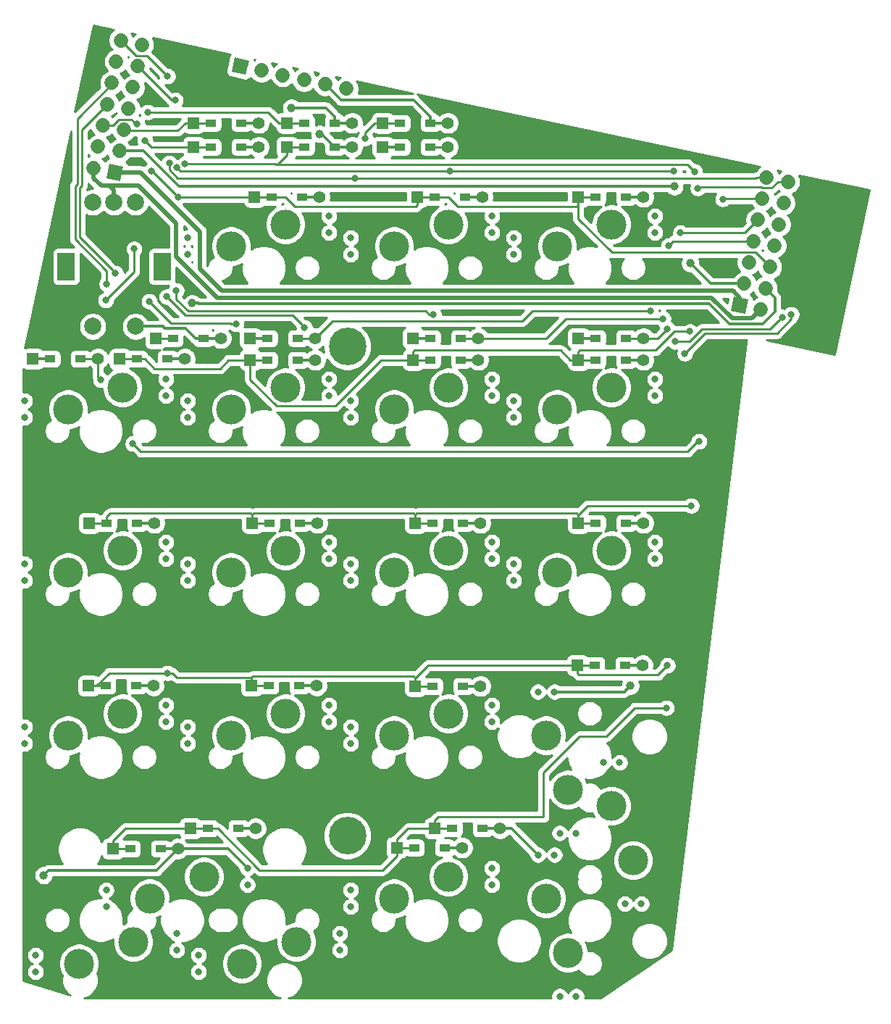
<source format=gtl>
G04 #@! TF.GenerationSoftware,KiCad,Pcbnew,(5.1.5-0-10_14)*
G04 #@! TF.CreationDate,2020-05-14T06:03:15+09:00*
G04 #@! TF.ProjectId,Colice,436f6c69-6365-42e6-9b69-6361645f7063,rev?*
G04 #@! TF.SameCoordinates,Original*
G04 #@! TF.FileFunction,Copper,L1,Top*
G04 #@! TF.FilePolarity,Positive*
%FSLAX46Y46*%
G04 Gerber Fmt 4.6, Leading zero omitted, Abs format (unit mm)*
G04 Created by KiCad (PCBNEW (5.1.5-0-10_14)) date 2020-05-14 06:03:15*
%MOMM*%
%LPD*%
G04 APERTURE LIST*
%ADD10C,0.100000*%
%ADD11C,1.700000*%
%ADD12R,1.300000X0.950000*%
%ADD13R,1.397000X1.397000*%
%ADD14C,1.397000*%
%ADD15C,0.800000*%
%ADD16C,3.500000*%
%ADD17C,0.700000*%
%ADD18C,4.400000*%
%ADD19C,2.000000*%
%ADD20R,2.000000X3.200000*%
%ADD21C,1.000000*%
%ADD22C,0.250000*%
%ADD23C,0.300000*%
%ADD24C,0.500000*%
%ADD25C,0.254000*%
G04 APERTURE END LIST*
G04 #@! TA.AperFunction,ComponentPad*
D10*
G36*
X72077810Y-44266501D02*
G01*
X72431259Y-42603650D01*
X74094110Y-42957099D01*
X73740661Y-44619950D01*
X72077810Y-44266501D01*
G37*
G04 #@! TD.AperFunction*
D11*
X70601465Y-43083704D02*
X70601465Y-43083704D01*
X73614056Y-41127305D02*
X73614056Y-41127305D01*
X71129561Y-40599209D02*
X71129561Y-40599209D01*
X74142151Y-38642810D02*
X74142151Y-38642810D01*
X71657656Y-38114714D02*
X71657656Y-38114714D01*
X74670247Y-36158315D02*
X74670247Y-36158315D01*
X72185752Y-35630220D02*
X72185752Y-35630220D01*
X75198343Y-33673820D02*
X75198343Y-33673820D01*
X72713848Y-33145725D02*
X72713848Y-33145725D01*
X75726438Y-31189325D02*
X75726438Y-31189325D01*
X73241944Y-30661230D02*
X73241944Y-30661230D01*
X76254534Y-28704831D02*
X76254534Y-28704831D01*
X73770039Y-28176735D02*
X73770039Y-28176735D01*
D12*
X83950000Y-120253630D03*
D13*
X81915000Y-120253630D03*
D14*
X89535000Y-120253630D03*
D12*
X87500000Y-120253630D03*
D15*
X117157500Y-107801220D03*
X100647500Y-110341220D03*
X117157500Y-105877220D03*
X100647500Y-108417220D03*
D16*
X105727500Y-109379220D03*
X112077500Y-106839220D03*
D12*
X132743750Y-101203550D03*
D14*
X134778750Y-101203550D03*
D13*
X127158750Y-101203550D03*
D12*
X129193750Y-101203550D03*
D16*
X112077500Y-49688980D03*
X105727500Y-52228980D03*
D15*
X100647500Y-51266980D03*
X117157500Y-48726980D03*
X100647500Y-53190980D03*
X117157500Y-50650980D03*
D16*
X112077500Y-68739060D03*
X105727500Y-71279060D03*
D15*
X100647500Y-70317060D03*
X117157500Y-67777060D03*
X100647500Y-72241060D03*
X117157500Y-69701060D03*
D16*
X112077500Y-87789140D03*
X105727500Y-90329140D03*
D15*
X100647500Y-89367140D03*
X117157500Y-86827140D03*
X100647500Y-91291140D03*
X117157500Y-88751140D03*
D16*
X133667500Y-123984260D03*
X131127500Y-117634260D03*
D15*
X132089500Y-112554260D03*
X134629500Y-129064260D03*
X130165500Y-112554260D03*
X132705500Y-129064260D03*
D12*
X94643750Y-103584810D03*
D14*
X96678750Y-103584810D03*
D13*
X89058750Y-103584810D03*
D12*
X91093750Y-103584810D03*
X114043000Y-46482000D03*
D14*
X116078000Y-46482000D03*
D13*
X108458000Y-46482000D03*
D12*
X110493000Y-46482000D03*
X113535000Y-65532000D03*
D14*
X115570000Y-65532000D03*
D13*
X107950000Y-65532000D03*
D12*
X109985000Y-65532000D03*
D15*
X117157500Y-126851300D03*
X100647500Y-129391300D03*
X117157500Y-124927300D03*
X100647500Y-127467300D03*
D16*
X105727500Y-128429300D03*
X112077500Y-125889300D03*
D12*
X111630000Y-122504200D03*
D14*
X113665000Y-122504200D03*
D13*
X106045000Y-122504200D03*
D12*
X108080000Y-122504200D03*
D17*
X101432226Y-62790474D03*
X100265500Y-62307200D03*
X99098774Y-62790474D03*
X98615500Y-63957200D03*
X99098774Y-65123926D03*
X100265500Y-65607200D03*
X101432226Y-65123926D03*
X101915500Y-63957200D03*
D18*
X100265500Y-63957200D03*
X100266500Y-121107200D03*
D17*
X101916500Y-121107200D03*
X101433226Y-122273926D03*
X100266500Y-122757200D03*
X99099774Y-122273926D03*
X98616500Y-121107200D03*
X99099774Y-119940474D03*
X100266500Y-119457200D03*
X101433226Y-119940474D03*
D12*
X65535000Y-65405000D03*
D13*
X63500000Y-65405000D03*
D14*
X71120000Y-65405000D03*
D12*
X69085000Y-65405000D03*
X79245000Y-65405000D03*
D14*
X81280000Y-65405000D03*
D13*
X73660000Y-65405000D03*
D12*
X75695000Y-65405000D03*
X72139000Y-84582000D03*
D13*
X70104000Y-84582000D03*
D14*
X77724000Y-84582000D03*
D12*
X75689000Y-84582000D03*
X72043750Y-103584810D03*
D13*
X70008750Y-103584810D03*
D14*
X77628750Y-103584810D03*
D12*
X75593750Y-103584810D03*
X78441601Y-122640115D03*
D14*
X80476601Y-122640115D03*
D13*
X72856601Y-122640115D03*
D12*
X74891601Y-122640115D03*
X90935000Y-62992000D03*
D13*
X88900000Y-62992000D03*
D14*
X96520000Y-62992000D03*
D12*
X94485000Y-62992000D03*
X94993000Y-46482000D03*
D14*
X97028000Y-46482000D03*
D13*
X89408000Y-46482000D03*
D12*
X91443000Y-46482000D03*
X90935000Y-65532000D03*
D13*
X88900000Y-65532000D03*
D14*
X96520000Y-65532000D03*
D12*
X94485000Y-65532000D03*
X91189000Y-84582000D03*
D13*
X89154000Y-84582000D03*
D14*
X96774000Y-84582000D03*
D12*
X94739000Y-84582000D03*
X109985000Y-62992000D03*
D13*
X107950000Y-62992000D03*
D14*
X115570000Y-62992000D03*
D12*
X113535000Y-62992000D03*
X113789000Y-84582000D03*
D14*
X115824000Y-84582000D03*
D13*
X108204000Y-84582000D03*
D12*
X110239000Y-84582000D03*
X113789000Y-103632000D03*
D14*
X115824000Y-103632000D03*
D13*
X108204000Y-103632000D03*
D12*
X110239000Y-103632000D03*
X129289000Y-62992000D03*
D13*
X127254000Y-62992000D03*
D14*
X134874000Y-62992000D03*
D12*
X132839000Y-62992000D03*
X132839000Y-46482000D03*
D14*
X134874000Y-46482000D03*
D13*
X127254000Y-46482000D03*
D12*
X129289000Y-46482000D03*
X132839000Y-65532000D03*
D14*
X134874000Y-65532000D03*
D13*
X127254000Y-65532000D03*
D12*
X129289000Y-65532000D03*
X132839000Y-84582000D03*
D14*
X134874000Y-84582000D03*
D13*
X127254000Y-84582000D03*
D12*
X129289000Y-84582000D03*
G04 #@! TA.AperFunction,ComponentPad*
D10*
G36*
X145107890Y-59755421D02*
G01*
X145461339Y-58092570D01*
X147124190Y-58446019D01*
X146770741Y-60108870D01*
X145107890Y-59755421D01*
G37*
G04 #@! TD.AperFunction*
D11*
X148600535Y-59628816D02*
X148600535Y-59628816D01*
X146644136Y-56616225D02*
X146644136Y-56616225D01*
X149128631Y-57144321D02*
X149128631Y-57144321D01*
X147172231Y-54131730D02*
X147172231Y-54131730D01*
X149656726Y-54659826D02*
X149656726Y-54659826D01*
X147700327Y-51647235D02*
X147700327Y-51647235D01*
X150184822Y-52175331D02*
X150184822Y-52175331D01*
X148228423Y-49162740D02*
X148228423Y-49162740D01*
X150712918Y-49690836D02*
X150712918Y-49690836D01*
X148756518Y-46678245D02*
X148756518Y-46678245D01*
X151241013Y-47206341D02*
X151241013Y-47206341D01*
X149284614Y-44193751D02*
X149284614Y-44193751D01*
X151769109Y-44721846D02*
X151769109Y-44721846D01*
D15*
X79057500Y-69701060D03*
X62547500Y-72241060D03*
X79057500Y-67777060D03*
X62547500Y-70317060D03*
D16*
X67627500Y-71279060D03*
X73977500Y-68739060D03*
D15*
X79057500Y-88751140D03*
X62547500Y-91291140D03*
X79057500Y-86827140D03*
X62547500Y-89367140D03*
D16*
X67627500Y-90329140D03*
X73977500Y-87789140D03*
D15*
X79057500Y-107801220D03*
X62547500Y-110341220D03*
X79057500Y-105877220D03*
X62547500Y-108417220D03*
D16*
X67627500Y-109379220D03*
X73977500Y-106839220D03*
X83502500Y-125889300D03*
X77152500Y-128429300D03*
D15*
X72072500Y-127467300D03*
X88582500Y-124927300D03*
X72072500Y-129391300D03*
X88582500Y-126851300D03*
D16*
X93027500Y-49688980D03*
X86677500Y-52228980D03*
D15*
X81597500Y-51266980D03*
X98107500Y-48726980D03*
X81597500Y-53190980D03*
X98107500Y-50650980D03*
X98107500Y-69701060D03*
X81597500Y-72241060D03*
X98107500Y-67777060D03*
X81597500Y-70317060D03*
D16*
X86677500Y-71279060D03*
X93027500Y-68739060D03*
X93027500Y-87789140D03*
X86677500Y-90329140D03*
D15*
X81597500Y-89367140D03*
X98107500Y-86827140D03*
X81597500Y-91291140D03*
X98107500Y-88751140D03*
D16*
X93027500Y-106839220D03*
X86677500Y-109379220D03*
D15*
X81597500Y-108417220D03*
X98107500Y-105877220D03*
X81597500Y-110341220D03*
X98107500Y-107801220D03*
D16*
X131127500Y-49688980D03*
X124777500Y-52228980D03*
D15*
X119697500Y-51266980D03*
X136207500Y-48726980D03*
X119697500Y-53190980D03*
X136207500Y-50650980D03*
X136207500Y-69701060D03*
X119697500Y-72241060D03*
X136207500Y-67777060D03*
X119697500Y-70317060D03*
D16*
X124777500Y-71279060D03*
X131127500Y-68739060D03*
X131127500Y-87789140D03*
X124777500Y-90329140D03*
D15*
X119697500Y-89367140D03*
X136207500Y-86827140D03*
X119697500Y-91291140D03*
X136207500Y-88751140D03*
D12*
X116075000Y-120253630D03*
D14*
X118110000Y-120253630D03*
D13*
X110490000Y-120253630D03*
D12*
X112525000Y-120253630D03*
D16*
X87947500Y-136049300D03*
X94297500Y-133509300D03*
D15*
X99377500Y-134471300D03*
X82867500Y-137011300D03*
X99377500Y-132547300D03*
X82867500Y-135087300D03*
X124469500Y-123349300D03*
X127009500Y-139859300D03*
X122545500Y-123349300D03*
X125085500Y-139859300D03*
D16*
X126047500Y-134779300D03*
X123507500Y-128429300D03*
X68897500Y-136049300D03*
X75247500Y-133509300D03*
D15*
X80327500Y-134471300D03*
X63817500Y-137011300D03*
X80327500Y-132547300D03*
X63817500Y-135087300D03*
X124469500Y-104299220D03*
X127009500Y-120809220D03*
X122545500Y-104299220D03*
X125085500Y-120809220D03*
D16*
X126047500Y-115729220D03*
X123507500Y-109379220D03*
D12*
X79889000Y-62992000D03*
D13*
X77854000Y-62992000D03*
D14*
X85474000Y-62992000D03*
D12*
X83439000Y-62992000D03*
D19*
X75500000Y-47110000D03*
X73000000Y-47110000D03*
X70500000Y-47110000D03*
D20*
X78600000Y-54610000D03*
X67400000Y-54610000D03*
D19*
X75500000Y-61610000D03*
X70500000Y-61610000D03*
D12*
X109979000Y-40640000D03*
D14*
X112014000Y-40640000D03*
D13*
X104394000Y-40640000D03*
D12*
X106429000Y-40640000D03*
X84331000Y-37846000D03*
D13*
X82296000Y-37846000D03*
D14*
X89916000Y-37846000D03*
D12*
X87881000Y-37846000D03*
X87881000Y-40640000D03*
D14*
X89916000Y-40640000D03*
D13*
X82296000Y-40640000D03*
D12*
X84331000Y-40640000D03*
X95253000Y-37846000D03*
D13*
X93218000Y-37846000D03*
D14*
X100838000Y-37846000D03*
D12*
X98803000Y-37846000D03*
X98803000Y-40640000D03*
D14*
X100838000Y-40640000D03*
D13*
X93218000Y-40640000D03*
D12*
X95253000Y-40640000D03*
X106429000Y-37846000D03*
D13*
X104394000Y-37846000D03*
D14*
X112014000Y-37846000D03*
D12*
X109979000Y-37846000D03*
G04 #@! TA.AperFunction,ComponentPad*
D10*
G36*
X88395711Y-32209959D02*
G01*
X86732860Y-31856510D01*
X87086309Y-30193659D01*
X88749160Y-30547108D01*
X88395711Y-32209959D01*
G37*
G04 #@! TD.AperFunction*
D11*
X90225505Y-31729905D02*
X90225505Y-31729905D01*
X92710000Y-32258000D02*
X92710000Y-32258000D01*
X95194495Y-32786096D02*
X95194495Y-32786096D01*
X97678990Y-33314192D02*
X97678990Y-33314192D01*
X100163485Y-33842287D02*
X100163485Y-33842287D01*
D15*
X80456608Y-46482000D03*
X75692000Y-37973000D03*
X77343000Y-43434000D03*
X73152000Y-55372000D03*
X140297377Y-62207410D03*
X72136000Y-56642000D03*
X140462000Y-82550004D03*
X137668000Y-101219000D03*
X138552340Y-63377660D03*
X151088441Y-60518046D03*
X79248000Y-102108000D03*
X77089000Y-58674000D03*
X87249000Y-61341000D03*
X137541000Y-106172000D03*
X141224000Y-45466000D03*
X152146000Y-60197998D03*
X138440468Y-43468741D03*
X139700000Y-64770000D03*
X79248000Y-32385000D03*
X112268000Y-43447010D03*
X80349136Y-43030536D03*
D21*
X64770000Y-125730000D03*
D15*
X75184000Y-75311000D03*
X141351000Y-75057000D03*
X75340548Y-52548452D03*
X72009012Y-58547000D03*
X71413018Y-67857010D03*
X135713170Y-59803876D03*
X79150457Y-58136551D03*
X76581000Y-39878000D03*
X137795000Y-52181719D03*
X95250000Y-61722000D03*
X137160000Y-60706000D03*
X76962000Y-36576000D03*
X80264000Y-57404001D03*
X139191992Y-50673000D03*
X110333780Y-60184990D03*
X144145000Y-46736000D03*
X137666025Y-61906121D03*
X80150010Y-35179000D03*
X140843000Y-43510991D03*
X81292751Y-42569975D03*
D21*
X133350000Y-103584810D03*
D15*
X102362000Y-39624000D03*
X101128999Y-44286001D03*
X79438207Y-42508297D03*
D21*
X93726000Y-36068000D03*
X97028000Y-39116000D03*
X138490961Y-45250844D03*
X140335000Y-54229000D03*
X82132990Y-58903866D03*
D22*
X89408000Y-46482000D02*
X91443000Y-46482000D01*
X108458000Y-46482000D02*
X110493000Y-46482000D01*
X127254000Y-46482000D02*
X129289000Y-46482000D01*
X113213023Y-47605501D02*
X112089522Y-46482000D01*
X127078999Y-47605501D02*
X113213023Y-47605501D01*
X127254000Y-47430500D02*
X127078999Y-47605501D01*
X112089522Y-46482000D02*
X108458000Y-46482000D01*
X127254000Y-46482000D02*
X127254000Y-47430500D01*
X93039522Y-46482000D02*
X89408000Y-46482000D01*
X94163023Y-47605501D02*
X93039522Y-46482000D01*
X108282999Y-47605501D02*
X94163023Y-47605501D01*
X108458000Y-47430500D02*
X108282999Y-47605501D01*
X108458000Y-46482000D02*
X108458000Y-47430500D01*
X89408000Y-46482000D02*
X80456608Y-46482000D01*
X77854000Y-62992000D02*
X79889000Y-62992000D01*
X73556642Y-37417809D02*
X75009809Y-37417809D01*
X72859737Y-38114714D02*
X73556642Y-37417809D01*
X71657656Y-38114714D02*
X72859737Y-38114714D01*
X75565000Y-37973000D02*
X75692000Y-37973000D01*
X75009809Y-37417809D02*
X75565000Y-37973000D01*
X80056609Y-46082001D02*
X80456608Y-46482000D01*
X77408608Y-43434000D02*
X80056609Y-46082001D01*
X77343000Y-43434000D02*
X77408608Y-43434000D01*
X146534230Y-52956729D02*
X131176247Y-52956729D01*
X127254000Y-49034482D02*
X127254000Y-47430500D01*
X131176247Y-52956729D02*
X127254000Y-49034482D01*
X147953629Y-52956729D02*
X147810232Y-52956729D01*
X147760232Y-52906729D02*
X146584230Y-52906729D01*
X146584230Y-52906729D02*
X146534230Y-52956729D01*
X147810232Y-52956729D02*
X147760232Y-52906729D01*
X149656726Y-54659826D02*
X147953629Y-52956729D01*
X88900000Y-65532000D02*
X90935000Y-65532000D01*
X109985000Y-65532000D02*
X107950000Y-65532000D01*
X129289000Y-65532000D02*
X127254000Y-65532000D01*
X107950000Y-64583500D02*
X107950000Y-65532000D01*
X126305500Y-65532000D02*
X125181999Y-64408499D01*
X108125001Y-64408499D02*
X107950000Y-64583500D01*
X125181999Y-64408499D02*
X108125001Y-64408499D01*
X127254000Y-65532000D02*
X126305500Y-65532000D01*
X98829497Y-70914061D02*
X104211558Y-65532000D01*
X91983499Y-70914061D02*
X98829497Y-70914061D01*
X104211558Y-65532000D02*
X107950000Y-65532000D01*
X88900000Y-67830562D02*
X91983499Y-70914061D01*
X88900000Y-65532000D02*
X88900000Y-67830562D01*
X73660000Y-65405000D02*
X75695000Y-65405000D01*
X86360000Y-65532000D02*
X88900000Y-65532000D01*
X85363499Y-66528501D02*
X86360000Y-65532000D01*
X75695000Y-65405000D02*
X76595000Y-65405000D01*
X77718501Y-66528501D02*
X85363499Y-66528501D01*
X76595000Y-65405000D02*
X77718501Y-66528501D01*
X72752001Y-54972001D02*
X73152000Y-55372000D01*
X69207010Y-38608962D02*
X69207010Y-45165113D01*
X72185752Y-35630220D02*
X69207010Y-38608962D01*
X68953011Y-45419112D02*
X68953011Y-51173011D01*
X69207010Y-45165113D02*
X68953011Y-45419112D01*
X68953011Y-51173011D02*
X72752001Y-54972001D01*
X127429001Y-64408499D02*
X136308503Y-64408499D01*
X127254000Y-65532000D02*
X127254000Y-64583500D01*
X139731692Y-62207410D02*
X140297377Y-62207410D01*
X127254000Y-64583500D02*
X127429001Y-64408499D01*
X138509592Y-62207410D02*
X139731692Y-62207410D01*
X136308503Y-64408499D02*
X138509592Y-62207410D01*
D23*
X96520000Y-65532000D02*
X94485000Y-65532000D01*
X96774000Y-84582000D02*
X94739000Y-84582000D01*
X114043000Y-46482000D02*
X116078000Y-46482000D01*
D22*
X110239000Y-84582000D02*
X108204000Y-84582000D01*
X91189000Y-84582000D02*
X89154000Y-84582000D01*
X72139000Y-83857000D02*
X72139000Y-84582000D01*
X72537501Y-83458499D02*
X72139000Y-83857000D01*
X88978999Y-83458499D02*
X72537501Y-83458499D01*
X89154000Y-83633500D02*
X88978999Y-83458499D01*
X89154000Y-84582000D02*
X89154000Y-83633500D01*
X89329001Y-83458499D02*
X108028999Y-83458499D01*
X108028999Y-83458499D02*
X108204000Y-83633500D01*
X89154000Y-83633500D02*
X89329001Y-83458499D01*
X72139000Y-84582000D02*
X70104000Y-84582000D01*
X129289000Y-84582000D02*
X127254000Y-84582000D01*
X108379001Y-83458499D02*
X127078999Y-83458499D01*
X108204000Y-83633500D02*
X108379001Y-83458499D01*
X127078999Y-83458499D02*
X127254000Y-83633500D01*
X108204000Y-84582000D02*
X108204000Y-83633500D01*
X127254000Y-83633500D02*
X127254000Y-84582000D01*
X72136000Y-55118000D02*
X72136000Y-56642000D01*
X68453000Y-51435000D02*
X72136000Y-55118000D01*
X68707000Y-44958001D02*
X68453000Y-45212001D01*
X68707000Y-37338000D02*
X68707000Y-44958001D01*
X68453000Y-45212001D02*
X68453000Y-51435000D01*
X72713848Y-33331152D02*
X68707000Y-37338000D01*
X72713848Y-33145725D02*
X72713848Y-33331152D01*
X127254000Y-83633500D02*
X128337496Y-82550004D01*
X139896315Y-82550004D02*
X140462000Y-82550004D01*
X128337496Y-82550004D02*
X139896315Y-82550004D01*
D23*
X115824000Y-84582000D02*
X113789000Y-84582000D01*
D22*
X70008750Y-103584810D02*
X72043750Y-103584810D01*
X89058750Y-103584810D02*
X91093750Y-103584810D01*
X107981809Y-102461309D02*
X108204000Y-102683500D01*
X89233751Y-102461309D02*
X107981809Y-102461309D01*
X89058750Y-102636310D02*
X89233751Y-102461309D01*
X89058750Y-103584810D02*
X89058750Y-102636310D01*
X110239000Y-103632000D02*
X108204000Y-103632000D01*
X127158750Y-101203550D02*
X129193750Y-101203550D01*
X127158750Y-102152050D02*
X127158750Y-101203550D01*
X127333751Y-102327051D02*
X127158750Y-102152050D01*
X136559949Y-102327051D02*
X127333751Y-102327051D01*
X137668000Y-101219000D02*
X136559949Y-102327051D01*
X109683950Y-101203550D02*
X108204000Y-102683500D01*
X108204000Y-102683500D02*
X108204000Y-103632000D01*
X127158750Y-101203550D02*
X109683950Y-101203550D01*
X72434060Y-102108000D02*
X79248000Y-102108000D01*
X70008750Y-103584810D02*
X70957250Y-103584810D01*
X70957250Y-103584810D02*
X72434060Y-102108000D01*
X79813685Y-102108000D02*
X79248000Y-102108000D01*
X80321685Y-102616000D02*
X79813685Y-102108000D01*
X89038440Y-102616000D02*
X80321685Y-102616000D01*
X89058750Y-102636310D02*
X89038440Y-102616000D01*
X79688989Y-61273989D02*
X86616304Y-61273989D01*
X86683315Y-61341000D02*
X87249000Y-61341000D01*
X77089000Y-58674000D02*
X79688989Y-61273989D01*
X86616304Y-61273989D02*
X86683315Y-61341000D01*
X140274129Y-63377660D02*
X141717887Y-61933902D01*
X138552340Y-63377660D02*
X140274129Y-63377660D01*
X149672585Y-61933902D02*
X150688442Y-60918045D01*
X150688442Y-60918045D02*
X151088441Y-60518046D01*
X141717887Y-61933902D02*
X149672585Y-61933902D01*
X108080000Y-122504200D02*
X106045000Y-122504200D01*
X72856941Y-122637248D02*
X74891941Y-122637248D01*
X133857974Y-106172000D02*
X130529655Y-109500319D01*
X137541000Y-106172000D02*
X133857974Y-106172000D01*
X130529655Y-109500319D02*
X127426427Y-109500319D01*
X127426427Y-109500319D02*
X123190000Y-113736746D01*
X123190000Y-113736746D02*
X123190000Y-118913720D01*
X110490000Y-120253630D02*
X112525000Y-120253630D01*
X110490000Y-119305130D02*
X110490000Y-120253630D01*
X110881410Y-118913720D02*
X110490000Y-119305130D01*
X123190000Y-118913720D02*
X110881410Y-118913720D01*
X107347070Y-120253630D02*
X106045000Y-121555700D01*
X106045000Y-121555700D02*
X106045000Y-122504200D01*
X110490000Y-120253630D02*
X107347070Y-120253630D01*
X81915000Y-120253630D02*
X83950000Y-120253630D01*
X72856601Y-121691615D02*
X72856601Y-122640115D01*
X74294586Y-120253630D02*
X72856601Y-121691615D01*
X81915000Y-120253630D02*
X74294586Y-120253630D01*
X85129832Y-120253630D02*
X90009403Y-125133201D01*
X83950000Y-120253630D02*
X85129832Y-120253630D01*
X106045000Y-123452700D02*
X106045000Y-122504200D01*
X90009403Y-125133201D02*
X104364499Y-125133201D01*
X104364499Y-125133201D02*
X106045000Y-123452700D01*
X112014000Y-40640000D02*
X109979000Y-40640000D01*
X76827324Y-29964324D02*
X78848001Y-31985001D01*
X78848001Y-31985001D02*
X79248000Y-32385000D01*
X75557628Y-29964324D02*
X76827324Y-29964324D01*
X73770039Y-28176735D02*
X75557628Y-29964324D01*
X80787341Y-43468741D02*
X80349136Y-43030536D01*
X138440468Y-43468741D02*
X80787341Y-43468741D01*
X140099999Y-64370001D02*
X139700000Y-64770000D01*
X152146000Y-60197998D02*
X152146000Y-60763683D01*
X150475770Y-62433913D02*
X142036087Y-62433913D01*
X152146000Y-60763683D02*
X150475770Y-62433913D01*
X142036087Y-62433913D02*
X140099999Y-64370001D01*
X148696613Y-45418752D02*
X148616861Y-45339000D01*
X148616861Y-45339000D02*
X141351000Y-45339000D01*
X149872615Y-45418752D02*
X148696613Y-45418752D01*
X150509615Y-44781752D02*
X149872615Y-45418752D01*
X150509615Y-44779259D02*
X150509615Y-44781752D01*
X150567028Y-44721846D02*
X150509615Y-44779259D01*
X141351000Y-45339000D02*
X141224000Y-45466000D01*
X151769109Y-44721846D02*
X150567028Y-44721846D01*
D23*
X79245000Y-65405000D02*
X81280000Y-65405000D01*
X80476941Y-122637248D02*
X78441941Y-122637248D01*
X65341799Y-125158201D02*
X64770000Y-125730000D01*
X77958515Y-125158201D02*
X65341799Y-125158201D01*
X80476601Y-122640115D02*
X77958515Y-125158201D01*
X80476601Y-122640115D02*
X86295315Y-122640115D01*
X86295315Y-122640115D02*
X88582500Y-124927300D01*
X94993000Y-46482000D02*
X97028000Y-46482000D01*
X115570000Y-65532000D02*
X113535000Y-65532000D01*
X75689000Y-84582000D02*
X77724000Y-84582000D01*
X75593750Y-103584810D02*
X77628750Y-103584810D01*
X94643750Y-103584810D02*
X96678750Y-103584810D01*
X113789000Y-103632000D02*
X115824000Y-103632000D01*
X111630000Y-122504200D02*
X113665000Y-122504200D01*
D22*
X69085000Y-65405000D02*
X71120000Y-65405000D01*
X76110961Y-76237961D02*
X140043039Y-76237961D01*
X75184000Y-75311000D02*
X76110961Y-76237961D01*
X141224000Y-75057000D02*
X141351000Y-75057000D01*
X140043039Y-76237961D02*
X141224000Y-75057000D01*
X82296000Y-37846000D02*
X84331000Y-37846000D01*
X75340548Y-55215464D02*
X72009012Y-58547000D01*
X75340548Y-52548452D02*
X75340548Y-55215464D01*
X74247343Y-38748002D02*
X74142151Y-38642810D01*
X82296000Y-37846000D02*
X81347500Y-37846000D01*
X80445498Y-38748002D02*
X74247343Y-38748002D01*
X81347500Y-37846000D02*
X80445498Y-38748002D01*
X71120000Y-67563992D02*
X71413018Y-67857010D01*
X71120000Y-65405000D02*
X71120000Y-67563992D01*
X94485000Y-62992000D02*
X96520000Y-62992000D01*
X84331000Y-40640000D02*
X82296000Y-40640000D01*
X82296000Y-40640000D02*
X77343000Y-40640000D01*
X77343000Y-40640000D02*
X76581000Y-39878000D01*
X147700327Y-51647235D02*
X138329484Y-51647235D01*
X138194999Y-51781720D02*
X137795000Y-52181719D01*
X138329484Y-51647235D02*
X138194999Y-51781720D01*
X93856887Y-60328887D02*
X94850001Y-61322001D01*
X81342793Y-60328887D02*
X93856887Y-60328887D01*
X79150457Y-58136551D02*
X81342793Y-60328887D01*
X94850001Y-61322001D02*
X95250000Y-61722000D01*
X121885271Y-59803876D02*
X135713170Y-59803876D01*
X120729147Y-60960000D02*
X121885271Y-59803876D01*
X96520000Y-62992000D02*
X98552000Y-60960000D01*
X98552000Y-60960000D02*
X120729147Y-60960000D01*
D23*
X107950000Y-62992000D02*
X109985000Y-62992000D01*
D22*
X113535000Y-62992000D02*
X115570000Y-62992000D01*
X125782859Y-60706000D02*
X137160000Y-60706000D01*
X123496859Y-62992000D02*
X125782859Y-60706000D01*
X115570000Y-62992000D02*
X123496859Y-62992000D01*
X93218000Y-37846000D02*
X95253000Y-37846000D01*
X92269500Y-37846000D02*
X90999500Y-36576000D01*
X93218000Y-37846000D02*
X92269500Y-37846000D01*
X90999500Y-36576000D02*
X76962000Y-36576000D01*
X148228423Y-49162740D02*
X146718163Y-50673000D01*
X146718163Y-50673000D02*
X139191992Y-50673000D01*
X80264000Y-58453888D02*
X81638988Y-59828876D01*
X80264000Y-57404001D02*
X80264000Y-58453888D01*
X109411981Y-59828876D02*
X109768095Y-60184990D01*
X81638988Y-59828876D02*
X109411981Y-59828876D01*
X109768095Y-60184990D02*
X110333780Y-60184990D01*
X132839000Y-62992000D02*
X134874000Y-62992000D01*
X148756518Y-46678245D02*
X144202755Y-46678245D01*
X144202755Y-46678245D02*
X144145000Y-46736000D01*
X134874000Y-62992000D02*
X136580146Y-62992000D01*
X136580146Y-62992000D02*
X137666025Y-61906121D01*
X95253000Y-40640000D02*
X93218000Y-40640000D01*
X92134500Y-42672000D02*
X91948000Y-42672000D01*
X93218000Y-41588500D02*
X92134500Y-42672000D01*
X93218000Y-40640000D02*
X93218000Y-41588500D01*
X79716113Y-35179000D02*
X80150010Y-35179000D01*
X75726438Y-31189325D02*
X79716113Y-35179000D01*
X140443001Y-43110992D02*
X140843000Y-43510991D01*
X91948000Y-42672000D02*
X140004009Y-42672000D01*
X140004009Y-42672000D02*
X140443001Y-43110992D01*
X81858436Y-42569975D02*
X81292751Y-42569975D01*
X91948000Y-42672000D02*
X91845975Y-42569975D01*
X91845975Y-42569975D02*
X81858436Y-42569975D01*
D23*
X132839000Y-46482000D02*
X134874000Y-46482000D01*
X134874000Y-65532000D02*
X132839000Y-65532000D01*
X132839000Y-84582000D02*
X134874000Y-84582000D01*
X132743750Y-101203550D02*
X134778750Y-101203550D01*
X132635590Y-104299220D02*
X124469500Y-104299220D01*
X133350000Y-103584810D02*
X132635590Y-104299220D01*
D24*
X83030013Y-54901622D02*
X83030013Y-50527015D01*
X145338161Y-57453852D02*
X85582243Y-57453852D01*
X146116040Y-59100720D02*
X146116040Y-58231731D01*
X76114798Y-43611800D02*
X73954949Y-43611800D01*
X73954949Y-43611800D02*
X73085960Y-43611800D01*
X83030013Y-50527015D02*
X76114798Y-43611800D01*
X146116040Y-58231731D02*
X145338161Y-57453852D01*
X85582243Y-57453852D02*
X83030013Y-54901622D01*
X147570471Y-60658880D02*
X148600535Y-59628816D01*
X145233516Y-60658880D02*
X147570471Y-60658880D01*
X80264000Y-53457996D02*
X85059867Y-58253863D01*
X85059867Y-58253863D02*
X142828499Y-58253863D01*
X80264000Y-49579998D02*
X80264000Y-53457996D01*
X70601465Y-43083704D02*
X70601465Y-44285785D01*
X75853962Y-45169960D02*
X80264000Y-49579998D01*
X142828499Y-58253863D02*
X145233516Y-60658880D01*
X70601465Y-44285785D02*
X71485640Y-45169960D01*
X73000000Y-45695787D02*
X73000000Y-47110000D01*
X72474173Y-45169960D02*
X73000000Y-45695787D01*
X72093960Y-45169960D02*
X72474173Y-45169960D01*
X71485640Y-45169960D02*
X72093960Y-45169960D01*
X72093960Y-45169960D02*
X75853962Y-45169960D01*
D22*
X104394000Y-37846000D02*
X106429000Y-37846000D01*
X102362000Y-38929500D02*
X102362000Y-39624000D01*
X103445500Y-37846000D02*
X102362000Y-38929500D01*
X104394000Y-37846000D02*
X103445500Y-37846000D01*
X147990283Y-44286001D02*
X80423316Y-44286001D01*
X148082533Y-44193751D02*
X147990283Y-44286001D01*
X80423316Y-44286001D02*
X79438207Y-43300892D01*
X79438207Y-43073982D02*
X79438207Y-42508297D01*
X79438207Y-43300892D02*
X79438207Y-43073982D01*
X149284614Y-44193751D02*
X148082533Y-44193751D01*
D23*
X87500000Y-120253630D02*
X89535000Y-120253630D01*
X119449830Y-120253630D02*
X122545500Y-123349300D01*
X118110000Y-120253630D02*
X119449830Y-120253630D01*
X116075000Y-120253630D02*
X118110000Y-120253630D01*
X65535000Y-65405000D02*
X63500000Y-65405000D01*
X65535000Y-65330000D02*
X65535000Y-65405000D01*
X83439000Y-62992000D02*
X85474000Y-62992000D01*
X76914213Y-61610000D02*
X75500000Y-61610000D01*
X81346000Y-61849000D02*
X78918002Y-61849000D01*
X78679002Y-61610000D02*
X76914213Y-61610000D01*
X82489000Y-62992000D02*
X81346000Y-61849000D01*
X78918002Y-61849000D02*
X78679002Y-61610000D01*
X83439000Y-62992000D02*
X82489000Y-62992000D01*
X88900000Y-62992000D02*
X90935000Y-62992000D01*
X129289000Y-62992000D02*
X127254000Y-62992000D01*
X106429000Y-40640000D02*
X104394000Y-40640000D01*
X89916000Y-37846000D02*
X87881000Y-37846000D01*
X87881000Y-40640000D02*
X89916000Y-40640000D01*
X97800000Y-36068000D02*
X98803000Y-37071000D01*
X98803000Y-37071000D02*
X98803000Y-37846000D01*
X93726000Y-36068000D02*
X97800000Y-36068000D01*
X100838000Y-37846000D02*
X98803000Y-37846000D01*
X98803000Y-40640000D02*
X100838000Y-40640000D01*
X97279000Y-39116000D02*
X98803000Y-40640000D01*
X97028000Y-39116000D02*
X97279000Y-39116000D01*
X109979000Y-37846000D02*
X112014000Y-37846000D01*
X109979000Y-37071000D02*
X109979000Y-37846000D01*
X108050288Y-35142288D02*
X109979000Y-37071000D01*
X99507086Y-35142288D02*
X108050288Y-35142288D01*
X97678990Y-33314192D02*
X99507086Y-35142288D01*
X137783855Y-45250844D02*
X138490961Y-45250844D01*
X80544846Y-45250844D02*
X137783855Y-45250844D01*
X76421307Y-41127305D02*
X80544846Y-45250844D01*
X73614056Y-41127305D02*
X76421307Y-41127305D01*
X146644136Y-56616225D02*
X142722225Y-56616225D01*
X142722225Y-56616225D02*
X140834999Y-54728999D01*
X140834999Y-54728999D02*
X140335000Y-54229000D01*
X150241000Y-58256690D02*
X150241000Y-59912353D01*
X150241000Y-59912353D02*
X148794462Y-61358891D01*
X148794462Y-61358891D02*
X144943562Y-61358891D01*
X144943562Y-61358891D02*
X142538545Y-58953874D01*
X142538545Y-58953874D02*
X82890104Y-58953874D01*
X82840096Y-58903866D02*
X82132990Y-58903866D01*
X82890104Y-58953874D02*
X82840096Y-58903866D01*
X149128631Y-57144321D02*
X150241000Y-58256690D01*
D25*
G36*
X67947001Y-44643199D02*
G01*
X67942003Y-44648197D01*
X67912999Y-44672000D01*
X67879171Y-44713220D01*
X67818026Y-44787725D01*
X67763022Y-44890630D01*
X67747454Y-44919755D01*
X67703997Y-45063016D01*
X67693000Y-45174669D01*
X67693000Y-45174679D01*
X67689324Y-45212001D01*
X67693000Y-45249324D01*
X67693001Y-51397668D01*
X67689324Y-51435000D01*
X67693001Y-51472333D01*
X67703998Y-51583986D01*
X67708033Y-51597287D01*
X67747454Y-51727246D01*
X67818026Y-51859276D01*
X67883850Y-51939482D01*
X67913000Y-51975001D01*
X67941998Y-51998799D01*
X68315127Y-52371928D01*
X66400000Y-52371928D01*
X66275518Y-52384188D01*
X66155820Y-52420498D01*
X66045506Y-52479463D01*
X65948815Y-52558815D01*
X65869463Y-52655506D01*
X65810498Y-52765820D01*
X65774188Y-52885518D01*
X65761928Y-53010000D01*
X65761928Y-56210000D01*
X65774188Y-56334482D01*
X65810498Y-56454180D01*
X65869463Y-56564494D01*
X65948815Y-56661185D01*
X66045506Y-56740537D01*
X66155820Y-56799502D01*
X66275518Y-56835812D01*
X66400000Y-56848072D01*
X68400000Y-56848072D01*
X68524482Y-56835812D01*
X68644180Y-56799502D01*
X68754494Y-56740537D01*
X68851185Y-56661185D01*
X68930537Y-56564494D01*
X68989502Y-56454180D01*
X69025812Y-56334482D01*
X69038072Y-56210000D01*
X69038072Y-53094873D01*
X71376000Y-55432802D01*
X71376001Y-55938288D01*
X71332063Y-55982226D01*
X71218795Y-56151744D01*
X71140774Y-56340102D01*
X71101000Y-56540061D01*
X71101000Y-56743939D01*
X71140774Y-56943898D01*
X71218795Y-57132256D01*
X71332063Y-57301774D01*
X71476226Y-57445937D01*
X71645744Y-57559205D01*
X71667459Y-57568200D01*
X71518756Y-57629795D01*
X71349238Y-57743063D01*
X71205075Y-57887226D01*
X71091807Y-58056744D01*
X71013786Y-58245102D01*
X70974012Y-58445061D01*
X70974012Y-58648939D01*
X71013786Y-58848898D01*
X71091807Y-59037256D01*
X71205075Y-59206774D01*
X71349238Y-59350937D01*
X71518756Y-59464205D01*
X71707114Y-59542226D01*
X71907073Y-59582000D01*
X72110951Y-59582000D01*
X72310910Y-59542226D01*
X72499268Y-59464205D01*
X72668786Y-59350937D01*
X72812949Y-59206774D01*
X72926217Y-59037256D01*
X73004238Y-58848898D01*
X73044012Y-58648939D01*
X73044012Y-58586801D01*
X75851556Y-55779259D01*
X75880549Y-55755465D01*
X75904343Y-55726472D01*
X75904347Y-55726468D01*
X75975521Y-55639741D01*
X75993022Y-55607000D01*
X76046094Y-55507711D01*
X76089551Y-55364450D01*
X76100548Y-55252797D01*
X76100548Y-55252788D01*
X76104224Y-55215465D01*
X76100548Y-55178142D01*
X76100548Y-53252163D01*
X76144485Y-53208226D01*
X76257753Y-53038708D01*
X76335774Y-52850350D01*
X76375548Y-52650391D01*
X76375548Y-52446513D01*
X76335774Y-52246554D01*
X76257753Y-52058196D01*
X76144485Y-51888678D01*
X76000322Y-51744515D01*
X75830804Y-51631247D01*
X75642446Y-51553226D01*
X75442487Y-51513452D01*
X75238609Y-51513452D01*
X75038650Y-51553226D01*
X74850292Y-51631247D01*
X74680774Y-51744515D01*
X74536611Y-51888678D01*
X74423343Y-52058196D01*
X74345322Y-52246554D01*
X74305548Y-52446513D01*
X74305548Y-52650391D01*
X74345322Y-52850350D01*
X74423343Y-53038708D01*
X74536611Y-53208226D01*
X74580548Y-53252163D01*
X74580549Y-54900660D01*
X74187000Y-55294209D01*
X74187000Y-55270061D01*
X74147226Y-55070102D01*
X74069205Y-54881744D01*
X73955937Y-54712226D01*
X73811774Y-54568063D01*
X73642256Y-54454795D01*
X73453898Y-54376774D01*
X73253939Y-54337000D01*
X73191802Y-54337000D01*
X69713011Y-50858210D01*
X69713011Y-48550548D01*
X69725537Y-48558918D01*
X70023088Y-48682168D01*
X70338967Y-48745000D01*
X70661033Y-48745000D01*
X70976912Y-48682168D01*
X71274463Y-48558918D01*
X71542252Y-48379987D01*
X71750000Y-48172239D01*
X71957748Y-48379987D01*
X72225537Y-48558918D01*
X72523088Y-48682168D01*
X72838967Y-48745000D01*
X73161033Y-48745000D01*
X73476912Y-48682168D01*
X73774463Y-48558918D01*
X74042252Y-48379987D01*
X74250000Y-48172239D01*
X74457748Y-48379987D01*
X74725537Y-48558918D01*
X75023088Y-48682168D01*
X75338967Y-48745000D01*
X75661033Y-48745000D01*
X75976912Y-48682168D01*
X76274463Y-48558918D01*
X76542252Y-48379987D01*
X76769987Y-48152252D01*
X76948918Y-47884463D01*
X77056694Y-47624270D01*
X79379000Y-49946577D01*
X79379001Y-52371928D01*
X77600000Y-52371928D01*
X77475518Y-52384188D01*
X77355820Y-52420498D01*
X77245506Y-52479463D01*
X77148815Y-52558815D01*
X77069463Y-52655506D01*
X77010498Y-52765820D01*
X76974188Y-52885518D01*
X76961928Y-53010000D01*
X76961928Y-56210000D01*
X76974188Y-56334482D01*
X77010498Y-56454180D01*
X77069463Y-56564494D01*
X77148815Y-56661185D01*
X77245506Y-56740537D01*
X77355820Y-56799502D01*
X77475518Y-56835812D01*
X77600000Y-56848072D01*
X79390676Y-56848072D01*
X79346795Y-56913745D01*
X79268774Y-57102103D01*
X79268256Y-57104706D01*
X79252396Y-57101551D01*
X79048518Y-57101551D01*
X78848559Y-57141325D01*
X78660201Y-57219346D01*
X78490683Y-57332614D01*
X78346520Y-57476777D01*
X78233252Y-57646295D01*
X78155231Y-57834653D01*
X78115457Y-58034612D01*
X78115457Y-58238490D01*
X78155231Y-58438449D01*
X78233252Y-58626807D01*
X78346520Y-58796325D01*
X78490683Y-58940488D01*
X78660201Y-59053756D01*
X78848559Y-59131777D01*
X79048518Y-59171551D01*
X79110656Y-59171551D01*
X80453093Y-60513989D01*
X80003791Y-60513989D01*
X78124000Y-58634199D01*
X78124000Y-58572061D01*
X78084226Y-58372102D01*
X78006205Y-58183744D01*
X77892937Y-58014226D01*
X77748774Y-57870063D01*
X77579256Y-57756795D01*
X77390898Y-57678774D01*
X77190939Y-57639000D01*
X76987061Y-57639000D01*
X76787102Y-57678774D01*
X76598744Y-57756795D01*
X76429226Y-57870063D01*
X76285063Y-58014226D01*
X76171795Y-58183744D01*
X76093774Y-58372102D01*
X76054000Y-58572061D01*
X76054000Y-58775939D01*
X76093774Y-58975898D01*
X76171795Y-59164256D01*
X76285063Y-59333774D01*
X76429226Y-59477937D01*
X76598744Y-59591205D01*
X76787102Y-59669226D01*
X76987061Y-59709000D01*
X77049199Y-59709000D01*
X78165198Y-60825000D01*
X76941877Y-60825000D01*
X76769987Y-60567748D01*
X76542252Y-60340013D01*
X76274463Y-60161082D01*
X75976912Y-60037832D01*
X75661033Y-59975000D01*
X75338967Y-59975000D01*
X75023088Y-60037832D01*
X74725537Y-60161082D01*
X74457748Y-60340013D01*
X74230013Y-60567748D01*
X74051082Y-60835537D01*
X73927832Y-61133088D01*
X73865000Y-61448967D01*
X73865000Y-61771033D01*
X73927832Y-62086912D01*
X74051082Y-62384463D01*
X74230013Y-62652252D01*
X74457748Y-62879987D01*
X74725537Y-63058918D01*
X75023088Y-63182168D01*
X75338967Y-63245000D01*
X75661033Y-63245000D01*
X75976912Y-63182168D01*
X76274463Y-63058918D01*
X76517428Y-62896574D01*
X76517428Y-63690500D01*
X76529688Y-63814982D01*
X76565998Y-63934680D01*
X76624963Y-64044994D01*
X76704315Y-64141685D01*
X76801006Y-64221037D01*
X76911320Y-64280002D01*
X77031018Y-64316312D01*
X77155500Y-64328572D01*
X78390135Y-64328572D01*
X78350820Y-64340498D01*
X78240506Y-64399463D01*
X78143815Y-64478815D01*
X78064463Y-64575506D01*
X78005498Y-64685820D01*
X77969188Y-64805518D01*
X77956928Y-64930000D01*
X77956928Y-65692126D01*
X77158804Y-64894002D01*
X77135001Y-64864999D01*
X77019276Y-64770026D01*
X76948583Y-64732239D01*
X76934502Y-64685820D01*
X76875537Y-64575506D01*
X76796185Y-64478815D01*
X76699494Y-64399463D01*
X76589180Y-64340498D01*
X76469482Y-64304188D01*
X76345000Y-64291928D01*
X75045000Y-64291928D01*
X74920518Y-64304188D01*
X74863891Y-64321366D01*
X74809685Y-64255315D01*
X74712994Y-64175963D01*
X74602680Y-64116998D01*
X74482982Y-64080688D01*
X74358500Y-64068428D01*
X72961500Y-64068428D01*
X72837018Y-64080688D01*
X72717320Y-64116998D01*
X72607006Y-64175963D01*
X72510315Y-64255315D01*
X72430963Y-64352006D01*
X72371998Y-64462320D01*
X72335688Y-64582018D01*
X72323428Y-64706500D01*
X72323428Y-64825730D01*
X72301732Y-64773351D01*
X72155797Y-64554943D01*
X71970057Y-64369203D01*
X71751649Y-64223268D01*
X71508968Y-64122746D01*
X71251338Y-64071500D01*
X70988662Y-64071500D01*
X70731032Y-64122746D01*
X70488351Y-64223268D01*
X70269943Y-64369203D01*
X70171985Y-64467161D01*
X70089494Y-64399463D01*
X69979180Y-64340498D01*
X69859482Y-64304188D01*
X69735000Y-64291928D01*
X68435000Y-64291928D01*
X68310518Y-64304188D01*
X68190820Y-64340498D01*
X68080506Y-64399463D01*
X67983815Y-64478815D01*
X67904463Y-64575506D01*
X67845498Y-64685820D01*
X67809188Y-64805518D01*
X67796928Y-64930000D01*
X67796928Y-65880000D01*
X67809188Y-66004482D01*
X67845498Y-66124180D01*
X67904463Y-66234494D01*
X67983815Y-66331185D01*
X68080506Y-66410537D01*
X68190820Y-66469502D01*
X68310518Y-66505812D01*
X68435000Y-66518072D01*
X69735000Y-66518072D01*
X69859482Y-66505812D01*
X69979180Y-66469502D01*
X70089494Y-66410537D01*
X70171985Y-66342839D01*
X70269943Y-66440797D01*
X70360001Y-66500971D01*
X70360001Y-67526660D01*
X70356324Y-67563992D01*
X70370998Y-67712977D01*
X70380295Y-67743625D01*
X70378018Y-67755071D01*
X70378018Y-67958949D01*
X70417792Y-68158908D01*
X70495813Y-68347266D01*
X70609081Y-68516784D01*
X70753244Y-68660947D01*
X70922762Y-68774215D01*
X71111120Y-68852236D01*
X71311079Y-68892010D01*
X71514957Y-68892010D01*
X71592500Y-68876586D01*
X71592500Y-68973962D01*
X71684154Y-69434739D01*
X71863940Y-69868781D01*
X72124950Y-70259409D01*
X72457151Y-70591610D01*
X72847779Y-70852620D01*
X73281821Y-71032406D01*
X73742598Y-71124060D01*
X74212402Y-71124060D01*
X74673179Y-71032406D01*
X75107221Y-70852620D01*
X75497849Y-70591610D01*
X75830050Y-70259409D01*
X76091060Y-69868781D01*
X76270846Y-69434739D01*
X76362500Y-68973962D01*
X76362500Y-68504158D01*
X76270846Y-68043381D01*
X76091060Y-67609339D01*
X75830050Y-67218711D01*
X75497849Y-66886510D01*
X75107221Y-66625500D01*
X74841796Y-66515557D01*
X74863891Y-66488634D01*
X74920518Y-66505812D01*
X75045000Y-66518072D01*
X76345000Y-66518072D01*
X76469482Y-66505812D01*
X76585743Y-66470545D01*
X77154702Y-67039504D01*
X77178500Y-67068502D01*
X77294225Y-67163475D01*
X77426254Y-67234047D01*
X77569515Y-67277504D01*
X77681168Y-67288501D01*
X77681177Y-67288501D01*
X77718500Y-67292177D01*
X77755823Y-67288501D01*
X78139592Y-67288501D01*
X78062274Y-67475162D01*
X78022500Y-67675121D01*
X78022500Y-67878999D01*
X78062274Y-68078958D01*
X78140295Y-68267316D01*
X78253563Y-68436834D01*
X78397726Y-68580997D01*
X78567244Y-68694265D01*
X78675388Y-68739060D01*
X78567244Y-68783855D01*
X78397726Y-68897123D01*
X78253563Y-69041286D01*
X78140295Y-69210804D01*
X78062274Y-69399162D01*
X78022500Y-69599121D01*
X78022500Y-69802999D01*
X78062274Y-70002958D01*
X78140295Y-70191316D01*
X78253563Y-70360834D01*
X78397726Y-70504997D01*
X78567244Y-70618265D01*
X78755602Y-70696286D01*
X78955561Y-70736060D01*
X79159439Y-70736060D01*
X79359398Y-70696286D01*
X79547756Y-70618265D01*
X79717274Y-70504997D01*
X79861437Y-70360834D01*
X79958799Y-70215121D01*
X80562500Y-70215121D01*
X80562500Y-70418999D01*
X80602274Y-70618958D01*
X80680295Y-70807316D01*
X80793563Y-70976834D01*
X80937726Y-71120997D01*
X81107244Y-71234265D01*
X81215388Y-71279060D01*
X81107244Y-71323855D01*
X80937726Y-71437123D01*
X80793563Y-71581286D01*
X80680295Y-71750804D01*
X80602274Y-71939162D01*
X80562500Y-72139121D01*
X80562500Y-72342999D01*
X80602274Y-72542958D01*
X80680295Y-72731316D01*
X80793563Y-72900834D01*
X80937726Y-73044997D01*
X81107244Y-73158265D01*
X81295602Y-73236286D01*
X81495561Y-73276060D01*
X81699439Y-73276060D01*
X81899398Y-73236286D01*
X82087756Y-73158265D01*
X82257274Y-73044997D01*
X82401437Y-72900834D01*
X82514705Y-72731316D01*
X82592726Y-72542958D01*
X82632500Y-72342999D01*
X82632500Y-72139121D01*
X82592726Y-71939162D01*
X82514705Y-71750804D01*
X82401437Y-71581286D01*
X82257274Y-71437123D01*
X82087756Y-71323855D01*
X81979612Y-71279060D01*
X82087756Y-71234265D01*
X82257274Y-71120997D01*
X82401437Y-70976834D01*
X82514705Y-70807316D01*
X82592726Y-70618958D01*
X82632500Y-70418999D01*
X82632500Y-70215121D01*
X82592726Y-70015162D01*
X82514705Y-69826804D01*
X82401437Y-69657286D01*
X82257274Y-69513123D01*
X82087756Y-69399855D01*
X81899398Y-69321834D01*
X81699439Y-69282060D01*
X81495561Y-69282060D01*
X81295602Y-69321834D01*
X81107244Y-69399855D01*
X80937726Y-69513123D01*
X80793563Y-69657286D01*
X80680295Y-69826804D01*
X80602274Y-70015162D01*
X80562500Y-70215121D01*
X79958799Y-70215121D01*
X79974705Y-70191316D01*
X80052726Y-70002958D01*
X80092500Y-69802999D01*
X80092500Y-69599121D01*
X80052726Y-69399162D01*
X79974705Y-69210804D01*
X79861437Y-69041286D01*
X79717274Y-68897123D01*
X79547756Y-68783855D01*
X79439612Y-68739060D01*
X79547756Y-68694265D01*
X79717274Y-68580997D01*
X79861437Y-68436834D01*
X79974705Y-68267316D01*
X80052726Y-68078958D01*
X80092500Y-67878999D01*
X80092500Y-67675121D01*
X80052726Y-67475162D01*
X79975408Y-67288501D01*
X85326177Y-67288501D01*
X85363499Y-67292177D01*
X85400821Y-67288501D01*
X85400832Y-67288501D01*
X85512485Y-67277504D01*
X85655746Y-67234047D01*
X85787775Y-67163475D01*
X85903500Y-67068502D01*
X85927303Y-67039499D01*
X86674802Y-66292000D01*
X87569485Y-66292000D01*
X87575688Y-66354982D01*
X87611998Y-66474680D01*
X87670963Y-66584994D01*
X87750315Y-66681685D01*
X87847006Y-66761037D01*
X87957320Y-66820002D01*
X88077018Y-66856312D01*
X88140001Y-66862515D01*
X88140001Y-67793230D01*
X88136324Y-67830562D01*
X88140001Y-67867895D01*
X88150998Y-67979548D01*
X88164180Y-68023004D01*
X88194454Y-68122808D01*
X88265026Y-68254838D01*
X88286732Y-68281286D01*
X88360000Y-68370563D01*
X88388998Y-68394361D01*
X91308098Y-71313462D01*
X91254322Y-71291187D01*
X90746424Y-71190160D01*
X90228576Y-71190160D01*
X89720678Y-71291187D01*
X89242249Y-71489359D01*
X89040592Y-71624102D01*
X89062500Y-71513962D01*
X89062500Y-71044158D01*
X88970846Y-70583381D01*
X88791060Y-70149339D01*
X88530050Y-69758711D01*
X88197849Y-69426510D01*
X87807221Y-69165500D01*
X87373179Y-68985714D01*
X86912402Y-68894060D01*
X86442598Y-68894060D01*
X85981821Y-68985714D01*
X85547779Y-69165500D01*
X85157151Y-69426510D01*
X84824950Y-69758711D01*
X84563940Y-70149339D01*
X84384154Y-70583381D01*
X84292500Y-71044158D01*
X84292500Y-71513962D01*
X84384154Y-71974739D01*
X84563940Y-72408781D01*
X84636865Y-72517921D01*
X84444931Y-72646167D01*
X84234607Y-72856491D01*
X84069356Y-73103807D01*
X83955529Y-73378609D01*
X83897500Y-73670338D01*
X83897500Y-73967782D01*
X83955529Y-74259511D01*
X84069356Y-74534313D01*
X84234607Y-74781629D01*
X84444931Y-74991953D01*
X84692247Y-75157204D01*
X84967049Y-75271031D01*
X85258778Y-75329060D01*
X85556222Y-75329060D01*
X85847951Y-75271031D01*
X86122753Y-75157204D01*
X86370069Y-74991953D01*
X86580393Y-74781629D01*
X86745644Y-74534313D01*
X86859471Y-74259511D01*
X86917500Y-73967782D01*
X86917500Y-73670338D01*
X86916105Y-73663323D01*
X87373179Y-73572406D01*
X87807221Y-73392620D01*
X87904904Y-73327350D01*
X87858600Y-73560136D01*
X87858600Y-74077984D01*
X87959627Y-74585882D01*
X88157799Y-75064311D01*
X88434191Y-75477961D01*
X76425763Y-75477961D01*
X76254038Y-75306237D01*
X76368778Y-75329060D01*
X76666222Y-75329060D01*
X76957951Y-75271031D01*
X77232753Y-75157204D01*
X77480069Y-74991953D01*
X77690393Y-74781629D01*
X77855644Y-74534313D01*
X77969471Y-74259511D01*
X78027500Y-73967782D01*
X78027500Y-73670338D01*
X77969471Y-73378609D01*
X77855644Y-73103807D01*
X77690393Y-72856491D01*
X77480069Y-72646167D01*
X77232753Y-72480916D01*
X76957951Y-72367089D01*
X76666222Y-72309060D01*
X76368778Y-72309060D01*
X76077049Y-72367089D01*
X75802247Y-72480916D01*
X75554931Y-72646167D01*
X75344607Y-72856491D01*
X75179356Y-73103807D01*
X75065529Y-73378609D01*
X75007500Y-73670338D01*
X75007500Y-73967782D01*
X75065529Y-74259511D01*
X75073098Y-74277783D01*
X74882102Y-74315774D01*
X74693744Y-74393795D01*
X74524226Y-74507063D01*
X74380063Y-74651226D01*
X74266795Y-74820744D01*
X74188774Y-75009102D01*
X74149000Y-75209061D01*
X74149000Y-75412939D01*
X74188774Y-75612898D01*
X74266795Y-75801256D01*
X74380063Y-75970774D01*
X74524226Y-76114937D01*
X74693744Y-76228205D01*
X74882102Y-76306226D01*
X75082061Y-76346000D01*
X75144198Y-76346000D01*
X75547162Y-76748964D01*
X75570960Y-76777962D01*
X75686685Y-76872935D01*
X75818714Y-76943507D01*
X75961975Y-76986964D01*
X76073628Y-76997961D01*
X76073638Y-76997961D01*
X76110961Y-77001637D01*
X76148284Y-76997961D01*
X140005717Y-76997961D01*
X140043039Y-77001637D01*
X140080361Y-76997961D01*
X140080372Y-76997961D01*
X140192025Y-76986964D01*
X140335286Y-76943507D01*
X140467315Y-76872935D01*
X140583040Y-76777962D01*
X140606843Y-76748958D01*
X141263802Y-76092000D01*
X141452939Y-76092000D01*
X141652898Y-76052226D01*
X141841256Y-75974205D01*
X142010774Y-75860937D01*
X142154937Y-75716774D01*
X142268205Y-75547256D01*
X142346226Y-75358898D01*
X142386000Y-75158939D01*
X142386000Y-74955061D01*
X142346226Y-74755102D01*
X142268205Y-74566744D01*
X142154937Y-74397226D01*
X142010774Y-74253063D01*
X141841256Y-74139795D01*
X141652898Y-74061774D01*
X141452939Y-74022000D01*
X141249061Y-74022000D01*
X141049102Y-74061774D01*
X140860744Y-74139795D01*
X140691226Y-74253063D01*
X140547063Y-74397226D01*
X140433795Y-74566744D01*
X140355774Y-74755102D01*
X140332105Y-74874093D01*
X139728238Y-75477961D01*
X130640809Y-75477961D01*
X130917201Y-75064311D01*
X131115373Y-74585882D01*
X131216400Y-74077984D01*
X131216400Y-73670338D01*
X132157500Y-73670338D01*
X132157500Y-73967782D01*
X132215529Y-74259511D01*
X132329356Y-74534313D01*
X132494607Y-74781629D01*
X132704931Y-74991953D01*
X132952247Y-75157204D01*
X133227049Y-75271031D01*
X133518778Y-75329060D01*
X133816222Y-75329060D01*
X134107951Y-75271031D01*
X134382753Y-75157204D01*
X134630069Y-74991953D01*
X134840393Y-74781629D01*
X135005644Y-74534313D01*
X135119471Y-74259511D01*
X135177500Y-73967782D01*
X135177500Y-73670338D01*
X135119471Y-73378609D01*
X135005644Y-73103807D01*
X134840393Y-72856491D01*
X134630069Y-72646167D01*
X134382753Y-72480916D01*
X134107951Y-72367089D01*
X133816222Y-72309060D01*
X133518778Y-72309060D01*
X133227049Y-72367089D01*
X132952247Y-72480916D01*
X132704931Y-72646167D01*
X132494607Y-72856491D01*
X132329356Y-73103807D01*
X132215529Y-73378609D01*
X132157500Y-73670338D01*
X131216400Y-73670338D01*
X131216400Y-73560136D01*
X131115373Y-73052238D01*
X130917201Y-72573809D01*
X130629500Y-72143234D01*
X130263326Y-71777060D01*
X129832751Y-71489359D01*
X129354322Y-71291187D01*
X128846424Y-71190160D01*
X128328576Y-71190160D01*
X127820678Y-71291187D01*
X127342249Y-71489359D01*
X127140592Y-71624102D01*
X127162500Y-71513962D01*
X127162500Y-71044158D01*
X127070846Y-70583381D01*
X126891060Y-70149339D01*
X126630050Y-69758711D01*
X126297849Y-69426510D01*
X125907221Y-69165500D01*
X125473179Y-68985714D01*
X125012402Y-68894060D01*
X124542598Y-68894060D01*
X124081821Y-68985714D01*
X123647779Y-69165500D01*
X123257151Y-69426510D01*
X122924950Y-69758711D01*
X122663940Y-70149339D01*
X122484154Y-70583381D01*
X122392500Y-71044158D01*
X122392500Y-71513962D01*
X122484154Y-71974739D01*
X122663940Y-72408781D01*
X122736865Y-72517921D01*
X122544931Y-72646167D01*
X122334607Y-72856491D01*
X122169356Y-73103807D01*
X122055529Y-73378609D01*
X121997500Y-73670338D01*
X121997500Y-73967782D01*
X122055529Y-74259511D01*
X122169356Y-74534313D01*
X122334607Y-74781629D01*
X122544931Y-74991953D01*
X122792247Y-75157204D01*
X123067049Y-75271031D01*
X123358778Y-75329060D01*
X123656222Y-75329060D01*
X123947951Y-75271031D01*
X124222753Y-75157204D01*
X124470069Y-74991953D01*
X124680393Y-74781629D01*
X124845644Y-74534313D01*
X124959471Y-74259511D01*
X125017500Y-73967782D01*
X125017500Y-73670338D01*
X125016105Y-73663323D01*
X125473179Y-73572406D01*
X125907221Y-73392620D01*
X126004904Y-73327350D01*
X125958600Y-73560136D01*
X125958600Y-74077984D01*
X126059627Y-74585882D01*
X126257799Y-75064311D01*
X126534191Y-75477961D01*
X111590809Y-75477961D01*
X111867201Y-75064311D01*
X112065373Y-74585882D01*
X112166400Y-74077984D01*
X112166400Y-73670338D01*
X113107500Y-73670338D01*
X113107500Y-73967782D01*
X113165529Y-74259511D01*
X113279356Y-74534313D01*
X113444607Y-74781629D01*
X113654931Y-74991953D01*
X113902247Y-75157204D01*
X114177049Y-75271031D01*
X114468778Y-75329060D01*
X114766222Y-75329060D01*
X115057951Y-75271031D01*
X115332753Y-75157204D01*
X115580069Y-74991953D01*
X115790393Y-74781629D01*
X115955644Y-74534313D01*
X116069471Y-74259511D01*
X116127500Y-73967782D01*
X116127500Y-73670338D01*
X116069471Y-73378609D01*
X115955644Y-73103807D01*
X115790393Y-72856491D01*
X115580069Y-72646167D01*
X115332753Y-72480916D01*
X115057951Y-72367089D01*
X114766222Y-72309060D01*
X114468778Y-72309060D01*
X114177049Y-72367089D01*
X113902247Y-72480916D01*
X113654931Y-72646167D01*
X113444607Y-72856491D01*
X113279356Y-73103807D01*
X113165529Y-73378609D01*
X113107500Y-73670338D01*
X112166400Y-73670338D01*
X112166400Y-73560136D01*
X112065373Y-73052238D01*
X111867201Y-72573809D01*
X111579500Y-72143234D01*
X111213326Y-71777060D01*
X110782751Y-71489359D01*
X110304322Y-71291187D01*
X109796424Y-71190160D01*
X109278576Y-71190160D01*
X108770678Y-71291187D01*
X108292249Y-71489359D01*
X108090592Y-71624102D01*
X108112500Y-71513962D01*
X108112500Y-71044158D01*
X108020846Y-70583381D01*
X107841060Y-70149339D01*
X107580050Y-69758711D01*
X107247849Y-69426510D01*
X106857221Y-69165500D01*
X106423179Y-68985714D01*
X105962402Y-68894060D01*
X105492598Y-68894060D01*
X105031821Y-68985714D01*
X104597779Y-69165500D01*
X104207151Y-69426510D01*
X103874950Y-69758711D01*
X103613940Y-70149339D01*
X103434154Y-70583381D01*
X103342500Y-71044158D01*
X103342500Y-71513962D01*
X103434154Y-71974739D01*
X103613940Y-72408781D01*
X103686865Y-72517921D01*
X103494931Y-72646167D01*
X103284607Y-72856491D01*
X103119356Y-73103807D01*
X103005529Y-73378609D01*
X102947500Y-73670338D01*
X102947500Y-73967782D01*
X103005529Y-74259511D01*
X103119356Y-74534313D01*
X103284607Y-74781629D01*
X103494931Y-74991953D01*
X103742247Y-75157204D01*
X104017049Y-75271031D01*
X104308778Y-75329060D01*
X104606222Y-75329060D01*
X104897951Y-75271031D01*
X105172753Y-75157204D01*
X105420069Y-74991953D01*
X105630393Y-74781629D01*
X105795644Y-74534313D01*
X105909471Y-74259511D01*
X105967500Y-73967782D01*
X105967500Y-73670338D01*
X105966105Y-73663323D01*
X106423179Y-73572406D01*
X106857221Y-73392620D01*
X106954904Y-73327350D01*
X106908600Y-73560136D01*
X106908600Y-74077984D01*
X107009627Y-74585882D01*
X107207799Y-75064311D01*
X107484191Y-75477961D01*
X92540809Y-75477961D01*
X92817201Y-75064311D01*
X93015373Y-74585882D01*
X93116400Y-74077984D01*
X93116400Y-73670338D01*
X94057500Y-73670338D01*
X94057500Y-73967782D01*
X94115529Y-74259511D01*
X94229356Y-74534313D01*
X94394607Y-74781629D01*
X94604931Y-74991953D01*
X94852247Y-75157204D01*
X95127049Y-75271031D01*
X95418778Y-75329060D01*
X95716222Y-75329060D01*
X96007951Y-75271031D01*
X96282753Y-75157204D01*
X96530069Y-74991953D01*
X96740393Y-74781629D01*
X96905644Y-74534313D01*
X97019471Y-74259511D01*
X97077500Y-73967782D01*
X97077500Y-73670338D01*
X97019471Y-73378609D01*
X96905644Y-73103807D01*
X96740393Y-72856491D01*
X96530069Y-72646167D01*
X96282753Y-72480916D01*
X96007951Y-72367089D01*
X95716222Y-72309060D01*
X95418778Y-72309060D01*
X95127049Y-72367089D01*
X94852247Y-72480916D01*
X94604931Y-72646167D01*
X94394607Y-72856491D01*
X94229356Y-73103807D01*
X94115529Y-73378609D01*
X94057500Y-73670338D01*
X93116400Y-73670338D01*
X93116400Y-73560136D01*
X93015373Y-73052238D01*
X92817201Y-72573809D01*
X92529500Y-72143234D01*
X92163326Y-71777060D01*
X92010673Y-71675060D01*
X92020821Y-71674061D01*
X98792175Y-71674061D01*
X98829497Y-71677737D01*
X98866819Y-71674061D01*
X98866830Y-71674061D01*
X98978483Y-71663064D01*
X99121744Y-71619607D01*
X99253773Y-71549035D01*
X99369498Y-71454062D01*
X99393301Y-71425058D01*
X99842747Y-70975612D01*
X99843563Y-70976834D01*
X99987726Y-71120997D01*
X100157244Y-71234265D01*
X100265388Y-71279060D01*
X100157244Y-71323855D01*
X99987726Y-71437123D01*
X99843563Y-71581286D01*
X99730295Y-71750804D01*
X99652274Y-71939162D01*
X99612500Y-72139121D01*
X99612500Y-72342999D01*
X99652274Y-72542958D01*
X99730295Y-72731316D01*
X99843563Y-72900834D01*
X99987726Y-73044997D01*
X100157244Y-73158265D01*
X100345602Y-73236286D01*
X100545561Y-73276060D01*
X100749439Y-73276060D01*
X100949398Y-73236286D01*
X101137756Y-73158265D01*
X101307274Y-73044997D01*
X101451437Y-72900834D01*
X101564705Y-72731316D01*
X101642726Y-72542958D01*
X101682500Y-72342999D01*
X101682500Y-72139121D01*
X101642726Y-71939162D01*
X101564705Y-71750804D01*
X101451437Y-71581286D01*
X101307274Y-71437123D01*
X101137756Y-71323855D01*
X101029612Y-71279060D01*
X101137756Y-71234265D01*
X101307274Y-71120997D01*
X101451437Y-70976834D01*
X101564705Y-70807316D01*
X101642726Y-70618958D01*
X101682500Y-70418999D01*
X101682500Y-70215121D01*
X101642726Y-70015162D01*
X101564705Y-69826804D01*
X101451437Y-69657286D01*
X101307274Y-69513123D01*
X101306053Y-69512307D01*
X104526360Y-66292000D01*
X106619485Y-66292000D01*
X106625688Y-66354982D01*
X106661998Y-66474680D01*
X106720963Y-66584994D01*
X106800315Y-66681685D01*
X106897006Y-66761037D01*
X107007320Y-66820002D01*
X107127018Y-66856312D01*
X107251500Y-66868572D01*
X108648500Y-66868572D01*
X108772982Y-66856312D01*
X108892680Y-66820002D01*
X109002994Y-66761037D01*
X109099685Y-66681685D01*
X109153891Y-66615634D01*
X109210518Y-66632812D01*
X109335000Y-66645072D01*
X110635000Y-66645072D01*
X110759482Y-66632812D01*
X110879180Y-66596502D01*
X110989494Y-66537537D01*
X111086185Y-66458185D01*
X111165537Y-66361494D01*
X111224502Y-66251180D01*
X111260812Y-66131482D01*
X111273072Y-66007000D01*
X111273072Y-65168499D01*
X112246928Y-65168499D01*
X112246928Y-66007000D01*
X112259188Y-66131482D01*
X112295498Y-66251180D01*
X112354463Y-66361494D01*
X112355378Y-66362608D01*
X112312402Y-66354060D01*
X111842598Y-66354060D01*
X111381821Y-66445714D01*
X110947779Y-66625500D01*
X110557151Y-66886510D01*
X110224950Y-67218711D01*
X109963940Y-67609339D01*
X109784154Y-68043381D01*
X109692500Y-68504158D01*
X109692500Y-68973962D01*
X109784154Y-69434739D01*
X109963940Y-69868781D01*
X110224950Y-70259409D01*
X110557151Y-70591610D01*
X110947779Y-70852620D01*
X111381821Y-71032406D01*
X111842598Y-71124060D01*
X112312402Y-71124060D01*
X112773179Y-71032406D01*
X113207221Y-70852620D01*
X113597849Y-70591610D01*
X113930050Y-70259409D01*
X114191060Y-69868781D01*
X114370846Y-69434739D01*
X114462500Y-68973962D01*
X114462500Y-68504158D01*
X114370846Y-68043381D01*
X114218308Y-67675121D01*
X116122500Y-67675121D01*
X116122500Y-67878999D01*
X116162274Y-68078958D01*
X116240295Y-68267316D01*
X116353563Y-68436834D01*
X116497726Y-68580997D01*
X116667244Y-68694265D01*
X116775388Y-68739060D01*
X116667244Y-68783855D01*
X116497726Y-68897123D01*
X116353563Y-69041286D01*
X116240295Y-69210804D01*
X116162274Y-69399162D01*
X116122500Y-69599121D01*
X116122500Y-69802999D01*
X116162274Y-70002958D01*
X116240295Y-70191316D01*
X116353563Y-70360834D01*
X116497726Y-70504997D01*
X116667244Y-70618265D01*
X116855602Y-70696286D01*
X117055561Y-70736060D01*
X117259439Y-70736060D01*
X117459398Y-70696286D01*
X117647756Y-70618265D01*
X117817274Y-70504997D01*
X117961437Y-70360834D01*
X118058799Y-70215121D01*
X118662500Y-70215121D01*
X118662500Y-70418999D01*
X118702274Y-70618958D01*
X118780295Y-70807316D01*
X118893563Y-70976834D01*
X119037726Y-71120997D01*
X119207244Y-71234265D01*
X119315388Y-71279060D01*
X119207244Y-71323855D01*
X119037726Y-71437123D01*
X118893563Y-71581286D01*
X118780295Y-71750804D01*
X118702274Y-71939162D01*
X118662500Y-72139121D01*
X118662500Y-72342999D01*
X118702274Y-72542958D01*
X118780295Y-72731316D01*
X118893563Y-72900834D01*
X119037726Y-73044997D01*
X119207244Y-73158265D01*
X119395602Y-73236286D01*
X119595561Y-73276060D01*
X119799439Y-73276060D01*
X119999398Y-73236286D01*
X120187756Y-73158265D01*
X120357274Y-73044997D01*
X120501437Y-72900834D01*
X120614705Y-72731316D01*
X120692726Y-72542958D01*
X120732500Y-72342999D01*
X120732500Y-72139121D01*
X120692726Y-71939162D01*
X120614705Y-71750804D01*
X120501437Y-71581286D01*
X120357274Y-71437123D01*
X120187756Y-71323855D01*
X120079612Y-71279060D01*
X120187756Y-71234265D01*
X120357274Y-71120997D01*
X120501437Y-70976834D01*
X120614705Y-70807316D01*
X120692726Y-70618958D01*
X120732500Y-70418999D01*
X120732500Y-70215121D01*
X120692726Y-70015162D01*
X120614705Y-69826804D01*
X120501437Y-69657286D01*
X120357274Y-69513123D01*
X120187756Y-69399855D01*
X119999398Y-69321834D01*
X119799439Y-69282060D01*
X119595561Y-69282060D01*
X119395602Y-69321834D01*
X119207244Y-69399855D01*
X119037726Y-69513123D01*
X118893563Y-69657286D01*
X118780295Y-69826804D01*
X118702274Y-70015162D01*
X118662500Y-70215121D01*
X118058799Y-70215121D01*
X118074705Y-70191316D01*
X118152726Y-70002958D01*
X118192500Y-69802999D01*
X118192500Y-69599121D01*
X118152726Y-69399162D01*
X118074705Y-69210804D01*
X117961437Y-69041286D01*
X117817274Y-68897123D01*
X117647756Y-68783855D01*
X117539612Y-68739060D01*
X117647756Y-68694265D01*
X117817274Y-68580997D01*
X117961437Y-68436834D01*
X118074705Y-68267316D01*
X118152726Y-68078958D01*
X118192500Y-67878999D01*
X118192500Y-67675121D01*
X118152726Y-67475162D01*
X118074705Y-67286804D01*
X117961437Y-67117286D01*
X117817274Y-66973123D01*
X117647756Y-66859855D01*
X117459398Y-66781834D01*
X117259439Y-66742060D01*
X117055561Y-66742060D01*
X116855602Y-66781834D01*
X116667244Y-66859855D01*
X116497726Y-66973123D01*
X116353563Y-67117286D01*
X116240295Y-67286804D01*
X116162274Y-67475162D01*
X116122500Y-67675121D01*
X114218308Y-67675121D01*
X114191060Y-67609339D01*
X113930050Y-67218711D01*
X113597849Y-66886510D01*
X113236512Y-66645072D01*
X114185000Y-66645072D01*
X114309482Y-66632812D01*
X114429180Y-66596502D01*
X114539494Y-66537537D01*
X114621985Y-66469839D01*
X114719943Y-66567797D01*
X114938351Y-66713732D01*
X115181032Y-66814254D01*
X115438662Y-66865500D01*
X115701338Y-66865500D01*
X115958968Y-66814254D01*
X116201649Y-66713732D01*
X116420057Y-66567797D01*
X116605797Y-66382057D01*
X116751732Y-66163649D01*
X116852254Y-65920968D01*
X116903500Y-65663338D01*
X116903500Y-65400662D01*
X116857320Y-65168499D01*
X124867198Y-65168499D01*
X125741701Y-66043003D01*
X125765499Y-66072001D01*
X125881224Y-66166974D01*
X125917428Y-66186326D01*
X125917428Y-66230500D01*
X125929688Y-66354982D01*
X125965998Y-66474680D01*
X126024963Y-66584994D01*
X126104315Y-66681685D01*
X126201006Y-66761037D01*
X126311320Y-66820002D01*
X126431018Y-66856312D01*
X126555500Y-66868572D01*
X127952500Y-66868572D01*
X128076982Y-66856312D01*
X128196680Y-66820002D01*
X128306994Y-66761037D01*
X128403685Y-66681685D01*
X128457891Y-66615634D01*
X128514518Y-66632812D01*
X128639000Y-66645072D01*
X129939000Y-66645072D01*
X129973585Y-66641666D01*
X129607151Y-66886510D01*
X129274950Y-67218711D01*
X129013940Y-67609339D01*
X128834154Y-68043381D01*
X128742500Y-68504158D01*
X128742500Y-68973962D01*
X128834154Y-69434739D01*
X129013940Y-69868781D01*
X129274950Y-70259409D01*
X129607151Y-70591610D01*
X129997779Y-70852620D01*
X130431821Y-71032406D01*
X130892598Y-71124060D01*
X131362402Y-71124060D01*
X131823179Y-71032406D01*
X132257221Y-70852620D01*
X132647849Y-70591610D01*
X132980050Y-70259409D01*
X133241060Y-69868781D01*
X133420846Y-69434739D01*
X133512500Y-68973962D01*
X133512500Y-68504158D01*
X133420846Y-68043381D01*
X133268308Y-67675121D01*
X135172500Y-67675121D01*
X135172500Y-67878999D01*
X135212274Y-68078958D01*
X135290295Y-68267316D01*
X135403563Y-68436834D01*
X135547726Y-68580997D01*
X135717244Y-68694265D01*
X135825388Y-68739060D01*
X135717244Y-68783855D01*
X135547726Y-68897123D01*
X135403563Y-69041286D01*
X135290295Y-69210804D01*
X135212274Y-69399162D01*
X135172500Y-69599121D01*
X135172500Y-69802999D01*
X135212274Y-70002958D01*
X135290295Y-70191316D01*
X135403563Y-70360834D01*
X135547726Y-70504997D01*
X135717244Y-70618265D01*
X135905602Y-70696286D01*
X136105561Y-70736060D01*
X136309439Y-70736060D01*
X136509398Y-70696286D01*
X136697756Y-70618265D01*
X136867274Y-70504997D01*
X137011437Y-70360834D01*
X137124705Y-70191316D01*
X137202726Y-70002958D01*
X137242500Y-69802999D01*
X137242500Y-69599121D01*
X137202726Y-69399162D01*
X137124705Y-69210804D01*
X137011437Y-69041286D01*
X136867274Y-68897123D01*
X136697756Y-68783855D01*
X136589612Y-68739060D01*
X136697756Y-68694265D01*
X136867274Y-68580997D01*
X137011437Y-68436834D01*
X137124705Y-68267316D01*
X137202726Y-68078958D01*
X137242500Y-67878999D01*
X137242500Y-67675121D01*
X137202726Y-67475162D01*
X137124705Y-67286804D01*
X137011437Y-67117286D01*
X136867274Y-66973123D01*
X136697756Y-66859855D01*
X136509398Y-66781834D01*
X136309439Y-66742060D01*
X136105561Y-66742060D01*
X135905602Y-66781834D01*
X135717244Y-66859855D01*
X135547726Y-66973123D01*
X135403563Y-67117286D01*
X135290295Y-67286804D01*
X135212274Y-67475162D01*
X135172500Y-67675121D01*
X133268308Y-67675121D01*
X133241060Y-67609339D01*
X132980050Y-67218711D01*
X132647849Y-66886510D01*
X132286512Y-66645072D01*
X133489000Y-66645072D01*
X133613482Y-66632812D01*
X133733180Y-66596502D01*
X133843494Y-66537537D01*
X133925985Y-66469839D01*
X134023943Y-66567797D01*
X134242351Y-66713732D01*
X134485032Y-66814254D01*
X134742662Y-66865500D01*
X135005338Y-66865500D01*
X135262968Y-66814254D01*
X135505649Y-66713732D01*
X135724057Y-66567797D01*
X135909797Y-66382057D01*
X136055732Y-66163649D01*
X136156254Y-65920968D01*
X136207500Y-65663338D01*
X136207500Y-65400662D01*
X136161320Y-65168499D01*
X136271181Y-65168499D01*
X136308503Y-65172175D01*
X136345825Y-65168499D01*
X136345836Y-65168499D01*
X136457489Y-65157502D01*
X136600750Y-65114045D01*
X136732779Y-65043473D01*
X136848504Y-64948500D01*
X136872307Y-64919496D01*
X137751386Y-64040417D01*
X137892566Y-64181597D01*
X138062084Y-64294865D01*
X138250442Y-64372886D01*
X138450401Y-64412660D01*
X138654279Y-64412660D01*
X138734335Y-64396736D01*
X138704774Y-64468102D01*
X138665000Y-64668061D01*
X138665000Y-64871939D01*
X138704774Y-65071898D01*
X138782795Y-65260256D01*
X138896063Y-65429774D01*
X139040226Y-65573937D01*
X139209744Y-65687205D01*
X139398102Y-65765226D01*
X139598061Y-65805000D01*
X139801939Y-65805000D01*
X140001898Y-65765226D01*
X140190256Y-65687205D01*
X140359774Y-65573937D01*
X140503937Y-65429774D01*
X140617205Y-65260256D01*
X140695226Y-65071898D01*
X140735000Y-64871939D01*
X140735000Y-64809801D01*
X142350889Y-63193913D01*
X146923298Y-63193913D01*
X146918541Y-63204682D01*
X146901150Y-63236236D01*
X146892343Y-63263981D01*
X146880571Y-63290628D01*
X146872716Y-63325816D01*
X146861817Y-63360152D01*
X146855010Y-63421216D01*
X138182321Y-134468650D01*
X129847178Y-140056051D01*
X128025550Y-140056509D01*
X128044500Y-139961239D01*
X128044500Y-139757361D01*
X128004726Y-139557402D01*
X127926705Y-139369044D01*
X127813437Y-139199526D01*
X127669274Y-139055363D01*
X127499756Y-138942095D01*
X127311398Y-138864074D01*
X127111439Y-138824300D01*
X126907561Y-138824300D01*
X126707602Y-138864074D01*
X126519244Y-138942095D01*
X126349726Y-139055363D01*
X126205563Y-139199526D01*
X126092295Y-139369044D01*
X126047500Y-139477188D01*
X126002705Y-139369044D01*
X125889437Y-139199526D01*
X125745274Y-139055363D01*
X125575756Y-138942095D01*
X125387398Y-138864074D01*
X125187439Y-138824300D01*
X124983561Y-138824300D01*
X124783602Y-138864074D01*
X124595244Y-138942095D01*
X124425726Y-139055363D01*
X124281563Y-139199526D01*
X124168295Y-139369044D01*
X124090274Y-139557402D01*
X124050500Y-139757361D01*
X124050500Y-139961239D01*
X124069648Y-140057505D01*
X93354775Y-140065236D01*
X93530257Y-140030330D01*
X93923170Y-139867581D01*
X94276782Y-139631304D01*
X94577504Y-139330582D01*
X94813781Y-138976970D01*
X94976530Y-138584057D01*
X95059500Y-138166943D01*
X95059500Y-137741657D01*
X94976530Y-137324543D01*
X94813781Y-136931630D01*
X94577504Y-136578018D01*
X94276782Y-136277296D01*
X93923170Y-136041019D01*
X93530257Y-135878270D01*
X93113143Y-135795300D01*
X92687857Y-135795300D01*
X92270743Y-135878270D01*
X91877830Y-136041019D01*
X91524218Y-136277296D01*
X91223496Y-136578018D01*
X90987219Y-136931630D01*
X90824470Y-137324543D01*
X90741500Y-137741657D01*
X90741500Y-138166943D01*
X90824470Y-138584057D01*
X90987219Y-138976970D01*
X91223496Y-139330582D01*
X91524218Y-139631304D01*
X91877830Y-139867581D01*
X92270743Y-140030330D01*
X92447373Y-140065464D01*
X69448525Y-140071253D01*
X69654257Y-140030330D01*
X70047170Y-139867581D01*
X70400782Y-139631304D01*
X70701504Y-139330582D01*
X70937781Y-138976970D01*
X71100530Y-138584057D01*
X71183500Y-138166943D01*
X71183500Y-137741657D01*
X71100530Y-137324543D01*
X71025657Y-137143782D01*
X71190846Y-136744979D01*
X71282500Y-136284202D01*
X71282500Y-135814398D01*
X71190846Y-135353621D01*
X71011060Y-134919579D01*
X70750050Y-134528951D01*
X70417849Y-134196750D01*
X70027221Y-133935740D01*
X69593179Y-133755954D01*
X69132402Y-133664300D01*
X68662598Y-133664300D01*
X68201821Y-133755954D01*
X67767779Y-133935740D01*
X67377151Y-134196750D01*
X67044950Y-134528951D01*
X66783940Y-134919579D01*
X66604154Y-135353621D01*
X66512500Y-135814398D01*
X66512500Y-136284202D01*
X66604154Y-136744979D01*
X66783940Y-137179021D01*
X66933032Y-137402153D01*
X66865500Y-137741657D01*
X66865500Y-138166943D01*
X66948470Y-138584057D01*
X67111219Y-138976970D01*
X67347496Y-139330582D01*
X67648218Y-139631304D01*
X67841695Y-139760582D01*
X62410384Y-138017518D01*
X62410386Y-134985361D01*
X62782500Y-134985361D01*
X62782500Y-135189239D01*
X62822274Y-135389198D01*
X62900295Y-135577556D01*
X63013563Y-135747074D01*
X63157726Y-135891237D01*
X63327244Y-136004505D01*
X63435388Y-136049300D01*
X63327244Y-136094095D01*
X63157726Y-136207363D01*
X63013563Y-136351526D01*
X62900295Y-136521044D01*
X62822274Y-136709402D01*
X62782500Y-136909361D01*
X62782500Y-137113239D01*
X62822274Y-137313198D01*
X62900295Y-137501556D01*
X63013563Y-137671074D01*
X63157726Y-137815237D01*
X63327244Y-137928505D01*
X63515602Y-138006526D01*
X63715561Y-138046300D01*
X63919439Y-138046300D01*
X64119398Y-138006526D01*
X64307756Y-137928505D01*
X64477274Y-137815237D01*
X64621437Y-137671074D01*
X64734705Y-137501556D01*
X64812726Y-137313198D01*
X64852500Y-137113239D01*
X64852500Y-136909361D01*
X64812726Y-136709402D01*
X64734705Y-136521044D01*
X64621437Y-136351526D01*
X64477274Y-136207363D01*
X64307756Y-136094095D01*
X64199612Y-136049300D01*
X64307756Y-136004505D01*
X64477274Y-135891237D01*
X64621437Y-135747074D01*
X64734705Y-135577556D01*
X64812726Y-135389198D01*
X64852500Y-135189239D01*
X64852500Y-134985361D01*
X64812726Y-134785402D01*
X64734705Y-134597044D01*
X64621437Y-134427526D01*
X64477274Y-134283363D01*
X64307756Y-134170095D01*
X64119398Y-134092074D01*
X63919439Y-134052300D01*
X63715561Y-134052300D01*
X63515602Y-134092074D01*
X63327244Y-134170095D01*
X63157726Y-134283363D01*
X63013563Y-134427526D01*
X62900295Y-134597044D01*
X62822274Y-134785402D01*
X62782500Y-134985361D01*
X62410386Y-134985361D01*
X62410390Y-130820578D01*
X64847500Y-130820578D01*
X64847500Y-131118022D01*
X64905529Y-131409751D01*
X65019356Y-131684553D01*
X65184607Y-131931869D01*
X65394931Y-132142193D01*
X65642247Y-132307444D01*
X65917049Y-132421271D01*
X66208778Y-132479300D01*
X66506222Y-132479300D01*
X66797951Y-132421271D01*
X67072753Y-132307444D01*
X67320069Y-132142193D01*
X67530393Y-131931869D01*
X67695644Y-131684553D01*
X67809471Y-131409751D01*
X67867500Y-131118022D01*
X67867500Y-130820578D01*
X67845580Y-130710376D01*
X68808600Y-130710376D01*
X68808600Y-131228224D01*
X68909627Y-131736122D01*
X69107799Y-132214551D01*
X69395500Y-132645126D01*
X69761674Y-133011300D01*
X70192249Y-133299001D01*
X70670678Y-133497173D01*
X71178576Y-133598200D01*
X71696424Y-133598200D01*
X72204322Y-133497173D01*
X72682751Y-133299001D01*
X72884408Y-133164258D01*
X72862500Y-133274398D01*
X72862500Y-133744202D01*
X72954154Y-134204979D01*
X73133940Y-134639021D01*
X73394950Y-135029649D01*
X73727151Y-135361850D01*
X74117779Y-135622860D01*
X74551821Y-135802646D01*
X75012598Y-135894300D01*
X75482402Y-135894300D01*
X75943179Y-135802646D01*
X76377221Y-135622860D01*
X76767849Y-135361850D01*
X77100050Y-135029649D01*
X77361060Y-134639021D01*
X77540846Y-134204979D01*
X77632500Y-133744202D01*
X77632500Y-133274398D01*
X77540846Y-132813621D01*
X77361060Y-132379579D01*
X77288135Y-132270439D01*
X77480069Y-132142193D01*
X77690393Y-131931869D01*
X77855644Y-131684553D01*
X77969471Y-131409751D01*
X78027500Y-131118022D01*
X78027500Y-130820578D01*
X77995853Y-130661478D01*
X78282221Y-130542860D01*
X78379904Y-130477590D01*
X78333600Y-130710376D01*
X78333600Y-131228224D01*
X78434627Y-131736122D01*
X78632799Y-132214551D01*
X78920500Y-132645126D01*
X79286674Y-133011300D01*
X79478309Y-133139346D01*
X79523563Y-133207074D01*
X79667726Y-133351237D01*
X79837244Y-133464505D01*
X79945388Y-133509300D01*
X79837244Y-133554095D01*
X79667726Y-133667363D01*
X79523563Y-133811526D01*
X79410295Y-133981044D01*
X79332274Y-134169402D01*
X79292500Y-134369361D01*
X79292500Y-134573239D01*
X79332274Y-134773198D01*
X79410295Y-134961556D01*
X79523563Y-135131074D01*
X79667726Y-135275237D01*
X79837244Y-135388505D01*
X80025602Y-135466526D01*
X80225561Y-135506300D01*
X80429439Y-135506300D01*
X80629398Y-135466526D01*
X80817756Y-135388505D01*
X80987274Y-135275237D01*
X81131437Y-135131074D01*
X81228799Y-134985361D01*
X81832500Y-134985361D01*
X81832500Y-135189239D01*
X81872274Y-135389198D01*
X81950295Y-135577556D01*
X82063563Y-135747074D01*
X82207726Y-135891237D01*
X82377244Y-136004505D01*
X82485388Y-136049300D01*
X82377244Y-136094095D01*
X82207726Y-136207363D01*
X82063563Y-136351526D01*
X81950295Y-136521044D01*
X81872274Y-136709402D01*
X81832500Y-136909361D01*
X81832500Y-137113239D01*
X81872274Y-137313198D01*
X81950295Y-137501556D01*
X82063563Y-137671074D01*
X82207726Y-137815237D01*
X82377244Y-137928505D01*
X82565602Y-138006526D01*
X82765561Y-138046300D01*
X82969439Y-138046300D01*
X83169398Y-138006526D01*
X83357756Y-137928505D01*
X83527274Y-137815237D01*
X83671437Y-137671074D01*
X83784705Y-137501556D01*
X83862726Y-137313198D01*
X83902500Y-137113239D01*
X83902500Y-136909361D01*
X83862726Y-136709402D01*
X83784705Y-136521044D01*
X83671437Y-136351526D01*
X83527274Y-136207363D01*
X83357756Y-136094095D01*
X83249612Y-136049300D01*
X83357756Y-136004505D01*
X83527274Y-135891237D01*
X83604113Y-135814398D01*
X85562500Y-135814398D01*
X85562500Y-136284202D01*
X85654154Y-136744979D01*
X85833940Y-137179021D01*
X86094950Y-137569649D01*
X86427151Y-137901850D01*
X86817779Y-138162860D01*
X87251821Y-138342646D01*
X87712598Y-138434300D01*
X88182402Y-138434300D01*
X88643179Y-138342646D01*
X89077221Y-138162860D01*
X89467849Y-137901850D01*
X89800050Y-137569649D01*
X90061060Y-137179021D01*
X90240846Y-136744979D01*
X90332500Y-136284202D01*
X90332500Y-135814398D01*
X90240846Y-135353621D01*
X90061060Y-134919579D01*
X89800050Y-134528951D01*
X89467849Y-134196750D01*
X89077221Y-133935740D01*
X88643179Y-133755954D01*
X88182402Y-133664300D01*
X87712598Y-133664300D01*
X87251821Y-133755954D01*
X86817779Y-133935740D01*
X86427151Y-134196750D01*
X86094950Y-134528951D01*
X85833940Y-134919579D01*
X85654154Y-135353621D01*
X85562500Y-135814398D01*
X83604113Y-135814398D01*
X83671437Y-135747074D01*
X83784705Y-135577556D01*
X83862726Y-135389198D01*
X83902500Y-135189239D01*
X83902500Y-134985361D01*
X83862726Y-134785402D01*
X83784705Y-134597044D01*
X83671437Y-134427526D01*
X83527274Y-134283363D01*
X83357756Y-134170095D01*
X83169398Y-134092074D01*
X82969439Y-134052300D01*
X82765561Y-134052300D01*
X82565602Y-134092074D01*
X82377244Y-134170095D01*
X82207726Y-134283363D01*
X82063563Y-134427526D01*
X81950295Y-134597044D01*
X81872274Y-134785402D01*
X81832500Y-134985361D01*
X81228799Y-134985361D01*
X81244705Y-134961556D01*
X81322726Y-134773198D01*
X81362500Y-134573239D01*
X81362500Y-134369361D01*
X81322726Y-134169402D01*
X81244705Y-133981044D01*
X81131437Y-133811526D01*
X80987274Y-133667363D01*
X80883764Y-133598200D01*
X81221424Y-133598200D01*
X81729322Y-133497173D01*
X82207751Y-133299001D01*
X82638326Y-133011300D01*
X83004500Y-132645126D01*
X83292201Y-132214551D01*
X83490373Y-131736122D01*
X83591400Y-131228224D01*
X83591400Y-130820578D01*
X83897500Y-130820578D01*
X83897500Y-131118022D01*
X83955529Y-131409751D01*
X84069356Y-131684553D01*
X84234607Y-131931869D01*
X84444931Y-132142193D01*
X84692247Y-132307444D01*
X84967049Y-132421271D01*
X85258778Y-132479300D01*
X85556222Y-132479300D01*
X85725000Y-132445728D01*
X85893778Y-132479300D01*
X86191222Y-132479300D01*
X86482951Y-132421271D01*
X86757753Y-132307444D01*
X87005069Y-132142193D01*
X87215393Y-131931869D01*
X87380644Y-131684553D01*
X87494471Y-131409751D01*
X87552500Y-131118022D01*
X87552500Y-130820578D01*
X87530580Y-130710376D01*
X87858600Y-130710376D01*
X87858600Y-131228224D01*
X87959627Y-131736122D01*
X88157799Y-132214551D01*
X88445500Y-132645126D01*
X88811674Y-133011300D01*
X89242249Y-133299001D01*
X89720678Y-133497173D01*
X90228576Y-133598200D01*
X90746424Y-133598200D01*
X91254322Y-133497173D01*
X91732751Y-133299001D01*
X91934408Y-133164258D01*
X91912500Y-133274398D01*
X91912500Y-133744202D01*
X92004154Y-134204979D01*
X92183940Y-134639021D01*
X92444950Y-135029649D01*
X92777151Y-135361850D01*
X93167779Y-135622860D01*
X93601821Y-135802646D01*
X94062598Y-135894300D01*
X94532402Y-135894300D01*
X94993179Y-135802646D01*
X95427221Y-135622860D01*
X95817849Y-135361850D01*
X96150050Y-135029649D01*
X96411060Y-134639021D01*
X96590846Y-134204979D01*
X96682500Y-133744202D01*
X96682500Y-133274398D01*
X96590846Y-132813621D01*
X96438308Y-132445361D01*
X98342500Y-132445361D01*
X98342500Y-132649239D01*
X98382274Y-132849198D01*
X98460295Y-133037556D01*
X98573563Y-133207074D01*
X98717726Y-133351237D01*
X98887244Y-133464505D01*
X98995388Y-133509300D01*
X98887244Y-133554095D01*
X98717726Y-133667363D01*
X98573563Y-133811526D01*
X98460295Y-133981044D01*
X98382274Y-134169402D01*
X98342500Y-134369361D01*
X98342500Y-134573239D01*
X98382274Y-134773198D01*
X98460295Y-134961556D01*
X98573563Y-135131074D01*
X98717726Y-135275237D01*
X98887244Y-135388505D01*
X99075602Y-135466526D01*
X99275561Y-135506300D01*
X99479439Y-135506300D01*
X99679398Y-135466526D01*
X99867756Y-135388505D01*
X100037274Y-135275237D01*
X100181437Y-135131074D01*
X100294705Y-134961556D01*
X100372726Y-134773198D01*
X100412500Y-134573239D01*
X100412500Y-134369361D01*
X100372726Y-134169402D01*
X100294705Y-133981044D01*
X100181437Y-133811526D01*
X100037274Y-133667363D01*
X99867756Y-133554095D01*
X99759612Y-133509300D01*
X99867756Y-133464505D01*
X100037274Y-133351237D01*
X100181437Y-133207074D01*
X100294705Y-133037556D01*
X100372726Y-132849198D01*
X100412500Y-132649239D01*
X100412500Y-132445361D01*
X100372726Y-132245402D01*
X100294705Y-132057044D01*
X100181437Y-131887526D01*
X100037274Y-131743363D01*
X99867756Y-131630095D01*
X99679398Y-131552074D01*
X99479439Y-131512300D01*
X99275561Y-131512300D01*
X99075602Y-131552074D01*
X98887244Y-131630095D01*
X98717726Y-131743363D01*
X98573563Y-131887526D01*
X98460295Y-132057044D01*
X98382274Y-132245402D01*
X98342500Y-132445361D01*
X96438308Y-132445361D01*
X96411060Y-132379579D01*
X96338135Y-132270439D01*
X96530069Y-132142193D01*
X96740393Y-131931869D01*
X96905644Y-131684553D01*
X97019471Y-131409751D01*
X97077500Y-131118022D01*
X97077500Y-130820578D01*
X102947500Y-130820578D01*
X102947500Y-131118022D01*
X103005529Y-131409751D01*
X103119356Y-131684553D01*
X103284607Y-131931869D01*
X103494931Y-132142193D01*
X103742247Y-132307444D01*
X104017049Y-132421271D01*
X104308778Y-132479300D01*
X104606222Y-132479300D01*
X104897951Y-132421271D01*
X105172753Y-132307444D01*
X105420069Y-132142193D01*
X105630393Y-131931869D01*
X105795644Y-131684553D01*
X105909471Y-131409751D01*
X105967500Y-131118022D01*
X105967500Y-130820578D01*
X105966105Y-130813563D01*
X106423179Y-130722646D01*
X106857221Y-130542860D01*
X106954904Y-130477590D01*
X106908600Y-130710376D01*
X106908600Y-131228224D01*
X107009627Y-131736122D01*
X107207799Y-132214551D01*
X107495500Y-132645126D01*
X107861674Y-133011300D01*
X108292249Y-133299001D01*
X108770678Y-133497173D01*
X109278576Y-133598200D01*
X109796424Y-133598200D01*
X110304322Y-133497173D01*
X110782751Y-133299001D01*
X111045652Y-133123336D01*
X117703600Y-133123336D01*
X117703600Y-133641184D01*
X117804627Y-134149082D01*
X118002799Y-134627511D01*
X118290500Y-135058086D01*
X118656674Y-135424260D01*
X119087249Y-135711961D01*
X119565678Y-135910133D01*
X120073576Y-136011160D01*
X120591424Y-136011160D01*
X121099322Y-135910133D01*
X121577751Y-135711961D01*
X122008326Y-135424260D01*
X122374500Y-135058086D01*
X122662201Y-134627511D01*
X122696627Y-134544398D01*
X123662500Y-134544398D01*
X123662500Y-135014202D01*
X123754154Y-135474979D01*
X123933940Y-135909021D01*
X124194950Y-136299649D01*
X124527151Y-136631850D01*
X124917779Y-136892860D01*
X125351821Y-137072646D01*
X125812598Y-137164300D01*
X126282402Y-137164300D01*
X126743179Y-137072646D01*
X127177221Y-136892860D01*
X127286361Y-136819935D01*
X127414607Y-137011869D01*
X127624931Y-137222193D01*
X127872247Y-137387444D01*
X128147049Y-137501271D01*
X128438778Y-137559300D01*
X128736222Y-137559300D01*
X129027951Y-137501271D01*
X129302753Y-137387444D01*
X129550069Y-137222193D01*
X129760393Y-137011869D01*
X129925644Y-136764553D01*
X130039471Y-136489751D01*
X130097500Y-136198022D01*
X130097500Y-135900578D01*
X130039471Y-135608849D01*
X129925644Y-135334047D01*
X129760393Y-135086731D01*
X129550069Y-134876407D01*
X129302753Y-134711156D01*
X129027951Y-134597329D01*
X128736222Y-134539300D01*
X128438778Y-134539300D01*
X128431763Y-134540695D01*
X128340846Y-134083621D01*
X128161060Y-133649579D01*
X128095790Y-133551896D01*
X128328576Y-133598200D01*
X128846424Y-133598200D01*
X129354322Y-133497173D01*
X129832751Y-133299001D01*
X130026387Y-133169617D01*
X133413500Y-133169617D01*
X133413500Y-133594903D01*
X133496470Y-134012017D01*
X133659219Y-134404930D01*
X133895496Y-134758542D01*
X134196218Y-135059264D01*
X134549830Y-135295541D01*
X134942743Y-135458290D01*
X135359857Y-135541260D01*
X135785143Y-135541260D01*
X136202257Y-135458290D01*
X136595170Y-135295541D01*
X136948782Y-135059264D01*
X137249504Y-134758542D01*
X137485781Y-134404930D01*
X137648530Y-134012017D01*
X137731500Y-133594903D01*
X137731500Y-133169617D01*
X137648530Y-132752503D01*
X137485781Y-132359590D01*
X137249504Y-132005978D01*
X136948782Y-131705256D01*
X136595170Y-131468979D01*
X136202257Y-131306230D01*
X135785143Y-131223260D01*
X135359857Y-131223260D01*
X134942743Y-131306230D01*
X134549830Y-131468979D01*
X134196218Y-131705256D01*
X133895496Y-132005978D01*
X133659219Y-132359590D01*
X133496470Y-132752503D01*
X133413500Y-133169617D01*
X130026387Y-133169617D01*
X130263326Y-133011300D01*
X130629500Y-132645126D01*
X130917201Y-132214551D01*
X131115373Y-131736122D01*
X131216400Y-131228224D01*
X131216400Y-130710376D01*
X131115373Y-130202478D01*
X130917201Y-129724049D01*
X130629500Y-129293474D01*
X130298347Y-128962321D01*
X131670500Y-128962321D01*
X131670500Y-129166199D01*
X131710274Y-129366158D01*
X131788295Y-129554516D01*
X131901563Y-129724034D01*
X132045726Y-129868197D01*
X132215244Y-129981465D01*
X132403602Y-130059486D01*
X132603561Y-130099260D01*
X132807439Y-130099260D01*
X133007398Y-130059486D01*
X133195756Y-129981465D01*
X133365274Y-129868197D01*
X133509437Y-129724034D01*
X133622705Y-129554516D01*
X133667500Y-129446372D01*
X133712295Y-129554516D01*
X133825563Y-129724034D01*
X133969726Y-129868197D01*
X134139244Y-129981465D01*
X134327602Y-130059486D01*
X134527561Y-130099260D01*
X134731439Y-130099260D01*
X134931398Y-130059486D01*
X135119756Y-129981465D01*
X135289274Y-129868197D01*
X135433437Y-129724034D01*
X135546705Y-129554516D01*
X135624726Y-129366158D01*
X135664500Y-129166199D01*
X135664500Y-128962321D01*
X135624726Y-128762362D01*
X135546705Y-128574004D01*
X135433437Y-128404486D01*
X135289274Y-128260323D01*
X135119756Y-128147055D01*
X134931398Y-128069034D01*
X134731439Y-128029260D01*
X134527561Y-128029260D01*
X134327602Y-128069034D01*
X134139244Y-128147055D01*
X133969726Y-128260323D01*
X133825563Y-128404486D01*
X133712295Y-128574004D01*
X133667500Y-128682148D01*
X133622705Y-128574004D01*
X133509437Y-128404486D01*
X133365274Y-128260323D01*
X133195756Y-128147055D01*
X133007398Y-128069034D01*
X132807439Y-128029260D01*
X132603561Y-128029260D01*
X132403602Y-128069034D01*
X132215244Y-128147055D01*
X132045726Y-128260323D01*
X131901563Y-128404486D01*
X131788295Y-128574004D01*
X131710274Y-128762362D01*
X131670500Y-128962321D01*
X130298347Y-128962321D01*
X130263326Y-128927300D01*
X129832751Y-128639599D01*
X129354322Y-128441427D01*
X128846424Y-128340400D01*
X128328576Y-128340400D01*
X127820678Y-128441427D01*
X127342249Y-128639599D01*
X126911674Y-128927300D01*
X126545500Y-129293474D01*
X126257799Y-129724049D01*
X126059627Y-130202478D01*
X125958600Y-130710376D01*
X125958600Y-131228224D01*
X126059627Y-131736122D01*
X126257799Y-132214551D01*
X126392542Y-132416208D01*
X126282402Y-132394300D01*
X125812598Y-132394300D01*
X125351821Y-132485954D01*
X124917779Y-132665740D01*
X124527151Y-132926750D01*
X124194950Y-133258951D01*
X123933940Y-133649579D01*
X123754154Y-134083621D01*
X123662500Y-134544398D01*
X122696627Y-134544398D01*
X122860373Y-134149082D01*
X122961400Y-133641184D01*
X122961400Y-133123336D01*
X122860373Y-132615438D01*
X122662201Y-132137009D01*
X122374500Y-131706434D01*
X122008326Y-131340260D01*
X121577751Y-131052559D01*
X121099322Y-130854387D01*
X120591424Y-130753360D01*
X120073576Y-130753360D01*
X119565678Y-130854387D01*
X119087249Y-131052559D01*
X118656674Y-131340260D01*
X118290500Y-131706434D01*
X118002799Y-132137009D01*
X117804627Y-132615438D01*
X117703600Y-133123336D01*
X111045652Y-133123336D01*
X111213326Y-133011300D01*
X111579500Y-132645126D01*
X111867201Y-132214551D01*
X112065373Y-131736122D01*
X112166400Y-131228224D01*
X112166400Y-130820578D01*
X113107500Y-130820578D01*
X113107500Y-131118022D01*
X113165529Y-131409751D01*
X113279356Y-131684553D01*
X113444607Y-131931869D01*
X113654931Y-132142193D01*
X113902247Y-132307444D01*
X114177049Y-132421271D01*
X114468778Y-132479300D01*
X114766222Y-132479300D01*
X115057951Y-132421271D01*
X115332753Y-132307444D01*
X115580069Y-132142193D01*
X115790393Y-131931869D01*
X115955644Y-131684553D01*
X116069471Y-131409751D01*
X116127500Y-131118022D01*
X116127500Y-130820578D01*
X116069471Y-130528849D01*
X115955644Y-130254047D01*
X115790393Y-130006731D01*
X115580069Y-129796407D01*
X115332753Y-129631156D01*
X115057951Y-129517329D01*
X114766222Y-129459300D01*
X114468778Y-129459300D01*
X114177049Y-129517329D01*
X113902247Y-129631156D01*
X113654931Y-129796407D01*
X113444607Y-130006731D01*
X113279356Y-130254047D01*
X113165529Y-130528849D01*
X113107500Y-130820578D01*
X112166400Y-130820578D01*
X112166400Y-130710376D01*
X112065373Y-130202478D01*
X111867201Y-129724049D01*
X111579500Y-129293474D01*
X111213326Y-128927300D01*
X110782751Y-128639599D01*
X110304322Y-128441427D01*
X109796424Y-128340400D01*
X109278576Y-128340400D01*
X108770678Y-128441427D01*
X108292249Y-128639599D01*
X108090592Y-128774342D01*
X108112500Y-128664202D01*
X108112500Y-128194398D01*
X108020846Y-127733621D01*
X107841060Y-127299579D01*
X107580050Y-126908951D01*
X107247849Y-126576750D01*
X106857221Y-126315740D01*
X106423179Y-126135954D01*
X105962402Y-126044300D01*
X105492598Y-126044300D01*
X105031821Y-126135954D01*
X104597779Y-126315740D01*
X104207151Y-126576750D01*
X103874950Y-126908951D01*
X103613940Y-127299579D01*
X103434154Y-127733621D01*
X103342500Y-128194398D01*
X103342500Y-128664202D01*
X103434154Y-129124979D01*
X103613940Y-129559021D01*
X103686865Y-129668161D01*
X103494931Y-129796407D01*
X103284607Y-130006731D01*
X103119356Y-130254047D01*
X103005529Y-130528849D01*
X102947500Y-130820578D01*
X97077500Y-130820578D01*
X97019471Y-130528849D01*
X96905644Y-130254047D01*
X96740393Y-130006731D01*
X96530069Y-129796407D01*
X96282753Y-129631156D01*
X96007951Y-129517329D01*
X95716222Y-129459300D01*
X95418778Y-129459300D01*
X95127049Y-129517329D01*
X94852247Y-129631156D01*
X94604931Y-129796407D01*
X94394607Y-130006731D01*
X94229356Y-130254047D01*
X94115529Y-130528849D01*
X94057500Y-130820578D01*
X94057500Y-131118022D01*
X94058895Y-131125037D01*
X93601821Y-131215954D01*
X93167779Y-131395740D01*
X93070096Y-131461010D01*
X93116400Y-131228224D01*
X93116400Y-130710376D01*
X93015373Y-130202478D01*
X92817201Y-129724049D01*
X92529500Y-129293474D01*
X92163326Y-128927300D01*
X91732751Y-128639599D01*
X91254322Y-128441427D01*
X90746424Y-128340400D01*
X90228576Y-128340400D01*
X89720678Y-128441427D01*
X89242249Y-128639599D01*
X88811674Y-128927300D01*
X88445500Y-129293474D01*
X88157799Y-129724049D01*
X87959627Y-130202478D01*
X87858600Y-130710376D01*
X87530580Y-130710376D01*
X87494471Y-130528849D01*
X87380644Y-130254047D01*
X87215393Y-130006731D01*
X87005069Y-129796407D01*
X86757753Y-129631156D01*
X86482951Y-129517329D01*
X86191222Y-129459300D01*
X85893778Y-129459300D01*
X85725000Y-129492872D01*
X85556222Y-129459300D01*
X85258778Y-129459300D01*
X84967049Y-129517329D01*
X84692247Y-129631156D01*
X84444931Y-129796407D01*
X84234607Y-130006731D01*
X84069356Y-130254047D01*
X83955529Y-130528849D01*
X83897500Y-130820578D01*
X83591400Y-130820578D01*
X83591400Y-130710376D01*
X83490373Y-130202478D01*
X83292201Y-129724049D01*
X83004500Y-129293474D01*
X82638326Y-128927300D01*
X82207751Y-128639599D01*
X81729322Y-128441427D01*
X81221424Y-128340400D01*
X80703576Y-128340400D01*
X80195678Y-128441427D01*
X79717249Y-128639599D01*
X79515592Y-128774342D01*
X79537500Y-128664202D01*
X79537500Y-128194398D01*
X79445846Y-127733621D01*
X79266060Y-127299579D01*
X79005050Y-126908951D01*
X78672849Y-126576750D01*
X78282221Y-126315740D01*
X77848179Y-126135954D01*
X77387402Y-126044300D01*
X76917598Y-126044300D01*
X76456821Y-126135954D01*
X76022779Y-126315740D01*
X75632151Y-126576750D01*
X75299950Y-126908951D01*
X75038940Y-127299579D01*
X74859154Y-127733621D01*
X74767500Y-128194398D01*
X74767500Y-128664202D01*
X74859154Y-129124979D01*
X75038940Y-129559021D01*
X75111865Y-129668161D01*
X74919931Y-129796407D01*
X74709607Y-130006731D01*
X74544356Y-130254047D01*
X74430529Y-130528849D01*
X74372500Y-130820578D01*
X74372500Y-131118022D01*
X74404147Y-131277122D01*
X74117779Y-131395740D01*
X74020096Y-131461010D01*
X74066400Y-131228224D01*
X74066400Y-130710376D01*
X73965373Y-130202478D01*
X73767201Y-129724049D01*
X73479500Y-129293474D01*
X73113326Y-128927300D01*
X72921691Y-128799254D01*
X72876437Y-128731526D01*
X72732274Y-128587363D01*
X72562756Y-128474095D01*
X72454612Y-128429300D01*
X72562756Y-128384505D01*
X72732274Y-128271237D01*
X72876437Y-128127074D01*
X72989705Y-127957556D01*
X73067726Y-127769198D01*
X73107500Y-127569239D01*
X73107500Y-127365361D01*
X73067726Y-127165402D01*
X72989705Y-126977044D01*
X72876437Y-126807526D01*
X72732274Y-126663363D01*
X72562756Y-126550095D01*
X72374398Y-126472074D01*
X72174439Y-126432300D01*
X71970561Y-126432300D01*
X71770602Y-126472074D01*
X71582244Y-126550095D01*
X71412726Y-126663363D01*
X71268563Y-126807526D01*
X71155295Y-126977044D01*
X71077274Y-127165402D01*
X71037500Y-127365361D01*
X71037500Y-127569239D01*
X71077274Y-127769198D01*
X71155295Y-127957556D01*
X71268563Y-128127074D01*
X71412726Y-128271237D01*
X71516236Y-128340400D01*
X71178576Y-128340400D01*
X70670678Y-128441427D01*
X70192249Y-128639599D01*
X69761674Y-128927300D01*
X69395500Y-129293474D01*
X69107799Y-129724049D01*
X68909627Y-130202478D01*
X68808600Y-130710376D01*
X67845580Y-130710376D01*
X67809471Y-130528849D01*
X67695644Y-130254047D01*
X67530393Y-130006731D01*
X67320069Y-129796407D01*
X67072753Y-129631156D01*
X66797951Y-129517329D01*
X66506222Y-129459300D01*
X66208778Y-129459300D01*
X65917049Y-129517329D01*
X65642247Y-129631156D01*
X65394931Y-129796407D01*
X65184607Y-130006731D01*
X65019356Y-130254047D01*
X64905529Y-130528849D01*
X64847500Y-130820578D01*
X62410390Y-130820578D01*
X62410395Y-125618212D01*
X63635000Y-125618212D01*
X63635000Y-125841788D01*
X63678617Y-126061067D01*
X63764176Y-126267624D01*
X63888388Y-126453520D01*
X64046480Y-126611612D01*
X64232376Y-126735824D01*
X64438933Y-126821383D01*
X64658212Y-126865000D01*
X64881788Y-126865000D01*
X65101067Y-126821383D01*
X65307624Y-126735824D01*
X65493520Y-126611612D01*
X65651612Y-126453520D01*
X65775824Y-126267624D01*
X65861383Y-126061067D01*
X65884828Y-125943201D01*
X77919962Y-125943201D01*
X77958515Y-125946998D01*
X77997068Y-125943201D01*
X77997076Y-125943201D01*
X78112402Y-125931842D01*
X78260375Y-125886955D01*
X78396748Y-125814063D01*
X78516279Y-125715965D01*
X78540862Y-125686011D01*
X78572475Y-125654398D01*
X81117500Y-125654398D01*
X81117500Y-126124202D01*
X81209154Y-126584979D01*
X81388940Y-127019021D01*
X81649950Y-127409649D01*
X81982151Y-127741850D01*
X82372779Y-128002860D01*
X82806821Y-128182646D01*
X83267598Y-128274300D01*
X83737402Y-128274300D01*
X84198179Y-128182646D01*
X84632221Y-128002860D01*
X85022849Y-127741850D01*
X85355050Y-127409649D01*
X85616060Y-127019021D01*
X85795846Y-126584979D01*
X85887500Y-126124202D01*
X85887500Y-125654398D01*
X85795846Y-125193621D01*
X85616060Y-124759579D01*
X85355050Y-124368951D01*
X85022849Y-124036750D01*
X84632221Y-123775740D01*
X84198179Y-123595954D01*
X83737402Y-123504300D01*
X83267598Y-123504300D01*
X82806821Y-123595954D01*
X82372779Y-123775740D01*
X81982151Y-124036750D01*
X81649950Y-124368951D01*
X81388940Y-124759579D01*
X81209154Y-125193621D01*
X81117500Y-125654398D01*
X78572475Y-125654398D01*
X80268523Y-123958350D01*
X80345263Y-123973615D01*
X80607939Y-123973615D01*
X80865569Y-123922369D01*
X81108250Y-123821847D01*
X81326658Y-123675912D01*
X81512398Y-123490172D01*
X81555868Y-123425115D01*
X85970158Y-123425115D01*
X87547500Y-125002458D01*
X87547500Y-125029239D01*
X87587274Y-125229198D01*
X87665295Y-125417556D01*
X87778563Y-125587074D01*
X87922726Y-125731237D01*
X88092244Y-125844505D01*
X88200388Y-125889300D01*
X88092244Y-125934095D01*
X87922726Y-126047363D01*
X87778563Y-126191526D01*
X87665295Y-126361044D01*
X87587274Y-126549402D01*
X87547500Y-126749361D01*
X87547500Y-126953239D01*
X87587274Y-127153198D01*
X87665295Y-127341556D01*
X87778563Y-127511074D01*
X87922726Y-127655237D01*
X88092244Y-127768505D01*
X88280602Y-127846526D01*
X88480561Y-127886300D01*
X88684439Y-127886300D01*
X88884398Y-127846526D01*
X89072756Y-127768505D01*
X89242274Y-127655237D01*
X89386437Y-127511074D01*
X89483799Y-127365361D01*
X99612500Y-127365361D01*
X99612500Y-127569239D01*
X99652274Y-127769198D01*
X99730295Y-127957556D01*
X99843563Y-128127074D01*
X99987726Y-128271237D01*
X100157244Y-128384505D01*
X100265388Y-128429300D01*
X100157244Y-128474095D01*
X99987726Y-128587363D01*
X99843563Y-128731526D01*
X99730295Y-128901044D01*
X99652274Y-129089402D01*
X99612500Y-129289361D01*
X99612500Y-129493239D01*
X99652274Y-129693198D01*
X99730295Y-129881556D01*
X99843563Y-130051074D01*
X99987726Y-130195237D01*
X100157244Y-130308505D01*
X100345602Y-130386526D01*
X100545561Y-130426300D01*
X100749439Y-130426300D01*
X100949398Y-130386526D01*
X101137756Y-130308505D01*
X101307274Y-130195237D01*
X101451437Y-130051074D01*
X101564705Y-129881556D01*
X101642726Y-129693198D01*
X101682500Y-129493239D01*
X101682500Y-129289361D01*
X101642726Y-129089402D01*
X101564705Y-128901044D01*
X101451437Y-128731526D01*
X101307274Y-128587363D01*
X101137756Y-128474095D01*
X101029612Y-128429300D01*
X101137756Y-128384505D01*
X101307274Y-128271237D01*
X101451437Y-128127074D01*
X101564705Y-127957556D01*
X101642726Y-127769198D01*
X101682500Y-127569239D01*
X101682500Y-127365361D01*
X101642726Y-127165402D01*
X101564705Y-126977044D01*
X101451437Y-126807526D01*
X101307274Y-126663363D01*
X101137756Y-126550095D01*
X100949398Y-126472074D01*
X100749439Y-126432300D01*
X100545561Y-126432300D01*
X100345602Y-126472074D01*
X100157244Y-126550095D01*
X99987726Y-126663363D01*
X99843563Y-126807526D01*
X99730295Y-126977044D01*
X99652274Y-127165402D01*
X99612500Y-127365361D01*
X89483799Y-127365361D01*
X89499705Y-127341556D01*
X89577726Y-127153198D01*
X89617500Y-126953239D01*
X89617500Y-126749361D01*
X89577726Y-126549402D01*
X89499705Y-126361044D01*
X89386437Y-126191526D01*
X89242274Y-126047363D01*
X89072756Y-125934095D01*
X88964612Y-125889300D01*
X89072756Y-125844505D01*
X89242274Y-125731237D01*
X89386437Y-125587074D01*
X89387253Y-125585853D01*
X89445608Y-125644209D01*
X89469402Y-125673202D01*
X89498395Y-125696996D01*
X89498399Y-125697000D01*
X89551461Y-125740546D01*
X89585127Y-125768175D01*
X89717156Y-125838747D01*
X89860417Y-125882204D01*
X89972070Y-125893201D01*
X89972079Y-125893201D01*
X90009402Y-125896877D01*
X90046725Y-125893201D01*
X104327177Y-125893201D01*
X104364499Y-125896877D01*
X104401821Y-125893201D01*
X104401832Y-125893201D01*
X104513485Y-125882204D01*
X104656746Y-125838747D01*
X104788775Y-125768175D01*
X104904500Y-125673202D01*
X104928303Y-125644198D01*
X106556004Y-124016498D01*
X106585001Y-123992701D01*
X106679974Y-123876976D01*
X106699326Y-123840772D01*
X106743500Y-123840772D01*
X106867982Y-123828512D01*
X106987680Y-123792202D01*
X107097994Y-123733237D01*
X107194685Y-123653885D01*
X107248891Y-123587834D01*
X107305518Y-123605012D01*
X107430000Y-123617272D01*
X108730000Y-123617272D01*
X108854482Y-123605012D01*
X108974180Y-123568702D01*
X109084494Y-123509737D01*
X109181185Y-123430385D01*
X109260537Y-123333694D01*
X109319502Y-123223380D01*
X109355812Y-123103682D01*
X109368072Y-122979200D01*
X109368072Y-122029200D01*
X109355812Y-121904718D01*
X109319502Y-121785020D01*
X109260537Y-121674706D01*
X109181185Y-121578015D01*
X109084494Y-121498663D01*
X108974180Y-121439698D01*
X108854482Y-121403388D01*
X108730000Y-121391128D01*
X107430000Y-121391128D01*
X107305518Y-121403388D01*
X107257568Y-121417933D01*
X107661872Y-121013630D01*
X109159485Y-121013630D01*
X109165688Y-121076612D01*
X109201998Y-121196310D01*
X109260963Y-121306624D01*
X109340315Y-121403315D01*
X109437006Y-121482667D01*
X109547320Y-121541632D01*
X109667018Y-121577942D01*
X109791500Y-121590202D01*
X110518813Y-121590202D01*
X110449463Y-121674706D01*
X110390498Y-121785020D01*
X110354188Y-121904718D01*
X110341928Y-122029200D01*
X110341928Y-122979200D01*
X110354188Y-123103682D01*
X110390498Y-123223380D01*
X110449463Y-123333694D01*
X110528815Y-123430385D01*
X110625506Y-123509737D01*
X110735820Y-123568702D01*
X110855518Y-123605012D01*
X110980000Y-123617272D01*
X111330355Y-123617272D01*
X110947779Y-123775740D01*
X110557151Y-124036750D01*
X110224950Y-124368951D01*
X109963940Y-124759579D01*
X109784154Y-125193621D01*
X109692500Y-125654398D01*
X109692500Y-126124202D01*
X109784154Y-126584979D01*
X109963940Y-127019021D01*
X110224950Y-127409649D01*
X110557151Y-127741850D01*
X110947779Y-128002860D01*
X111381821Y-128182646D01*
X111842598Y-128274300D01*
X112312402Y-128274300D01*
X112714097Y-128194398D01*
X121122500Y-128194398D01*
X121122500Y-128664202D01*
X121214154Y-129124979D01*
X121393940Y-129559021D01*
X121654950Y-129949649D01*
X121987151Y-130281850D01*
X122377779Y-130542860D01*
X122811821Y-130722646D01*
X123272598Y-130814300D01*
X123742402Y-130814300D01*
X124203179Y-130722646D01*
X124637221Y-130542860D01*
X125027849Y-130281850D01*
X125360050Y-129949649D01*
X125621060Y-129559021D01*
X125800846Y-129124979D01*
X125892500Y-128664202D01*
X125892500Y-128194398D01*
X125800846Y-127733621D01*
X125621060Y-127299579D01*
X125360050Y-126908951D01*
X125027849Y-126576750D01*
X124637221Y-126315740D01*
X124203179Y-126135954D01*
X123742402Y-126044300D01*
X123272598Y-126044300D01*
X122811821Y-126135954D01*
X122377779Y-126315740D01*
X121987151Y-126576750D01*
X121654950Y-126908951D01*
X121393940Y-127299579D01*
X121214154Y-127733621D01*
X121122500Y-128194398D01*
X112714097Y-128194398D01*
X112773179Y-128182646D01*
X113207221Y-128002860D01*
X113597849Y-127741850D01*
X113930050Y-127409649D01*
X114191060Y-127019021D01*
X114370846Y-126584979D01*
X114462500Y-126124202D01*
X114462500Y-125654398D01*
X114370846Y-125193621D01*
X114218308Y-124825361D01*
X116122500Y-124825361D01*
X116122500Y-125029239D01*
X116162274Y-125229198D01*
X116240295Y-125417556D01*
X116353563Y-125587074D01*
X116497726Y-125731237D01*
X116667244Y-125844505D01*
X116775388Y-125889300D01*
X116667244Y-125934095D01*
X116497726Y-126047363D01*
X116353563Y-126191526D01*
X116240295Y-126361044D01*
X116162274Y-126549402D01*
X116122500Y-126749361D01*
X116122500Y-126953239D01*
X116162274Y-127153198D01*
X116240295Y-127341556D01*
X116353563Y-127511074D01*
X116497726Y-127655237D01*
X116667244Y-127768505D01*
X116855602Y-127846526D01*
X117055561Y-127886300D01*
X117259439Y-127886300D01*
X117459398Y-127846526D01*
X117647756Y-127768505D01*
X117817274Y-127655237D01*
X117961437Y-127511074D01*
X118074705Y-127341556D01*
X118152726Y-127153198D01*
X118192500Y-126953239D01*
X118192500Y-126749361D01*
X118152726Y-126549402D01*
X118074705Y-126361044D01*
X117961437Y-126191526D01*
X117817274Y-126047363D01*
X117647756Y-125934095D01*
X117539612Y-125889300D01*
X117647756Y-125844505D01*
X117803294Y-125740578D01*
X127077500Y-125740578D01*
X127077500Y-126038022D01*
X127111068Y-126206780D01*
X127077500Y-126375538D01*
X127077500Y-126672982D01*
X127135529Y-126964711D01*
X127249356Y-127239513D01*
X127414607Y-127486829D01*
X127624931Y-127697153D01*
X127872247Y-127862404D01*
X128147049Y-127976231D01*
X128438778Y-128034260D01*
X128736222Y-128034260D01*
X129027951Y-127976231D01*
X129302753Y-127862404D01*
X129550069Y-127697153D01*
X129760393Y-127486829D01*
X129925644Y-127239513D01*
X130039471Y-126964711D01*
X130097500Y-126672982D01*
X130097500Y-126375538D01*
X130063932Y-126206780D01*
X130097500Y-126038022D01*
X130097500Y-125740578D01*
X130039471Y-125448849D01*
X129925644Y-125174047D01*
X129760393Y-124926731D01*
X129550069Y-124716407D01*
X129302753Y-124551156D01*
X129027951Y-124437329D01*
X128736222Y-124379300D01*
X128438778Y-124379300D01*
X128147049Y-124437329D01*
X127872247Y-124551156D01*
X127624931Y-124716407D01*
X127414607Y-124926731D01*
X127249356Y-125174047D01*
X127135529Y-125448849D01*
X127077500Y-125740578D01*
X117803294Y-125740578D01*
X117817274Y-125731237D01*
X117961437Y-125587074D01*
X118074705Y-125417556D01*
X118152726Y-125229198D01*
X118192500Y-125029239D01*
X118192500Y-124825361D01*
X118152726Y-124625402D01*
X118074705Y-124437044D01*
X117961437Y-124267526D01*
X117817274Y-124123363D01*
X117647756Y-124010095D01*
X117459398Y-123932074D01*
X117259439Y-123892300D01*
X117055561Y-123892300D01*
X116855602Y-123932074D01*
X116667244Y-124010095D01*
X116497726Y-124123363D01*
X116353563Y-124267526D01*
X116240295Y-124437044D01*
X116162274Y-124625402D01*
X116122500Y-124825361D01*
X114218308Y-124825361D01*
X114191060Y-124759579D01*
X113930050Y-124368951D01*
X113597849Y-124036750D01*
X113207221Y-123775740D01*
X112773179Y-123595954D01*
X112554553Y-123552467D01*
X112634494Y-123509737D01*
X112716985Y-123442039D01*
X112814943Y-123539997D01*
X113033351Y-123685932D01*
X113276032Y-123786454D01*
X113533662Y-123837700D01*
X113796338Y-123837700D01*
X114053968Y-123786454D01*
X114296649Y-123685932D01*
X114515057Y-123539997D01*
X114700797Y-123354257D01*
X114846732Y-123135849D01*
X114947254Y-122893168D01*
X114998500Y-122635538D01*
X114998500Y-122372862D01*
X114947254Y-122115232D01*
X114846732Y-121872551D01*
X114700797Y-121654143D01*
X114515057Y-121468403D01*
X114296649Y-121322468D01*
X114053968Y-121221946D01*
X113796338Y-121170700D01*
X113633665Y-121170700D01*
X113705537Y-121083124D01*
X113764502Y-120972810D01*
X113800812Y-120853112D01*
X113813072Y-120728630D01*
X113813072Y-119778630D01*
X113802740Y-119673720D01*
X114797260Y-119673720D01*
X114786928Y-119778630D01*
X114786928Y-120728630D01*
X114799188Y-120853112D01*
X114835498Y-120972810D01*
X114894463Y-121083124D01*
X114973815Y-121179815D01*
X115070506Y-121259167D01*
X115180820Y-121318132D01*
X115300518Y-121354442D01*
X115425000Y-121366702D01*
X116725000Y-121366702D01*
X116849482Y-121354442D01*
X116969180Y-121318132D01*
X117079494Y-121259167D01*
X117161985Y-121191469D01*
X117259943Y-121289427D01*
X117478351Y-121435362D01*
X117721032Y-121535884D01*
X117978662Y-121587130D01*
X118241338Y-121587130D01*
X118498968Y-121535884D01*
X118741649Y-121435362D01*
X118960057Y-121289427D01*
X119145797Y-121103687D01*
X119163394Y-121077351D01*
X121510500Y-123424458D01*
X121510500Y-123451239D01*
X121550274Y-123651198D01*
X121628295Y-123839556D01*
X121741563Y-124009074D01*
X121885726Y-124153237D01*
X122055244Y-124266505D01*
X122243602Y-124344526D01*
X122443561Y-124384300D01*
X122647439Y-124384300D01*
X122847398Y-124344526D01*
X123035756Y-124266505D01*
X123205274Y-124153237D01*
X123349437Y-124009074D01*
X123462705Y-123839556D01*
X123507500Y-123731412D01*
X123552295Y-123839556D01*
X123665563Y-124009074D01*
X123809726Y-124153237D01*
X123979244Y-124266505D01*
X124167602Y-124344526D01*
X124367561Y-124384300D01*
X124571439Y-124384300D01*
X124771398Y-124344526D01*
X124959756Y-124266505D01*
X125129274Y-124153237D01*
X125273437Y-124009074D01*
X125386705Y-123839556D01*
X125464726Y-123651198D01*
X125504500Y-123451239D01*
X125504500Y-123247361D01*
X125464726Y-123047402D01*
X125386705Y-122859044D01*
X125273437Y-122689526D01*
X125129274Y-122545363D01*
X124959756Y-122432095D01*
X124771398Y-122354074D01*
X124571439Y-122314300D01*
X124367561Y-122314300D01*
X124167602Y-122354074D01*
X123979244Y-122432095D01*
X123809726Y-122545363D01*
X123665563Y-122689526D01*
X123552295Y-122859044D01*
X123507500Y-122967188D01*
X123462705Y-122859044D01*
X123349437Y-122689526D01*
X123205274Y-122545363D01*
X123035756Y-122432095D01*
X122847398Y-122354074D01*
X122647439Y-122314300D01*
X122620658Y-122314300D01*
X120032177Y-119725820D01*
X120007594Y-119695866D01*
X119980609Y-119673720D01*
X123152667Y-119673720D01*
X123190000Y-119677397D01*
X123338986Y-119662723D01*
X123482247Y-119619266D01*
X123614276Y-119548694D01*
X123730001Y-119453721D01*
X123824974Y-119337996D01*
X123895546Y-119205967D01*
X123939003Y-119062706D01*
X123950000Y-118951053D01*
X123953677Y-118913720D01*
X123950000Y-118876387D01*
X123950000Y-116882976D01*
X124194950Y-117249569D01*
X124527151Y-117581770D01*
X124917779Y-117842780D01*
X125351821Y-118022566D01*
X125812598Y-118114220D01*
X126282402Y-118114220D01*
X126743179Y-118022566D01*
X127177221Y-117842780D01*
X127286361Y-117769855D01*
X127414607Y-117961789D01*
X127624931Y-118172113D01*
X127872247Y-118337364D01*
X128147049Y-118451191D01*
X128438778Y-118509220D01*
X128736222Y-118509220D01*
X128895307Y-118477576D01*
X129013940Y-118763981D01*
X129079210Y-118861664D01*
X128846424Y-118815360D01*
X128328576Y-118815360D01*
X127820678Y-118916387D01*
X127342249Y-119114559D01*
X126911674Y-119402260D01*
X126545500Y-119768434D01*
X126417502Y-119959997D01*
X126349726Y-120005283D01*
X126205563Y-120149446D01*
X126092295Y-120318964D01*
X126047500Y-120427108D01*
X126002705Y-120318964D01*
X125889437Y-120149446D01*
X125745274Y-120005283D01*
X125575756Y-119892015D01*
X125387398Y-119813994D01*
X125187439Y-119774220D01*
X124983561Y-119774220D01*
X124783602Y-119813994D01*
X124595244Y-119892015D01*
X124425726Y-120005283D01*
X124281563Y-120149446D01*
X124168295Y-120318964D01*
X124090274Y-120507322D01*
X124050500Y-120707281D01*
X124050500Y-120911159D01*
X124090274Y-121111118D01*
X124168295Y-121299476D01*
X124281563Y-121468994D01*
X124425726Y-121613157D01*
X124595244Y-121726425D01*
X124783602Y-121804446D01*
X124983561Y-121844220D01*
X125187439Y-121844220D01*
X125387398Y-121804446D01*
X125575756Y-121726425D01*
X125745274Y-121613157D01*
X125889437Y-121468994D01*
X125958600Y-121365484D01*
X125958600Y-121703184D01*
X126059627Y-122211082D01*
X126257799Y-122689511D01*
X126545500Y-123120086D01*
X126911674Y-123486260D01*
X127342249Y-123773961D01*
X127820678Y-123972133D01*
X128328576Y-124073160D01*
X128846424Y-124073160D01*
X129354322Y-123972133D01*
X129832751Y-123773961D01*
X129869571Y-123749358D01*
X131282500Y-123749358D01*
X131282500Y-124219162D01*
X131374154Y-124679939D01*
X131553940Y-125113981D01*
X131814950Y-125504609D01*
X132147151Y-125836810D01*
X132537779Y-126097820D01*
X132971821Y-126277606D01*
X133432598Y-126369260D01*
X133902402Y-126369260D01*
X134363179Y-126277606D01*
X134797221Y-126097820D01*
X135187849Y-125836810D01*
X135520050Y-125504609D01*
X135781060Y-125113981D01*
X135960846Y-124679939D01*
X136052500Y-124219162D01*
X136052500Y-123749358D01*
X135960846Y-123288581D01*
X135781060Y-122854539D01*
X135520050Y-122463911D01*
X135187849Y-122131710D01*
X134797221Y-121870700D01*
X134363179Y-121690914D01*
X133902402Y-121599260D01*
X133432598Y-121599260D01*
X132971821Y-121690914D01*
X132537779Y-121870700D01*
X132147151Y-122131710D01*
X131814950Y-122463911D01*
X131553940Y-122854539D01*
X131374154Y-123288581D01*
X131282500Y-123749358D01*
X129869571Y-123749358D01*
X130263326Y-123486260D01*
X130629500Y-123120086D01*
X130917201Y-122689511D01*
X131115373Y-122211082D01*
X131216400Y-121703184D01*
X131216400Y-121185336D01*
X131115373Y-120677438D01*
X130917201Y-120199009D01*
X130782458Y-119997352D01*
X130892598Y-120019260D01*
X131362402Y-120019260D01*
X131823179Y-119927606D01*
X132257221Y-119747820D01*
X132647849Y-119486810D01*
X132980050Y-119154609D01*
X133241060Y-118763981D01*
X133420846Y-118329939D01*
X133512500Y-117869162D01*
X133512500Y-117399358D01*
X133420846Y-116938581D01*
X133241060Y-116504539D01*
X132980050Y-116113911D01*
X132647849Y-115781710D01*
X132257221Y-115520700D01*
X131823179Y-115340914D01*
X131362402Y-115249260D01*
X130892598Y-115249260D01*
X130431821Y-115340914D01*
X129997779Y-115520700D01*
X129888639Y-115593625D01*
X129760393Y-115401691D01*
X129550069Y-115191367D01*
X129302753Y-115026116D01*
X129027951Y-114912289D01*
X128736222Y-114854260D01*
X128438778Y-114854260D01*
X128279693Y-114885904D01*
X128161060Y-114599499D01*
X128095790Y-114501816D01*
X128328576Y-114548120D01*
X128846424Y-114548120D01*
X129354322Y-114447093D01*
X129832751Y-114248921D01*
X130263326Y-113961220D01*
X130629500Y-113595046D01*
X130757498Y-113403483D01*
X130825274Y-113358197D01*
X130969437Y-113214034D01*
X131082705Y-113044516D01*
X131127500Y-112936372D01*
X131172295Y-113044516D01*
X131285563Y-113214034D01*
X131429726Y-113358197D01*
X131599244Y-113471465D01*
X131787602Y-113549486D01*
X131987561Y-113589260D01*
X132191439Y-113589260D01*
X132391398Y-113549486D01*
X132579756Y-113471465D01*
X132749274Y-113358197D01*
X132893437Y-113214034D01*
X133006705Y-113044516D01*
X133084726Y-112856158D01*
X133124500Y-112656199D01*
X133124500Y-112452321D01*
X133084726Y-112252362D01*
X133006705Y-112064004D01*
X132893437Y-111894486D01*
X132749274Y-111750323D01*
X132579756Y-111637055D01*
X132391398Y-111559034D01*
X132191439Y-111519260D01*
X131987561Y-111519260D01*
X131787602Y-111559034D01*
X131599244Y-111637055D01*
X131429726Y-111750323D01*
X131285563Y-111894486D01*
X131216400Y-111997996D01*
X131216400Y-111660296D01*
X131115373Y-111152398D01*
X130917201Y-110673969D01*
X130636251Y-110253497D01*
X130678641Y-110249322D01*
X130821902Y-110205865D01*
X130953931Y-110135293D01*
X131069656Y-110040320D01*
X131093459Y-110011316D01*
X131811158Y-109293617D01*
X133413500Y-109293617D01*
X133413500Y-109718903D01*
X133496470Y-110136017D01*
X133659219Y-110528930D01*
X133895496Y-110882542D01*
X134196218Y-111183264D01*
X134549830Y-111419541D01*
X134942743Y-111582290D01*
X135359857Y-111665260D01*
X135785143Y-111665260D01*
X136202257Y-111582290D01*
X136595170Y-111419541D01*
X136948782Y-111183264D01*
X137249504Y-110882542D01*
X137485781Y-110528930D01*
X137648530Y-110136017D01*
X137731500Y-109718903D01*
X137731500Y-109293617D01*
X137648530Y-108876503D01*
X137485781Y-108483590D01*
X137249504Y-108129978D01*
X136948782Y-107829256D01*
X136595170Y-107592979D01*
X136202257Y-107430230D01*
X135785143Y-107347260D01*
X135359857Y-107347260D01*
X134942743Y-107430230D01*
X134549830Y-107592979D01*
X134196218Y-107829256D01*
X133895496Y-108129978D01*
X133659219Y-108483590D01*
X133496470Y-108876503D01*
X133413500Y-109293617D01*
X131811158Y-109293617D01*
X134172776Y-106932000D01*
X136837289Y-106932000D01*
X136881226Y-106975937D01*
X137050744Y-107089205D01*
X137239102Y-107167226D01*
X137439061Y-107207000D01*
X137642939Y-107207000D01*
X137842898Y-107167226D01*
X138031256Y-107089205D01*
X138200774Y-106975937D01*
X138344937Y-106831774D01*
X138458205Y-106662256D01*
X138536226Y-106473898D01*
X138576000Y-106273939D01*
X138576000Y-106070061D01*
X138536226Y-105870102D01*
X138458205Y-105681744D01*
X138344937Y-105512226D01*
X138200774Y-105368063D01*
X138031256Y-105254795D01*
X137842898Y-105176774D01*
X137642939Y-105137000D01*
X137439061Y-105137000D01*
X137239102Y-105176774D01*
X137050744Y-105254795D01*
X136881226Y-105368063D01*
X136837289Y-105412000D01*
X133895297Y-105412000D01*
X133857974Y-105408324D01*
X133820651Y-105412000D01*
X133820641Y-105412000D01*
X133708988Y-105422997D01*
X133565727Y-105466454D01*
X133433698Y-105537026D01*
X133317973Y-105631999D01*
X133294175Y-105660997D01*
X130214854Y-108740319D01*
X127463760Y-108740319D01*
X127426427Y-108736642D01*
X127389094Y-108740319D01*
X127277441Y-108751316D01*
X127134180Y-108794773D01*
X127002151Y-108865345D01*
X126886426Y-108960318D01*
X126862628Y-108989316D01*
X125806756Y-110045188D01*
X125892500Y-109614122D01*
X125892500Y-109144318D01*
X125800846Y-108683541D01*
X125621060Y-108249499D01*
X125360050Y-107858871D01*
X125027849Y-107526670D01*
X124637221Y-107265660D01*
X124203179Y-107085874D01*
X123742402Y-106994220D01*
X123272598Y-106994220D01*
X122811821Y-107085874D01*
X122377779Y-107265660D01*
X122037256Y-107493190D01*
X122008326Y-107464260D01*
X121577751Y-107176559D01*
X121099322Y-106978387D01*
X120591424Y-106877360D01*
X120073576Y-106877360D01*
X119565678Y-106978387D01*
X119087249Y-107176559D01*
X118656674Y-107464260D01*
X118290500Y-107830434D01*
X118171558Y-108008444D01*
X118192500Y-107903159D01*
X118192500Y-107699281D01*
X118152726Y-107499322D01*
X118074705Y-107310964D01*
X117961437Y-107141446D01*
X117817274Y-106997283D01*
X117647756Y-106884015D01*
X117539612Y-106839220D01*
X117647756Y-106794425D01*
X117803294Y-106690498D01*
X127077500Y-106690498D01*
X127077500Y-106987942D01*
X127135529Y-107279671D01*
X127249356Y-107554473D01*
X127414607Y-107801789D01*
X127624931Y-108012113D01*
X127872247Y-108177364D01*
X128147049Y-108291191D01*
X128438778Y-108349220D01*
X128736222Y-108349220D01*
X129027951Y-108291191D01*
X129302753Y-108177364D01*
X129550069Y-108012113D01*
X129760393Y-107801789D01*
X129925644Y-107554473D01*
X130039471Y-107279671D01*
X130097500Y-106987942D01*
X130097500Y-106690498D01*
X130039471Y-106398769D01*
X129925644Y-106123967D01*
X129760393Y-105876651D01*
X129550069Y-105666327D01*
X129302753Y-105501076D01*
X129027951Y-105387249D01*
X128736222Y-105329220D01*
X128438778Y-105329220D01*
X128147049Y-105387249D01*
X127872247Y-105501076D01*
X127624931Y-105666327D01*
X127414607Y-105876651D01*
X127249356Y-106123967D01*
X127135529Y-106398769D01*
X127077500Y-106690498D01*
X117803294Y-106690498D01*
X117817274Y-106681157D01*
X117961437Y-106536994D01*
X118074705Y-106367476D01*
X118152726Y-106179118D01*
X118192500Y-105979159D01*
X118192500Y-105775281D01*
X118152726Y-105575322D01*
X118074705Y-105386964D01*
X117961437Y-105217446D01*
X117817274Y-105073283D01*
X117647756Y-104960015D01*
X117459398Y-104881994D01*
X117259439Y-104842220D01*
X117055561Y-104842220D01*
X116855602Y-104881994D01*
X116667244Y-104960015D01*
X116497726Y-105073283D01*
X116353563Y-105217446D01*
X116240295Y-105386964D01*
X116162274Y-105575322D01*
X116122500Y-105775281D01*
X116122500Y-105979159D01*
X116162274Y-106179118D01*
X116240295Y-106367476D01*
X116353563Y-106536994D01*
X116497726Y-106681157D01*
X116667244Y-106794425D01*
X116775388Y-106839220D01*
X116667244Y-106884015D01*
X116497726Y-106997283D01*
X116353563Y-107141446D01*
X116240295Y-107310964D01*
X116162274Y-107499322D01*
X116122500Y-107699281D01*
X116122500Y-107903159D01*
X116162274Y-108103118D01*
X116240295Y-108291476D01*
X116353563Y-108460994D01*
X116497726Y-108605157D01*
X116667244Y-108718425D01*
X116855602Y-108796446D01*
X117055561Y-108836220D01*
X117259439Y-108836220D01*
X117459398Y-108796446D01*
X117647756Y-108718425D01*
X117817274Y-108605157D01*
X117890635Y-108531796D01*
X117804627Y-108739438D01*
X117703600Y-109247336D01*
X117703600Y-109765184D01*
X117804627Y-110273082D01*
X118002799Y-110751511D01*
X118290500Y-111182086D01*
X118656674Y-111548260D01*
X119087249Y-111835961D01*
X119565678Y-112034133D01*
X120073576Y-112135160D01*
X120591424Y-112135160D01*
X121099322Y-112034133D01*
X121577751Y-111835961D01*
X122008326Y-111548260D01*
X122189566Y-111367020D01*
X122377779Y-111492780D01*
X122811821Y-111672566D01*
X123272598Y-111764220D01*
X123742402Y-111764220D01*
X124173469Y-111678476D01*
X122679003Y-113172942D01*
X122649999Y-113196745D01*
X122600251Y-113257364D01*
X122555026Y-113312470D01*
X122523639Y-113371191D01*
X122484454Y-113444500D01*
X122440997Y-113587761D01*
X122430000Y-113699414D01*
X122430000Y-113699424D01*
X122426324Y-113736746D01*
X122430000Y-113774069D01*
X122430001Y-118153720D01*
X110918732Y-118153720D01*
X110881409Y-118150044D01*
X110844086Y-118153720D01*
X110844077Y-118153720D01*
X110732424Y-118164717D01*
X110589163Y-118208174D01*
X110457134Y-118278746D01*
X110341409Y-118373719D01*
X110317606Y-118402723D01*
X109979003Y-118741326D01*
X109949999Y-118765129D01*
X109908776Y-118815360D01*
X109855026Y-118880854D01*
X109835674Y-118917058D01*
X109791500Y-118917058D01*
X109667018Y-118929318D01*
X109547320Y-118965628D01*
X109437006Y-119024593D01*
X109340315Y-119103945D01*
X109260963Y-119200636D01*
X109201998Y-119310950D01*
X109165688Y-119430648D01*
X109159485Y-119493630D01*
X107384392Y-119493630D01*
X107347069Y-119489954D01*
X107309746Y-119493630D01*
X107309737Y-119493630D01*
X107198084Y-119504627D01*
X107054823Y-119548084D01*
X106922793Y-119618656D01*
X106869098Y-119662723D01*
X106807069Y-119713629D01*
X106783271Y-119742627D01*
X105534003Y-120991896D01*
X105504999Y-121015699D01*
X105449871Y-121082874D01*
X105410026Y-121131424D01*
X105390674Y-121167628D01*
X105346500Y-121167628D01*
X105222018Y-121179888D01*
X105102320Y-121216198D01*
X104992006Y-121275163D01*
X104895315Y-121354515D01*
X104815963Y-121451206D01*
X104756998Y-121561520D01*
X104720688Y-121681218D01*
X104708428Y-121805700D01*
X104708428Y-123202700D01*
X104720688Y-123327182D01*
X104756998Y-123446880D01*
X104815963Y-123557194D01*
X104838384Y-123584514D01*
X104049698Y-124373201D01*
X94953809Y-124373201D01*
X95230201Y-123959551D01*
X95428373Y-123481122D01*
X95529400Y-122973224D01*
X95529400Y-122455376D01*
X95428373Y-121947478D01*
X95230201Y-121469049D01*
X94942500Y-121038474D01*
X94732003Y-120827977D01*
X97431500Y-120827977D01*
X97431500Y-121386423D01*
X97540448Y-121934139D01*
X97754156Y-122450076D01*
X98064412Y-122914407D01*
X98459293Y-123309288D01*
X98923624Y-123619544D01*
X99439561Y-123833252D01*
X99987277Y-123942200D01*
X100545723Y-123942200D01*
X101093439Y-123833252D01*
X101609376Y-123619544D01*
X102073707Y-123309288D01*
X102468588Y-122914407D01*
X102778844Y-122450076D01*
X102992552Y-121934139D01*
X103101500Y-121386423D01*
X103101500Y-120827977D01*
X102992552Y-120280261D01*
X102778844Y-119764324D01*
X102468588Y-119299993D01*
X102073707Y-118905112D01*
X101609376Y-118594856D01*
X101093439Y-118381148D01*
X100545723Y-118272200D01*
X99987277Y-118272200D01*
X99439561Y-118381148D01*
X98923624Y-118594856D01*
X98459293Y-118905112D01*
X98064412Y-119299993D01*
X97754156Y-119764324D01*
X97540448Y-120280261D01*
X97431500Y-120827977D01*
X94732003Y-120827977D01*
X94576326Y-120672300D01*
X94145751Y-120384599D01*
X93667322Y-120186427D01*
X93159424Y-120085400D01*
X92641576Y-120085400D01*
X92133678Y-120186427D01*
X91655249Y-120384599D01*
X91224674Y-120672300D01*
X90858500Y-121038474D01*
X90570799Y-121469049D01*
X90372627Y-121947478D01*
X90271600Y-122455376D01*
X90271600Y-122973224D01*
X90372627Y-123481122D01*
X90570799Y-123959551D01*
X90847191Y-124373201D01*
X90324206Y-124373201D01*
X87317706Y-121366702D01*
X88150000Y-121366702D01*
X88274482Y-121354442D01*
X88394180Y-121318132D01*
X88504494Y-121259167D01*
X88586985Y-121191469D01*
X88684943Y-121289427D01*
X88903351Y-121435362D01*
X89146032Y-121535884D01*
X89403662Y-121587130D01*
X89666338Y-121587130D01*
X89923968Y-121535884D01*
X90166649Y-121435362D01*
X90385057Y-121289427D01*
X90570797Y-121103687D01*
X90716732Y-120885279D01*
X90817254Y-120642598D01*
X90868500Y-120384968D01*
X90868500Y-120122292D01*
X90817254Y-119864662D01*
X90716732Y-119621981D01*
X90570797Y-119403573D01*
X90385057Y-119217833D01*
X90166649Y-119071898D01*
X89923968Y-118971376D01*
X89666338Y-118920130D01*
X89403662Y-118920130D01*
X89146032Y-118971376D01*
X88903351Y-119071898D01*
X88684943Y-119217833D01*
X88586985Y-119315791D01*
X88504494Y-119248093D01*
X88394180Y-119189128D01*
X88274482Y-119152818D01*
X88150000Y-119140558D01*
X86850000Y-119140558D01*
X86725518Y-119152818D01*
X86605820Y-119189128D01*
X86495506Y-119248093D01*
X86398815Y-119327445D01*
X86319463Y-119424136D01*
X86260498Y-119534450D01*
X86224188Y-119654148D01*
X86211928Y-119778630D01*
X86211928Y-120260925D01*
X85693636Y-119742633D01*
X85669833Y-119713629D01*
X85554108Y-119618656D01*
X85422079Y-119548084D01*
X85278818Y-119504627D01*
X85167712Y-119493684D01*
X85130537Y-119424136D01*
X85051185Y-119327445D01*
X84954494Y-119248093D01*
X84844180Y-119189128D01*
X84724482Y-119152818D01*
X84600000Y-119140558D01*
X83300000Y-119140558D01*
X83175518Y-119152818D01*
X83118891Y-119169996D01*
X83064685Y-119103945D01*
X82967994Y-119024593D01*
X82857680Y-118965628D01*
X82737982Y-118929318D01*
X82613500Y-118917058D01*
X81216500Y-118917058D01*
X81092018Y-118929318D01*
X80972320Y-118965628D01*
X80862006Y-119024593D01*
X80765315Y-119103945D01*
X80685963Y-119200636D01*
X80626998Y-119310950D01*
X80590688Y-119430648D01*
X80584485Y-119493630D01*
X74331909Y-119493630D01*
X74294586Y-119489954D01*
X74257263Y-119493630D01*
X74257253Y-119493630D01*
X74145600Y-119504627D01*
X74002339Y-119548084D01*
X73870309Y-119618656D01*
X73816614Y-119662723D01*
X73754585Y-119713629D01*
X73730787Y-119742627D01*
X72345604Y-121127811D01*
X72316600Y-121151614D01*
X72273433Y-121204214D01*
X72221627Y-121267339D01*
X72202275Y-121303543D01*
X72158101Y-121303543D01*
X72033619Y-121315803D01*
X71913921Y-121352113D01*
X71803607Y-121411078D01*
X71706916Y-121490430D01*
X71627564Y-121587121D01*
X71568599Y-121697435D01*
X71532289Y-121817133D01*
X71525776Y-121883266D01*
X71354201Y-121469049D01*
X71066500Y-121038474D01*
X70700326Y-120672300D01*
X70269751Y-120384599D01*
X69791322Y-120186427D01*
X69283424Y-120085400D01*
X68765576Y-120085400D01*
X68257678Y-120186427D01*
X67779249Y-120384599D01*
X67348674Y-120672300D01*
X66982500Y-121038474D01*
X66694799Y-121469049D01*
X66496627Y-121947478D01*
X66395600Y-122455376D01*
X66395600Y-122973224D01*
X66496627Y-123481122D01*
X66694799Y-123959551D01*
X66971191Y-124373201D01*
X65380355Y-124373201D01*
X65341799Y-124369404D01*
X65303243Y-124373201D01*
X65303238Y-124373201D01*
X65262825Y-124377181D01*
X65187912Y-124384559D01*
X65045846Y-124427655D01*
X65039939Y-124429447D01*
X64903566Y-124502339D01*
X64844083Y-124551156D01*
X64813986Y-124575856D01*
X64813983Y-124575859D01*
X64790660Y-124595000D01*
X64658212Y-124595000D01*
X64438933Y-124638617D01*
X64232376Y-124724176D01*
X64046480Y-124848388D01*
X63888388Y-125006480D01*
X63764176Y-125192376D01*
X63678617Y-125398933D01*
X63635000Y-125618212D01*
X62410395Y-125618212D01*
X62410409Y-111770498D01*
X64847500Y-111770498D01*
X64847500Y-112067942D01*
X64905529Y-112359671D01*
X65019356Y-112634473D01*
X65184607Y-112881789D01*
X65394931Y-113092113D01*
X65642247Y-113257364D01*
X65917049Y-113371191D01*
X66208778Y-113429220D01*
X66506222Y-113429220D01*
X66797951Y-113371191D01*
X67072753Y-113257364D01*
X67320069Y-113092113D01*
X67530393Y-112881789D01*
X67695644Y-112634473D01*
X67809471Y-112359671D01*
X67867500Y-112067942D01*
X67867500Y-111770498D01*
X67866105Y-111763483D01*
X68323179Y-111672566D01*
X68757221Y-111492780D01*
X68854904Y-111427510D01*
X68808600Y-111660296D01*
X68808600Y-112178144D01*
X68909627Y-112686042D01*
X69107799Y-113164471D01*
X69395500Y-113595046D01*
X69761674Y-113961220D01*
X70192249Y-114248921D01*
X70670678Y-114447093D01*
X71178576Y-114548120D01*
X71696424Y-114548120D01*
X72204322Y-114447093D01*
X72682751Y-114248921D01*
X73113326Y-113961220D01*
X73479500Y-113595046D01*
X73767201Y-113164471D01*
X73965373Y-112686042D01*
X74066400Y-112178144D01*
X74066400Y-111770498D01*
X75007500Y-111770498D01*
X75007500Y-112067942D01*
X75065529Y-112359671D01*
X75179356Y-112634473D01*
X75344607Y-112881789D01*
X75554931Y-113092113D01*
X75802247Y-113257364D01*
X76077049Y-113371191D01*
X76368778Y-113429220D01*
X76666222Y-113429220D01*
X76957951Y-113371191D01*
X77232753Y-113257364D01*
X77480069Y-113092113D01*
X77690393Y-112881789D01*
X77855644Y-112634473D01*
X77969471Y-112359671D01*
X78027500Y-112067942D01*
X78027500Y-111770498D01*
X83897500Y-111770498D01*
X83897500Y-112067942D01*
X83955529Y-112359671D01*
X84069356Y-112634473D01*
X84234607Y-112881789D01*
X84444931Y-113092113D01*
X84692247Y-113257364D01*
X84967049Y-113371191D01*
X85258778Y-113429220D01*
X85556222Y-113429220D01*
X85847951Y-113371191D01*
X86122753Y-113257364D01*
X86370069Y-113092113D01*
X86580393Y-112881789D01*
X86745644Y-112634473D01*
X86859471Y-112359671D01*
X86917500Y-112067942D01*
X86917500Y-111770498D01*
X86916105Y-111763483D01*
X87373179Y-111672566D01*
X87807221Y-111492780D01*
X87904904Y-111427510D01*
X87858600Y-111660296D01*
X87858600Y-112178144D01*
X87959627Y-112686042D01*
X88157799Y-113164471D01*
X88445500Y-113595046D01*
X88811674Y-113961220D01*
X89242249Y-114248921D01*
X89720678Y-114447093D01*
X90228576Y-114548120D01*
X90746424Y-114548120D01*
X91254322Y-114447093D01*
X91732751Y-114248921D01*
X92163326Y-113961220D01*
X92529500Y-113595046D01*
X92817201Y-113164471D01*
X93015373Y-112686042D01*
X93116400Y-112178144D01*
X93116400Y-111770498D01*
X94057500Y-111770498D01*
X94057500Y-112067942D01*
X94115529Y-112359671D01*
X94229356Y-112634473D01*
X94394607Y-112881789D01*
X94604931Y-113092113D01*
X94852247Y-113257364D01*
X95127049Y-113371191D01*
X95418778Y-113429220D01*
X95716222Y-113429220D01*
X96007951Y-113371191D01*
X96282753Y-113257364D01*
X96530069Y-113092113D01*
X96740393Y-112881789D01*
X96905644Y-112634473D01*
X97019471Y-112359671D01*
X97077500Y-112067942D01*
X97077500Y-111770498D01*
X102947500Y-111770498D01*
X102947500Y-112067942D01*
X103005529Y-112359671D01*
X103119356Y-112634473D01*
X103284607Y-112881789D01*
X103494931Y-113092113D01*
X103742247Y-113257364D01*
X104017049Y-113371191D01*
X104308778Y-113429220D01*
X104606222Y-113429220D01*
X104897951Y-113371191D01*
X105172753Y-113257364D01*
X105420069Y-113092113D01*
X105630393Y-112881789D01*
X105795644Y-112634473D01*
X105909471Y-112359671D01*
X105967500Y-112067942D01*
X105967500Y-111770498D01*
X105966105Y-111763483D01*
X106423179Y-111672566D01*
X106857221Y-111492780D01*
X106954904Y-111427510D01*
X106908600Y-111660296D01*
X106908600Y-112178144D01*
X107009627Y-112686042D01*
X107207799Y-113164471D01*
X107495500Y-113595046D01*
X107861674Y-113961220D01*
X108292249Y-114248921D01*
X108770678Y-114447093D01*
X109278576Y-114548120D01*
X109796424Y-114548120D01*
X110304322Y-114447093D01*
X110782751Y-114248921D01*
X111213326Y-113961220D01*
X111579500Y-113595046D01*
X111867201Y-113164471D01*
X112065373Y-112686042D01*
X112166400Y-112178144D01*
X112166400Y-111770498D01*
X113107500Y-111770498D01*
X113107500Y-112067942D01*
X113165529Y-112359671D01*
X113279356Y-112634473D01*
X113444607Y-112881789D01*
X113654931Y-113092113D01*
X113902247Y-113257364D01*
X114177049Y-113371191D01*
X114468778Y-113429220D01*
X114766222Y-113429220D01*
X115057951Y-113371191D01*
X115332753Y-113257364D01*
X115580069Y-113092113D01*
X115790393Y-112881789D01*
X115955644Y-112634473D01*
X116069471Y-112359671D01*
X116127500Y-112067942D01*
X116127500Y-111770498D01*
X116069471Y-111478769D01*
X115955644Y-111203967D01*
X115790393Y-110956651D01*
X115580069Y-110746327D01*
X115332753Y-110581076D01*
X115057951Y-110467249D01*
X114766222Y-110409220D01*
X114468778Y-110409220D01*
X114177049Y-110467249D01*
X113902247Y-110581076D01*
X113654931Y-110746327D01*
X113444607Y-110956651D01*
X113279356Y-111203967D01*
X113165529Y-111478769D01*
X113107500Y-111770498D01*
X112166400Y-111770498D01*
X112166400Y-111660296D01*
X112065373Y-111152398D01*
X111867201Y-110673969D01*
X111579500Y-110243394D01*
X111213326Y-109877220D01*
X110782751Y-109589519D01*
X110304322Y-109391347D01*
X109796424Y-109290320D01*
X109278576Y-109290320D01*
X108770678Y-109391347D01*
X108292249Y-109589519D01*
X108090592Y-109724262D01*
X108112500Y-109614122D01*
X108112500Y-109144318D01*
X108020846Y-108683541D01*
X107841060Y-108249499D01*
X107580050Y-107858871D01*
X107247849Y-107526670D01*
X106857221Y-107265660D01*
X106423179Y-107085874D01*
X105962402Y-106994220D01*
X105492598Y-106994220D01*
X105031821Y-107085874D01*
X104597779Y-107265660D01*
X104207151Y-107526670D01*
X103874950Y-107858871D01*
X103613940Y-108249499D01*
X103434154Y-108683541D01*
X103342500Y-109144318D01*
X103342500Y-109614122D01*
X103434154Y-110074899D01*
X103613940Y-110508941D01*
X103686865Y-110618081D01*
X103494931Y-110746327D01*
X103284607Y-110956651D01*
X103119356Y-111203967D01*
X103005529Y-111478769D01*
X102947500Y-111770498D01*
X97077500Y-111770498D01*
X97019471Y-111478769D01*
X96905644Y-111203967D01*
X96740393Y-110956651D01*
X96530069Y-110746327D01*
X96282753Y-110581076D01*
X96007951Y-110467249D01*
X95716222Y-110409220D01*
X95418778Y-110409220D01*
X95127049Y-110467249D01*
X94852247Y-110581076D01*
X94604931Y-110746327D01*
X94394607Y-110956651D01*
X94229356Y-111203967D01*
X94115529Y-111478769D01*
X94057500Y-111770498D01*
X93116400Y-111770498D01*
X93116400Y-111660296D01*
X93015373Y-111152398D01*
X92817201Y-110673969D01*
X92529500Y-110243394D01*
X92163326Y-109877220D01*
X91732751Y-109589519D01*
X91254322Y-109391347D01*
X90746424Y-109290320D01*
X90228576Y-109290320D01*
X89720678Y-109391347D01*
X89242249Y-109589519D01*
X89040592Y-109724262D01*
X89062500Y-109614122D01*
X89062500Y-109144318D01*
X88970846Y-108683541D01*
X88791060Y-108249499D01*
X88530050Y-107858871D01*
X88197849Y-107526670D01*
X87807221Y-107265660D01*
X87373179Y-107085874D01*
X86912402Y-106994220D01*
X86442598Y-106994220D01*
X85981821Y-107085874D01*
X85547779Y-107265660D01*
X85157151Y-107526670D01*
X84824950Y-107858871D01*
X84563940Y-108249499D01*
X84384154Y-108683541D01*
X84292500Y-109144318D01*
X84292500Y-109614122D01*
X84384154Y-110074899D01*
X84563940Y-110508941D01*
X84636865Y-110618081D01*
X84444931Y-110746327D01*
X84234607Y-110956651D01*
X84069356Y-111203967D01*
X83955529Y-111478769D01*
X83897500Y-111770498D01*
X78027500Y-111770498D01*
X77969471Y-111478769D01*
X77855644Y-111203967D01*
X77690393Y-110956651D01*
X77480069Y-110746327D01*
X77232753Y-110581076D01*
X76957951Y-110467249D01*
X76666222Y-110409220D01*
X76368778Y-110409220D01*
X76077049Y-110467249D01*
X75802247Y-110581076D01*
X75554931Y-110746327D01*
X75344607Y-110956651D01*
X75179356Y-111203967D01*
X75065529Y-111478769D01*
X75007500Y-111770498D01*
X74066400Y-111770498D01*
X74066400Y-111660296D01*
X73965373Y-111152398D01*
X73767201Y-110673969D01*
X73479500Y-110243394D01*
X73113326Y-109877220D01*
X72682751Y-109589519D01*
X72204322Y-109391347D01*
X71696424Y-109290320D01*
X71178576Y-109290320D01*
X70670678Y-109391347D01*
X70192249Y-109589519D01*
X69990592Y-109724262D01*
X70012500Y-109614122D01*
X70012500Y-109144318D01*
X69920846Y-108683541D01*
X69741060Y-108249499D01*
X69480050Y-107858871D01*
X69147849Y-107526670D01*
X68757221Y-107265660D01*
X68323179Y-107085874D01*
X67862402Y-106994220D01*
X67392598Y-106994220D01*
X66931821Y-107085874D01*
X66497779Y-107265660D01*
X66107151Y-107526670D01*
X65774950Y-107858871D01*
X65513940Y-108249499D01*
X65334154Y-108683541D01*
X65242500Y-109144318D01*
X65242500Y-109614122D01*
X65334154Y-110074899D01*
X65513940Y-110508941D01*
X65586865Y-110618081D01*
X65394931Y-110746327D01*
X65184607Y-110956651D01*
X65019356Y-111203967D01*
X64905529Y-111478769D01*
X64847500Y-111770498D01*
X62410409Y-111770498D01*
X62410410Y-111369228D01*
X62445561Y-111376220D01*
X62649439Y-111376220D01*
X62849398Y-111336446D01*
X63037756Y-111258425D01*
X63207274Y-111145157D01*
X63351437Y-111000994D01*
X63464705Y-110831476D01*
X63542726Y-110643118D01*
X63582500Y-110443159D01*
X63582500Y-110239281D01*
X63542726Y-110039322D01*
X63464705Y-109850964D01*
X63351437Y-109681446D01*
X63207274Y-109537283D01*
X63037756Y-109424015D01*
X62929612Y-109379220D01*
X63037756Y-109334425D01*
X63207274Y-109221157D01*
X63351437Y-109076994D01*
X63464705Y-108907476D01*
X63542726Y-108719118D01*
X63582500Y-108519159D01*
X63582500Y-108315281D01*
X63542726Y-108115322D01*
X63464705Y-107926964D01*
X63351437Y-107757446D01*
X63207274Y-107613283D01*
X63037756Y-107500015D01*
X62849398Y-107421994D01*
X62649439Y-107382220D01*
X62445561Y-107382220D01*
X62410414Y-107389211D01*
X62410418Y-102886310D01*
X68672178Y-102886310D01*
X68672178Y-104283310D01*
X68684438Y-104407792D01*
X68720748Y-104527490D01*
X68779713Y-104637804D01*
X68859065Y-104734495D01*
X68955756Y-104813847D01*
X69066070Y-104872812D01*
X69185768Y-104909122D01*
X69310250Y-104921382D01*
X70707250Y-104921382D01*
X70831732Y-104909122D01*
X70951430Y-104872812D01*
X71061744Y-104813847D01*
X71158435Y-104734495D01*
X71212641Y-104668444D01*
X71269268Y-104685622D01*
X71393750Y-104697882D01*
X72693750Y-104697882D01*
X72818232Y-104685622D01*
X72937930Y-104649312D01*
X73048244Y-104590347D01*
X73144935Y-104510995D01*
X73224287Y-104414304D01*
X73283252Y-104303990D01*
X73319562Y-104184292D01*
X73331822Y-104059810D01*
X73331822Y-103109810D01*
X73319562Y-102985328D01*
X73283971Y-102868000D01*
X74353529Y-102868000D01*
X74317938Y-102985328D01*
X74305678Y-103109810D01*
X74305678Y-104059810D01*
X74317938Y-104184292D01*
X74354248Y-104303990D01*
X74413213Y-104414304D01*
X74491538Y-104509743D01*
X74212402Y-104454220D01*
X73742598Y-104454220D01*
X73281821Y-104545874D01*
X72847779Y-104725660D01*
X72457151Y-104986670D01*
X72124950Y-105318871D01*
X71863940Y-105709499D01*
X71684154Y-106143541D01*
X71592500Y-106604318D01*
X71592500Y-107074122D01*
X71684154Y-107534899D01*
X71863940Y-107968941D01*
X72124950Y-108359569D01*
X72457151Y-108691770D01*
X72847779Y-108952780D01*
X73281821Y-109132566D01*
X73742598Y-109224220D01*
X74212402Y-109224220D01*
X74673179Y-109132566D01*
X75107221Y-108952780D01*
X75497849Y-108691770D01*
X75830050Y-108359569D01*
X76091060Y-107968941D01*
X76270846Y-107534899D01*
X76362500Y-107074122D01*
X76362500Y-106604318D01*
X76270846Y-106143541D01*
X76118308Y-105775281D01*
X78022500Y-105775281D01*
X78022500Y-105979159D01*
X78062274Y-106179118D01*
X78140295Y-106367476D01*
X78253563Y-106536994D01*
X78397726Y-106681157D01*
X78567244Y-106794425D01*
X78675388Y-106839220D01*
X78567244Y-106884015D01*
X78397726Y-106997283D01*
X78253563Y-107141446D01*
X78140295Y-107310964D01*
X78062274Y-107499322D01*
X78022500Y-107699281D01*
X78022500Y-107903159D01*
X78062274Y-108103118D01*
X78140295Y-108291476D01*
X78253563Y-108460994D01*
X78397726Y-108605157D01*
X78567244Y-108718425D01*
X78755602Y-108796446D01*
X78955561Y-108836220D01*
X79159439Y-108836220D01*
X79359398Y-108796446D01*
X79547756Y-108718425D01*
X79717274Y-108605157D01*
X79861437Y-108460994D01*
X79958799Y-108315281D01*
X80562500Y-108315281D01*
X80562500Y-108519159D01*
X80602274Y-108719118D01*
X80680295Y-108907476D01*
X80793563Y-109076994D01*
X80937726Y-109221157D01*
X81107244Y-109334425D01*
X81215388Y-109379220D01*
X81107244Y-109424015D01*
X80937726Y-109537283D01*
X80793563Y-109681446D01*
X80680295Y-109850964D01*
X80602274Y-110039322D01*
X80562500Y-110239281D01*
X80562500Y-110443159D01*
X80602274Y-110643118D01*
X80680295Y-110831476D01*
X80793563Y-111000994D01*
X80937726Y-111145157D01*
X81107244Y-111258425D01*
X81295602Y-111336446D01*
X81495561Y-111376220D01*
X81699439Y-111376220D01*
X81899398Y-111336446D01*
X82087756Y-111258425D01*
X82257274Y-111145157D01*
X82401437Y-111000994D01*
X82514705Y-110831476D01*
X82592726Y-110643118D01*
X82632500Y-110443159D01*
X82632500Y-110239281D01*
X82592726Y-110039322D01*
X82514705Y-109850964D01*
X82401437Y-109681446D01*
X82257274Y-109537283D01*
X82087756Y-109424015D01*
X81979612Y-109379220D01*
X82087756Y-109334425D01*
X82257274Y-109221157D01*
X82401437Y-109076994D01*
X82514705Y-108907476D01*
X82592726Y-108719118D01*
X82632500Y-108519159D01*
X82632500Y-108315281D01*
X82592726Y-108115322D01*
X82514705Y-107926964D01*
X82401437Y-107757446D01*
X82257274Y-107613283D01*
X82087756Y-107500015D01*
X81899398Y-107421994D01*
X81699439Y-107382220D01*
X81495561Y-107382220D01*
X81295602Y-107421994D01*
X81107244Y-107500015D01*
X80937726Y-107613283D01*
X80793563Y-107757446D01*
X80680295Y-107926964D01*
X80602274Y-108115322D01*
X80562500Y-108315281D01*
X79958799Y-108315281D01*
X79974705Y-108291476D01*
X80052726Y-108103118D01*
X80092500Y-107903159D01*
X80092500Y-107699281D01*
X80052726Y-107499322D01*
X79974705Y-107310964D01*
X79861437Y-107141446D01*
X79717274Y-106997283D01*
X79547756Y-106884015D01*
X79439612Y-106839220D01*
X79547756Y-106794425D01*
X79717274Y-106681157D01*
X79861437Y-106536994D01*
X79974705Y-106367476D01*
X80052726Y-106179118D01*
X80092500Y-105979159D01*
X80092500Y-105775281D01*
X80052726Y-105575322D01*
X79974705Y-105386964D01*
X79861437Y-105217446D01*
X79717274Y-105073283D01*
X79547756Y-104960015D01*
X79359398Y-104881994D01*
X79159439Y-104842220D01*
X78955561Y-104842220D01*
X78755602Y-104881994D01*
X78567244Y-104960015D01*
X78397726Y-105073283D01*
X78253563Y-105217446D01*
X78140295Y-105386964D01*
X78062274Y-105575322D01*
X78022500Y-105775281D01*
X76118308Y-105775281D01*
X76091060Y-105709499D01*
X75830050Y-105318871D01*
X75497849Y-104986670D01*
X75107221Y-104725660D01*
X75040159Y-104697882D01*
X76243750Y-104697882D01*
X76368232Y-104685622D01*
X76487930Y-104649312D01*
X76598244Y-104590347D01*
X76680735Y-104522649D01*
X76778693Y-104620607D01*
X76997101Y-104766542D01*
X77239782Y-104867064D01*
X77497412Y-104918310D01*
X77760088Y-104918310D01*
X78017718Y-104867064D01*
X78260399Y-104766542D01*
X78478807Y-104620607D01*
X78664547Y-104434867D01*
X78810482Y-104216459D01*
X78911004Y-103973778D01*
X78962250Y-103716148D01*
X78962250Y-103453472D01*
X78911004Y-103195842D01*
X78857427Y-103066495D01*
X78946102Y-103103226D01*
X79146061Y-103143000D01*
X79349939Y-103143000D01*
X79549898Y-103103226D01*
X79680155Y-103049272D01*
X79757885Y-103127002D01*
X79781684Y-103156001D01*
X79897409Y-103250974D01*
X80029438Y-103321546D01*
X80172699Y-103365003D01*
X80284352Y-103376000D01*
X80284361Y-103376000D01*
X80321684Y-103379676D01*
X80359007Y-103376000D01*
X87722178Y-103376000D01*
X87722178Y-104283310D01*
X87734438Y-104407792D01*
X87770748Y-104527490D01*
X87829713Y-104637804D01*
X87909065Y-104734495D01*
X88005756Y-104813847D01*
X88116070Y-104872812D01*
X88235768Y-104909122D01*
X88360250Y-104921382D01*
X89757250Y-104921382D01*
X89881732Y-104909122D01*
X90001430Y-104872812D01*
X90111744Y-104813847D01*
X90208435Y-104734495D01*
X90262641Y-104668444D01*
X90319268Y-104685622D01*
X90443750Y-104697882D01*
X91743750Y-104697882D01*
X91868232Y-104685622D01*
X91987930Y-104649312D01*
X92098244Y-104590347D01*
X92194935Y-104510995D01*
X92274287Y-104414304D01*
X92333252Y-104303990D01*
X92369562Y-104184292D01*
X92381822Y-104059810D01*
X92381822Y-103221309D01*
X93355678Y-103221309D01*
X93355678Y-104059810D01*
X93367938Y-104184292D01*
X93404248Y-104303990D01*
X93463213Y-104414304D01*
X93541538Y-104509743D01*
X93262402Y-104454220D01*
X92792598Y-104454220D01*
X92331821Y-104545874D01*
X91897779Y-104725660D01*
X91507151Y-104986670D01*
X91174950Y-105318871D01*
X90913940Y-105709499D01*
X90734154Y-106143541D01*
X90642500Y-106604318D01*
X90642500Y-107074122D01*
X90734154Y-107534899D01*
X90913940Y-107968941D01*
X91174950Y-108359569D01*
X91507151Y-108691770D01*
X91897779Y-108952780D01*
X92331821Y-109132566D01*
X92792598Y-109224220D01*
X93262402Y-109224220D01*
X93723179Y-109132566D01*
X94157221Y-108952780D01*
X94547849Y-108691770D01*
X94880050Y-108359569D01*
X95141060Y-107968941D01*
X95320846Y-107534899D01*
X95412500Y-107074122D01*
X95412500Y-106604318D01*
X95320846Y-106143541D01*
X95168308Y-105775281D01*
X97072500Y-105775281D01*
X97072500Y-105979159D01*
X97112274Y-106179118D01*
X97190295Y-106367476D01*
X97303563Y-106536994D01*
X97447726Y-106681157D01*
X97617244Y-106794425D01*
X97725388Y-106839220D01*
X97617244Y-106884015D01*
X97447726Y-106997283D01*
X97303563Y-107141446D01*
X97190295Y-107310964D01*
X97112274Y-107499322D01*
X97072500Y-107699281D01*
X97072500Y-107903159D01*
X97112274Y-108103118D01*
X97190295Y-108291476D01*
X97303563Y-108460994D01*
X97447726Y-108605157D01*
X97617244Y-108718425D01*
X97805602Y-108796446D01*
X98005561Y-108836220D01*
X98209439Y-108836220D01*
X98409398Y-108796446D01*
X98597756Y-108718425D01*
X98767274Y-108605157D01*
X98911437Y-108460994D01*
X99008799Y-108315281D01*
X99612500Y-108315281D01*
X99612500Y-108519159D01*
X99652274Y-108719118D01*
X99730295Y-108907476D01*
X99843563Y-109076994D01*
X99987726Y-109221157D01*
X100157244Y-109334425D01*
X100265388Y-109379220D01*
X100157244Y-109424015D01*
X99987726Y-109537283D01*
X99843563Y-109681446D01*
X99730295Y-109850964D01*
X99652274Y-110039322D01*
X99612500Y-110239281D01*
X99612500Y-110443159D01*
X99652274Y-110643118D01*
X99730295Y-110831476D01*
X99843563Y-111000994D01*
X99987726Y-111145157D01*
X100157244Y-111258425D01*
X100345602Y-111336446D01*
X100545561Y-111376220D01*
X100749439Y-111376220D01*
X100949398Y-111336446D01*
X101137756Y-111258425D01*
X101307274Y-111145157D01*
X101451437Y-111000994D01*
X101564705Y-110831476D01*
X101642726Y-110643118D01*
X101682500Y-110443159D01*
X101682500Y-110239281D01*
X101642726Y-110039322D01*
X101564705Y-109850964D01*
X101451437Y-109681446D01*
X101307274Y-109537283D01*
X101137756Y-109424015D01*
X101029612Y-109379220D01*
X101137756Y-109334425D01*
X101307274Y-109221157D01*
X101451437Y-109076994D01*
X101564705Y-108907476D01*
X101642726Y-108719118D01*
X101682500Y-108519159D01*
X101682500Y-108315281D01*
X101642726Y-108115322D01*
X101564705Y-107926964D01*
X101451437Y-107757446D01*
X101307274Y-107613283D01*
X101137756Y-107500015D01*
X100949398Y-107421994D01*
X100749439Y-107382220D01*
X100545561Y-107382220D01*
X100345602Y-107421994D01*
X100157244Y-107500015D01*
X99987726Y-107613283D01*
X99843563Y-107757446D01*
X99730295Y-107926964D01*
X99652274Y-108115322D01*
X99612500Y-108315281D01*
X99008799Y-108315281D01*
X99024705Y-108291476D01*
X99102726Y-108103118D01*
X99142500Y-107903159D01*
X99142500Y-107699281D01*
X99102726Y-107499322D01*
X99024705Y-107310964D01*
X98911437Y-107141446D01*
X98767274Y-106997283D01*
X98597756Y-106884015D01*
X98489612Y-106839220D01*
X98597756Y-106794425D01*
X98767274Y-106681157D01*
X98911437Y-106536994D01*
X99024705Y-106367476D01*
X99102726Y-106179118D01*
X99142500Y-105979159D01*
X99142500Y-105775281D01*
X99102726Y-105575322D01*
X99024705Y-105386964D01*
X98911437Y-105217446D01*
X98767274Y-105073283D01*
X98597756Y-104960015D01*
X98409398Y-104881994D01*
X98209439Y-104842220D01*
X98005561Y-104842220D01*
X97805602Y-104881994D01*
X97617244Y-104960015D01*
X97447726Y-105073283D01*
X97303563Y-105217446D01*
X97190295Y-105386964D01*
X97112274Y-105575322D01*
X97072500Y-105775281D01*
X95168308Y-105775281D01*
X95141060Y-105709499D01*
X94880050Y-105318871D01*
X94547849Y-104986670D01*
X94157221Y-104725660D01*
X94090159Y-104697882D01*
X95293750Y-104697882D01*
X95418232Y-104685622D01*
X95537930Y-104649312D01*
X95648244Y-104590347D01*
X95730735Y-104522649D01*
X95828693Y-104620607D01*
X96047101Y-104766542D01*
X96289782Y-104867064D01*
X96547412Y-104918310D01*
X96810088Y-104918310D01*
X97067718Y-104867064D01*
X97310399Y-104766542D01*
X97528807Y-104620607D01*
X97714547Y-104434867D01*
X97860482Y-104216459D01*
X97961004Y-103973778D01*
X98012250Y-103716148D01*
X98012250Y-103453472D01*
X97966070Y-103221309D01*
X106867428Y-103221309D01*
X106867428Y-104330500D01*
X106879688Y-104454982D01*
X106915998Y-104574680D01*
X106974963Y-104684994D01*
X107054315Y-104781685D01*
X107151006Y-104861037D01*
X107261320Y-104920002D01*
X107381018Y-104956312D01*
X107505500Y-104968572D01*
X108902500Y-104968572D01*
X109026982Y-104956312D01*
X109146680Y-104920002D01*
X109256994Y-104861037D01*
X109353685Y-104781685D01*
X109407891Y-104715634D01*
X109464518Y-104732812D01*
X109589000Y-104745072D01*
X110889000Y-104745072D01*
X110923866Y-104741638D01*
X110557151Y-104986670D01*
X110224950Y-105318871D01*
X109963940Y-105709499D01*
X109784154Y-106143541D01*
X109692500Y-106604318D01*
X109692500Y-107074122D01*
X109784154Y-107534899D01*
X109963940Y-107968941D01*
X110224950Y-108359569D01*
X110557151Y-108691770D01*
X110947779Y-108952780D01*
X111381821Y-109132566D01*
X111842598Y-109224220D01*
X112312402Y-109224220D01*
X112773179Y-109132566D01*
X113207221Y-108952780D01*
X113597849Y-108691770D01*
X113930050Y-108359569D01*
X114191060Y-107968941D01*
X114370846Y-107534899D01*
X114462500Y-107074122D01*
X114462500Y-106604318D01*
X114370846Y-106143541D01*
X114191060Y-105709499D01*
X113930050Y-105318871D01*
X113597849Y-104986670D01*
X113236273Y-104745072D01*
X114439000Y-104745072D01*
X114563482Y-104732812D01*
X114683180Y-104696502D01*
X114793494Y-104637537D01*
X114875985Y-104569839D01*
X114973943Y-104667797D01*
X115192351Y-104813732D01*
X115435032Y-104914254D01*
X115692662Y-104965500D01*
X115955338Y-104965500D01*
X116212968Y-104914254D01*
X116455649Y-104813732D01*
X116674057Y-104667797D01*
X116859797Y-104482057D01*
X117005732Y-104263649D01*
X117106254Y-104020968D01*
X117157500Y-103763338D01*
X117157500Y-103500662D01*
X117106254Y-103243032D01*
X117005732Y-103000351D01*
X116859797Y-102781943D01*
X116674057Y-102596203D01*
X116455649Y-102450268D01*
X116212968Y-102349746D01*
X115955338Y-102298500D01*
X115692662Y-102298500D01*
X115435032Y-102349746D01*
X115192351Y-102450268D01*
X114973943Y-102596203D01*
X114875985Y-102694161D01*
X114793494Y-102626463D01*
X114683180Y-102567498D01*
X114563482Y-102531188D01*
X114439000Y-102518928D01*
X113139000Y-102518928D01*
X113014518Y-102531188D01*
X112894820Y-102567498D01*
X112784506Y-102626463D01*
X112687815Y-102705815D01*
X112608463Y-102802506D01*
X112549498Y-102912820D01*
X112513188Y-103032518D01*
X112500928Y-103157000D01*
X112500928Y-104107000D01*
X112513188Y-104231482D01*
X112549498Y-104351180D01*
X112608463Y-104461494D01*
X112659087Y-104523180D01*
X112312402Y-104454220D01*
X111842598Y-104454220D01*
X111381821Y-104545874D01*
X111328043Y-104568149D01*
X111340185Y-104558185D01*
X111419537Y-104461494D01*
X111478502Y-104351180D01*
X111514812Y-104231482D01*
X111527072Y-104107000D01*
X111527072Y-103157000D01*
X111514812Y-103032518D01*
X111478502Y-102912820D01*
X111419537Y-102802506D01*
X111340185Y-102705815D01*
X111243494Y-102626463D01*
X111133180Y-102567498D01*
X111013482Y-102531188D01*
X110889000Y-102518928D01*
X109589000Y-102518928D01*
X109464518Y-102531188D01*
X109416568Y-102545733D01*
X109998752Y-101963550D01*
X125828235Y-101963550D01*
X125834438Y-102026532D01*
X125870748Y-102146230D01*
X125929713Y-102256544D01*
X126009065Y-102353235D01*
X126105756Y-102432587D01*
X126216070Y-102491552D01*
X126335768Y-102527862D01*
X126460250Y-102540122D01*
X126504424Y-102540122D01*
X126523776Y-102576326D01*
X126551653Y-102610294D01*
X126618749Y-102692051D01*
X126647753Y-102715854D01*
X126769947Y-102838048D01*
X126793750Y-102867052D01*
X126909475Y-102962025D01*
X127041504Y-103032597D01*
X127184765Y-103076054D01*
X127296418Y-103087051D01*
X127296426Y-103087051D01*
X127333751Y-103090727D01*
X127371076Y-103087051D01*
X132327663Y-103087051D01*
X132258617Y-103253743D01*
X132215000Y-103473022D01*
X132215000Y-103514220D01*
X125148211Y-103514220D01*
X125129274Y-103495283D01*
X124959756Y-103382015D01*
X124771398Y-103303994D01*
X124571439Y-103264220D01*
X124367561Y-103264220D01*
X124167602Y-103303994D01*
X123979244Y-103382015D01*
X123809726Y-103495283D01*
X123665563Y-103639446D01*
X123552295Y-103808964D01*
X123507500Y-103917108D01*
X123462705Y-103808964D01*
X123349437Y-103639446D01*
X123205274Y-103495283D01*
X123035756Y-103382015D01*
X122847398Y-103303994D01*
X122647439Y-103264220D01*
X122443561Y-103264220D01*
X122243602Y-103303994D01*
X122055244Y-103382015D01*
X121885726Y-103495283D01*
X121741563Y-103639446D01*
X121628295Y-103808964D01*
X121550274Y-103997322D01*
X121510500Y-104197281D01*
X121510500Y-104401159D01*
X121550274Y-104601118D01*
X121628295Y-104789476D01*
X121741563Y-104958994D01*
X121885726Y-105103157D01*
X122055244Y-105216425D01*
X122243602Y-105294446D01*
X122443561Y-105334220D01*
X122647439Y-105334220D01*
X122847398Y-105294446D01*
X123035756Y-105216425D01*
X123205274Y-105103157D01*
X123349437Y-104958994D01*
X123462705Y-104789476D01*
X123507500Y-104681332D01*
X123552295Y-104789476D01*
X123665563Y-104958994D01*
X123809726Y-105103157D01*
X123979244Y-105216425D01*
X124167602Y-105294446D01*
X124367561Y-105334220D01*
X124571439Y-105334220D01*
X124771398Y-105294446D01*
X124959756Y-105216425D01*
X125129274Y-105103157D01*
X125148211Y-105084220D01*
X132597037Y-105084220D01*
X132635590Y-105088017D01*
X132674143Y-105084220D01*
X132674151Y-105084220D01*
X132789477Y-105072861D01*
X132937450Y-105027974D01*
X133073823Y-104955082D01*
X133193354Y-104856984D01*
X133217937Y-104827031D01*
X133325157Y-104719810D01*
X133461788Y-104719810D01*
X133681067Y-104676193D01*
X133887624Y-104590634D01*
X134073520Y-104466422D01*
X134231612Y-104308330D01*
X134355824Y-104122434D01*
X134441383Y-103915877D01*
X134485000Y-103696598D01*
X134485000Y-103473022D01*
X134441383Y-103253743D01*
X134372337Y-103087051D01*
X136522627Y-103087051D01*
X136559949Y-103090727D01*
X136597271Y-103087051D01*
X136597282Y-103087051D01*
X136708935Y-103076054D01*
X136852196Y-103032597D01*
X136984225Y-102962025D01*
X137099950Y-102867052D01*
X137123753Y-102838049D01*
X137707802Y-102254000D01*
X137769939Y-102254000D01*
X137969898Y-102214226D01*
X138158256Y-102136205D01*
X138327774Y-102022937D01*
X138471937Y-101878774D01*
X138585205Y-101709256D01*
X138663226Y-101520898D01*
X138703000Y-101320939D01*
X138703000Y-101117061D01*
X138663226Y-100917102D01*
X138585205Y-100728744D01*
X138471937Y-100559226D01*
X138327774Y-100415063D01*
X138158256Y-100301795D01*
X137969898Y-100223774D01*
X137769939Y-100184000D01*
X137566061Y-100184000D01*
X137366102Y-100223774D01*
X137177744Y-100301795D01*
X137008226Y-100415063D01*
X136864063Y-100559226D01*
X136750795Y-100728744D01*
X136672774Y-100917102D01*
X136633000Y-101117061D01*
X136633000Y-101179198D01*
X136245148Y-101567051D01*
X136066070Y-101567051D01*
X136112250Y-101334888D01*
X136112250Y-101072212D01*
X136061004Y-100814582D01*
X135960482Y-100571901D01*
X135814547Y-100353493D01*
X135628807Y-100167753D01*
X135410399Y-100021818D01*
X135167718Y-99921296D01*
X134910088Y-99870050D01*
X134647412Y-99870050D01*
X134389782Y-99921296D01*
X134147101Y-100021818D01*
X133928693Y-100167753D01*
X133830735Y-100265711D01*
X133748244Y-100198013D01*
X133637930Y-100139048D01*
X133518232Y-100102738D01*
X133393750Y-100090478D01*
X132093750Y-100090478D01*
X131969268Y-100102738D01*
X131849570Y-100139048D01*
X131739256Y-100198013D01*
X131642565Y-100277365D01*
X131563213Y-100374056D01*
X131504248Y-100484370D01*
X131467938Y-100604068D01*
X131455678Y-100728550D01*
X131455678Y-101567051D01*
X130481822Y-101567051D01*
X130481822Y-100728550D01*
X130469562Y-100604068D01*
X130433252Y-100484370D01*
X130374287Y-100374056D01*
X130294935Y-100277365D01*
X130198244Y-100198013D01*
X130087930Y-100139048D01*
X129968232Y-100102738D01*
X129843750Y-100090478D01*
X128543750Y-100090478D01*
X128419268Y-100102738D01*
X128362641Y-100119916D01*
X128308435Y-100053865D01*
X128211744Y-99974513D01*
X128101430Y-99915548D01*
X127981732Y-99879238D01*
X127857250Y-99866978D01*
X126460250Y-99866978D01*
X126335768Y-99879238D01*
X126216070Y-99915548D01*
X126105756Y-99974513D01*
X126009065Y-100053865D01*
X125929713Y-100150556D01*
X125870748Y-100260870D01*
X125834438Y-100380568D01*
X125828235Y-100443550D01*
X109721272Y-100443550D01*
X109683949Y-100439874D01*
X109646626Y-100443550D01*
X109646617Y-100443550D01*
X109534964Y-100454547D01*
X109391703Y-100498004D01*
X109259674Y-100568576D01*
X109143949Y-100663549D01*
X109120151Y-100692547D01*
X108103119Y-101709580D01*
X108019142Y-101701309D01*
X108019131Y-101701309D01*
X107981809Y-101697633D01*
X107944487Y-101701309D01*
X89271076Y-101701309D01*
X89233751Y-101697633D01*
X89196426Y-101701309D01*
X89196418Y-101701309D01*
X89084765Y-101712306D01*
X88941504Y-101755763D01*
X88809475Y-101826335D01*
X88773328Y-101856000D01*
X80636487Y-101856000D01*
X80377488Y-101597002D01*
X80353686Y-101567999D01*
X80237961Y-101473026D01*
X80105932Y-101402454D01*
X79962724Y-101359013D01*
X79907774Y-101304063D01*
X79738256Y-101190795D01*
X79549898Y-101112774D01*
X79349939Y-101073000D01*
X79146061Y-101073000D01*
X78946102Y-101112774D01*
X78757744Y-101190795D01*
X78588226Y-101304063D01*
X78544289Y-101348000D01*
X72471385Y-101348000D01*
X72434060Y-101344324D01*
X72396735Y-101348000D01*
X72396727Y-101348000D01*
X72285074Y-101358997D01*
X72141813Y-101402454D01*
X72009784Y-101473026D01*
X71894059Y-101567999D01*
X71870261Y-101596997D01*
X71089064Y-102378194D01*
X71061744Y-102355773D01*
X70951430Y-102296808D01*
X70831732Y-102260498D01*
X70707250Y-102248238D01*
X69310250Y-102248238D01*
X69185768Y-102260498D01*
X69066070Y-102296808D01*
X68955756Y-102355773D01*
X68859065Y-102435125D01*
X68779713Y-102531816D01*
X68720748Y-102642130D01*
X68684438Y-102761828D01*
X68672178Y-102886310D01*
X62410418Y-102886310D01*
X62410428Y-92720418D01*
X64847500Y-92720418D01*
X64847500Y-93017862D01*
X64905529Y-93309591D01*
X65019356Y-93584393D01*
X65184607Y-93831709D01*
X65394931Y-94042033D01*
X65642247Y-94207284D01*
X65917049Y-94321111D01*
X66208778Y-94379140D01*
X66506222Y-94379140D01*
X66797951Y-94321111D01*
X67072753Y-94207284D01*
X67320069Y-94042033D01*
X67530393Y-93831709D01*
X67695644Y-93584393D01*
X67809471Y-93309591D01*
X67867500Y-93017862D01*
X67867500Y-92720418D01*
X67866105Y-92713403D01*
X68323179Y-92622486D01*
X68757221Y-92442700D01*
X68854904Y-92377430D01*
X68808600Y-92610216D01*
X68808600Y-93128064D01*
X68909627Y-93635962D01*
X69107799Y-94114391D01*
X69395500Y-94544966D01*
X69761674Y-94911140D01*
X70192249Y-95198841D01*
X70670678Y-95397013D01*
X71178576Y-95498040D01*
X71696424Y-95498040D01*
X72204322Y-95397013D01*
X72682751Y-95198841D01*
X73113326Y-94911140D01*
X73479500Y-94544966D01*
X73767201Y-94114391D01*
X73965373Y-93635962D01*
X74066400Y-93128064D01*
X74066400Y-92720418D01*
X75007500Y-92720418D01*
X75007500Y-93017862D01*
X75065529Y-93309591D01*
X75179356Y-93584393D01*
X75344607Y-93831709D01*
X75554931Y-94042033D01*
X75802247Y-94207284D01*
X76077049Y-94321111D01*
X76368778Y-94379140D01*
X76666222Y-94379140D01*
X76957951Y-94321111D01*
X77232753Y-94207284D01*
X77480069Y-94042033D01*
X77690393Y-93831709D01*
X77855644Y-93584393D01*
X77969471Y-93309591D01*
X78027500Y-93017862D01*
X78027500Y-92720418D01*
X83897500Y-92720418D01*
X83897500Y-93017862D01*
X83955529Y-93309591D01*
X84069356Y-93584393D01*
X84234607Y-93831709D01*
X84444931Y-94042033D01*
X84692247Y-94207284D01*
X84967049Y-94321111D01*
X85258778Y-94379140D01*
X85556222Y-94379140D01*
X85847951Y-94321111D01*
X86122753Y-94207284D01*
X86370069Y-94042033D01*
X86580393Y-93831709D01*
X86745644Y-93584393D01*
X86859471Y-93309591D01*
X86917500Y-93017862D01*
X86917500Y-92720418D01*
X86916105Y-92713403D01*
X87373179Y-92622486D01*
X87807221Y-92442700D01*
X87904904Y-92377430D01*
X87858600Y-92610216D01*
X87858600Y-93128064D01*
X87959627Y-93635962D01*
X88157799Y-94114391D01*
X88445500Y-94544966D01*
X88811674Y-94911140D01*
X89242249Y-95198841D01*
X89720678Y-95397013D01*
X90228576Y-95498040D01*
X90746424Y-95498040D01*
X91254322Y-95397013D01*
X91732751Y-95198841D01*
X92163326Y-94911140D01*
X92529500Y-94544966D01*
X92817201Y-94114391D01*
X93015373Y-93635962D01*
X93116400Y-93128064D01*
X93116400Y-92720418D01*
X94057500Y-92720418D01*
X94057500Y-93017862D01*
X94115529Y-93309591D01*
X94229356Y-93584393D01*
X94394607Y-93831709D01*
X94604931Y-94042033D01*
X94852247Y-94207284D01*
X95127049Y-94321111D01*
X95418778Y-94379140D01*
X95716222Y-94379140D01*
X96007951Y-94321111D01*
X96282753Y-94207284D01*
X96530069Y-94042033D01*
X96740393Y-93831709D01*
X96905644Y-93584393D01*
X97019471Y-93309591D01*
X97077500Y-93017862D01*
X97077500Y-92720418D01*
X102947500Y-92720418D01*
X102947500Y-93017862D01*
X103005529Y-93309591D01*
X103119356Y-93584393D01*
X103284607Y-93831709D01*
X103494931Y-94042033D01*
X103742247Y-94207284D01*
X104017049Y-94321111D01*
X104308778Y-94379140D01*
X104606222Y-94379140D01*
X104897951Y-94321111D01*
X105172753Y-94207284D01*
X105420069Y-94042033D01*
X105630393Y-93831709D01*
X105795644Y-93584393D01*
X105909471Y-93309591D01*
X105967500Y-93017862D01*
X105967500Y-92720418D01*
X105966105Y-92713403D01*
X106423179Y-92622486D01*
X106857221Y-92442700D01*
X106954904Y-92377430D01*
X106908600Y-92610216D01*
X106908600Y-93128064D01*
X107009627Y-93635962D01*
X107207799Y-94114391D01*
X107495500Y-94544966D01*
X107861674Y-94911140D01*
X108292249Y-95198841D01*
X108770678Y-95397013D01*
X109278576Y-95498040D01*
X109796424Y-95498040D01*
X110304322Y-95397013D01*
X110782751Y-95198841D01*
X111213326Y-94911140D01*
X111579500Y-94544966D01*
X111867201Y-94114391D01*
X112065373Y-93635962D01*
X112166400Y-93128064D01*
X112166400Y-92720418D01*
X113107500Y-92720418D01*
X113107500Y-93017862D01*
X113165529Y-93309591D01*
X113279356Y-93584393D01*
X113444607Y-93831709D01*
X113654931Y-94042033D01*
X113902247Y-94207284D01*
X114177049Y-94321111D01*
X114468778Y-94379140D01*
X114766222Y-94379140D01*
X115057951Y-94321111D01*
X115332753Y-94207284D01*
X115580069Y-94042033D01*
X115790393Y-93831709D01*
X115955644Y-93584393D01*
X116069471Y-93309591D01*
X116127500Y-93017862D01*
X116127500Y-92720418D01*
X121997500Y-92720418D01*
X121997500Y-93017862D01*
X122055529Y-93309591D01*
X122169356Y-93584393D01*
X122334607Y-93831709D01*
X122544931Y-94042033D01*
X122792247Y-94207284D01*
X123067049Y-94321111D01*
X123358778Y-94379140D01*
X123656222Y-94379140D01*
X123947951Y-94321111D01*
X124222753Y-94207284D01*
X124470069Y-94042033D01*
X124680393Y-93831709D01*
X124845644Y-93584393D01*
X124959471Y-93309591D01*
X125017500Y-93017862D01*
X125017500Y-92720418D01*
X125016105Y-92713403D01*
X125473179Y-92622486D01*
X125907221Y-92442700D01*
X126004904Y-92377430D01*
X125958600Y-92610216D01*
X125958600Y-93128064D01*
X126059627Y-93635962D01*
X126257799Y-94114391D01*
X126545500Y-94544966D01*
X126911674Y-94911140D01*
X127342249Y-95198841D01*
X127820678Y-95397013D01*
X128328576Y-95498040D01*
X128846424Y-95498040D01*
X129354322Y-95397013D01*
X129832751Y-95198841D01*
X130263326Y-94911140D01*
X130629500Y-94544966D01*
X130917201Y-94114391D01*
X131115373Y-93635962D01*
X131216400Y-93128064D01*
X131216400Y-92720418D01*
X132157500Y-92720418D01*
X132157500Y-93017862D01*
X132215529Y-93309591D01*
X132329356Y-93584393D01*
X132494607Y-93831709D01*
X132704931Y-94042033D01*
X132952247Y-94207284D01*
X133227049Y-94321111D01*
X133518778Y-94379140D01*
X133816222Y-94379140D01*
X134107951Y-94321111D01*
X134382753Y-94207284D01*
X134630069Y-94042033D01*
X134840393Y-93831709D01*
X135005644Y-93584393D01*
X135119471Y-93309591D01*
X135177500Y-93017862D01*
X135177500Y-92720418D01*
X135119471Y-92428689D01*
X135005644Y-92153887D01*
X134840393Y-91906571D01*
X134630069Y-91696247D01*
X134382753Y-91530996D01*
X134107951Y-91417169D01*
X133816222Y-91359140D01*
X133518778Y-91359140D01*
X133227049Y-91417169D01*
X132952247Y-91530996D01*
X132704931Y-91696247D01*
X132494607Y-91906571D01*
X132329356Y-92153887D01*
X132215529Y-92428689D01*
X132157500Y-92720418D01*
X131216400Y-92720418D01*
X131216400Y-92610216D01*
X131115373Y-92102318D01*
X130917201Y-91623889D01*
X130629500Y-91193314D01*
X130263326Y-90827140D01*
X129832751Y-90539439D01*
X129354322Y-90341267D01*
X128846424Y-90240240D01*
X128328576Y-90240240D01*
X127820678Y-90341267D01*
X127342249Y-90539439D01*
X127140592Y-90674182D01*
X127162500Y-90564042D01*
X127162500Y-90094238D01*
X127070846Y-89633461D01*
X126891060Y-89199419D01*
X126630050Y-88808791D01*
X126297849Y-88476590D01*
X125907221Y-88215580D01*
X125473179Y-88035794D01*
X125012402Y-87944140D01*
X124542598Y-87944140D01*
X124081821Y-88035794D01*
X123647779Y-88215580D01*
X123257151Y-88476590D01*
X122924950Y-88808791D01*
X122663940Y-89199419D01*
X122484154Y-89633461D01*
X122392500Y-90094238D01*
X122392500Y-90564042D01*
X122484154Y-91024819D01*
X122663940Y-91458861D01*
X122736865Y-91568001D01*
X122544931Y-91696247D01*
X122334607Y-91906571D01*
X122169356Y-92153887D01*
X122055529Y-92428689D01*
X121997500Y-92720418D01*
X116127500Y-92720418D01*
X116069471Y-92428689D01*
X115955644Y-92153887D01*
X115790393Y-91906571D01*
X115580069Y-91696247D01*
X115332753Y-91530996D01*
X115057951Y-91417169D01*
X114766222Y-91359140D01*
X114468778Y-91359140D01*
X114177049Y-91417169D01*
X113902247Y-91530996D01*
X113654931Y-91696247D01*
X113444607Y-91906571D01*
X113279356Y-92153887D01*
X113165529Y-92428689D01*
X113107500Y-92720418D01*
X112166400Y-92720418D01*
X112166400Y-92610216D01*
X112065373Y-92102318D01*
X111867201Y-91623889D01*
X111579500Y-91193314D01*
X111213326Y-90827140D01*
X110782751Y-90539439D01*
X110304322Y-90341267D01*
X109796424Y-90240240D01*
X109278576Y-90240240D01*
X108770678Y-90341267D01*
X108292249Y-90539439D01*
X108090592Y-90674182D01*
X108112500Y-90564042D01*
X108112500Y-90094238D01*
X108020846Y-89633461D01*
X107841060Y-89199419D01*
X107580050Y-88808791D01*
X107247849Y-88476590D01*
X106857221Y-88215580D01*
X106423179Y-88035794D01*
X105962402Y-87944140D01*
X105492598Y-87944140D01*
X105031821Y-88035794D01*
X104597779Y-88215580D01*
X104207151Y-88476590D01*
X103874950Y-88808791D01*
X103613940Y-89199419D01*
X103434154Y-89633461D01*
X103342500Y-90094238D01*
X103342500Y-90564042D01*
X103434154Y-91024819D01*
X103613940Y-91458861D01*
X103686865Y-91568001D01*
X103494931Y-91696247D01*
X103284607Y-91906571D01*
X103119356Y-92153887D01*
X103005529Y-92428689D01*
X102947500Y-92720418D01*
X97077500Y-92720418D01*
X97019471Y-92428689D01*
X96905644Y-92153887D01*
X96740393Y-91906571D01*
X96530069Y-91696247D01*
X96282753Y-91530996D01*
X96007951Y-91417169D01*
X95716222Y-91359140D01*
X95418778Y-91359140D01*
X95127049Y-91417169D01*
X94852247Y-91530996D01*
X94604931Y-91696247D01*
X94394607Y-91906571D01*
X94229356Y-92153887D01*
X94115529Y-92428689D01*
X94057500Y-92720418D01*
X93116400Y-92720418D01*
X93116400Y-92610216D01*
X93015373Y-92102318D01*
X92817201Y-91623889D01*
X92529500Y-91193314D01*
X92163326Y-90827140D01*
X91732751Y-90539439D01*
X91254322Y-90341267D01*
X90746424Y-90240240D01*
X90228576Y-90240240D01*
X89720678Y-90341267D01*
X89242249Y-90539439D01*
X89040592Y-90674182D01*
X89062500Y-90564042D01*
X89062500Y-90094238D01*
X88970846Y-89633461D01*
X88791060Y-89199419D01*
X88530050Y-88808791D01*
X88197849Y-88476590D01*
X87807221Y-88215580D01*
X87373179Y-88035794D01*
X86912402Y-87944140D01*
X86442598Y-87944140D01*
X85981821Y-88035794D01*
X85547779Y-88215580D01*
X85157151Y-88476590D01*
X84824950Y-88808791D01*
X84563940Y-89199419D01*
X84384154Y-89633461D01*
X84292500Y-90094238D01*
X84292500Y-90564042D01*
X84384154Y-91024819D01*
X84563940Y-91458861D01*
X84636865Y-91568001D01*
X84444931Y-91696247D01*
X84234607Y-91906571D01*
X84069356Y-92153887D01*
X83955529Y-92428689D01*
X83897500Y-92720418D01*
X78027500Y-92720418D01*
X77969471Y-92428689D01*
X77855644Y-92153887D01*
X77690393Y-91906571D01*
X77480069Y-91696247D01*
X77232753Y-91530996D01*
X76957951Y-91417169D01*
X76666222Y-91359140D01*
X76368778Y-91359140D01*
X76077049Y-91417169D01*
X75802247Y-91530996D01*
X75554931Y-91696247D01*
X75344607Y-91906571D01*
X75179356Y-92153887D01*
X75065529Y-92428689D01*
X75007500Y-92720418D01*
X74066400Y-92720418D01*
X74066400Y-92610216D01*
X73965373Y-92102318D01*
X73767201Y-91623889D01*
X73479500Y-91193314D01*
X73113326Y-90827140D01*
X72682751Y-90539439D01*
X72204322Y-90341267D01*
X71696424Y-90240240D01*
X71178576Y-90240240D01*
X70670678Y-90341267D01*
X70192249Y-90539439D01*
X69990592Y-90674182D01*
X70012500Y-90564042D01*
X70012500Y-90094238D01*
X69920846Y-89633461D01*
X69741060Y-89199419D01*
X69480050Y-88808791D01*
X69147849Y-88476590D01*
X68757221Y-88215580D01*
X68323179Y-88035794D01*
X67862402Y-87944140D01*
X67392598Y-87944140D01*
X66931821Y-88035794D01*
X66497779Y-88215580D01*
X66107151Y-88476590D01*
X65774950Y-88808791D01*
X65513940Y-89199419D01*
X65334154Y-89633461D01*
X65242500Y-90094238D01*
X65242500Y-90564042D01*
X65334154Y-91024819D01*
X65513940Y-91458861D01*
X65586865Y-91568001D01*
X65394931Y-91696247D01*
X65184607Y-91906571D01*
X65019356Y-92153887D01*
X64905529Y-92428689D01*
X64847500Y-92720418D01*
X62410428Y-92720418D01*
X62410429Y-92319152D01*
X62445561Y-92326140D01*
X62649439Y-92326140D01*
X62849398Y-92286366D01*
X63037756Y-92208345D01*
X63207274Y-92095077D01*
X63351437Y-91950914D01*
X63464705Y-91781396D01*
X63542726Y-91593038D01*
X63582500Y-91393079D01*
X63582500Y-91189201D01*
X63542726Y-90989242D01*
X63464705Y-90800884D01*
X63351437Y-90631366D01*
X63207274Y-90487203D01*
X63037756Y-90373935D01*
X62929612Y-90329140D01*
X63037756Y-90284345D01*
X63207274Y-90171077D01*
X63351437Y-90026914D01*
X63464705Y-89857396D01*
X63542726Y-89669038D01*
X63582500Y-89469079D01*
X63582500Y-89265201D01*
X63542726Y-89065242D01*
X63464705Y-88876884D01*
X63351437Y-88707366D01*
X63207274Y-88563203D01*
X63037756Y-88449935D01*
X62849398Y-88371914D01*
X62649439Y-88332140D01*
X62445561Y-88332140D01*
X62410433Y-88339127D01*
X62410437Y-83883500D01*
X68767428Y-83883500D01*
X68767428Y-85280500D01*
X68779688Y-85404982D01*
X68815998Y-85524680D01*
X68874963Y-85634994D01*
X68954315Y-85731685D01*
X69051006Y-85811037D01*
X69161320Y-85870002D01*
X69281018Y-85906312D01*
X69405500Y-85918572D01*
X70802500Y-85918572D01*
X70926982Y-85906312D01*
X71046680Y-85870002D01*
X71156994Y-85811037D01*
X71253685Y-85731685D01*
X71307891Y-85665634D01*
X71364518Y-85682812D01*
X71489000Y-85695072D01*
X72789000Y-85695072D01*
X72823726Y-85691652D01*
X72457151Y-85936590D01*
X72124950Y-86268791D01*
X71863940Y-86659419D01*
X71684154Y-87093461D01*
X71592500Y-87554238D01*
X71592500Y-88024042D01*
X71684154Y-88484819D01*
X71863940Y-88918861D01*
X72124950Y-89309489D01*
X72457151Y-89641690D01*
X72847779Y-89902700D01*
X73281821Y-90082486D01*
X73742598Y-90174140D01*
X74212402Y-90174140D01*
X74673179Y-90082486D01*
X75107221Y-89902700D01*
X75497849Y-89641690D01*
X75830050Y-89309489D01*
X76091060Y-88918861D01*
X76270846Y-88484819D01*
X76362500Y-88024042D01*
X76362500Y-87554238D01*
X76270846Y-87093461D01*
X76118308Y-86725201D01*
X78022500Y-86725201D01*
X78022500Y-86929079D01*
X78062274Y-87129038D01*
X78140295Y-87317396D01*
X78253563Y-87486914D01*
X78397726Y-87631077D01*
X78567244Y-87744345D01*
X78675388Y-87789140D01*
X78567244Y-87833935D01*
X78397726Y-87947203D01*
X78253563Y-88091366D01*
X78140295Y-88260884D01*
X78062274Y-88449242D01*
X78022500Y-88649201D01*
X78022500Y-88853079D01*
X78062274Y-89053038D01*
X78140295Y-89241396D01*
X78253563Y-89410914D01*
X78397726Y-89555077D01*
X78567244Y-89668345D01*
X78755602Y-89746366D01*
X78955561Y-89786140D01*
X79159439Y-89786140D01*
X79359398Y-89746366D01*
X79547756Y-89668345D01*
X79717274Y-89555077D01*
X79861437Y-89410914D01*
X79958799Y-89265201D01*
X80562500Y-89265201D01*
X80562500Y-89469079D01*
X80602274Y-89669038D01*
X80680295Y-89857396D01*
X80793563Y-90026914D01*
X80937726Y-90171077D01*
X81107244Y-90284345D01*
X81215388Y-90329140D01*
X81107244Y-90373935D01*
X80937726Y-90487203D01*
X80793563Y-90631366D01*
X80680295Y-90800884D01*
X80602274Y-90989242D01*
X80562500Y-91189201D01*
X80562500Y-91393079D01*
X80602274Y-91593038D01*
X80680295Y-91781396D01*
X80793563Y-91950914D01*
X80937726Y-92095077D01*
X81107244Y-92208345D01*
X81295602Y-92286366D01*
X81495561Y-92326140D01*
X81699439Y-92326140D01*
X81899398Y-92286366D01*
X82087756Y-92208345D01*
X82257274Y-92095077D01*
X82401437Y-91950914D01*
X82514705Y-91781396D01*
X82592726Y-91593038D01*
X82632500Y-91393079D01*
X82632500Y-91189201D01*
X82592726Y-90989242D01*
X82514705Y-90800884D01*
X82401437Y-90631366D01*
X82257274Y-90487203D01*
X82087756Y-90373935D01*
X81979612Y-90329140D01*
X82087756Y-90284345D01*
X82257274Y-90171077D01*
X82401437Y-90026914D01*
X82514705Y-89857396D01*
X82592726Y-89669038D01*
X82632500Y-89469079D01*
X82632500Y-89265201D01*
X82592726Y-89065242D01*
X82514705Y-88876884D01*
X82401437Y-88707366D01*
X82257274Y-88563203D01*
X82087756Y-88449935D01*
X81899398Y-88371914D01*
X81699439Y-88332140D01*
X81495561Y-88332140D01*
X81295602Y-88371914D01*
X81107244Y-88449935D01*
X80937726Y-88563203D01*
X80793563Y-88707366D01*
X80680295Y-88876884D01*
X80602274Y-89065242D01*
X80562500Y-89265201D01*
X79958799Y-89265201D01*
X79974705Y-89241396D01*
X80052726Y-89053038D01*
X80092500Y-88853079D01*
X80092500Y-88649201D01*
X80052726Y-88449242D01*
X79974705Y-88260884D01*
X79861437Y-88091366D01*
X79717274Y-87947203D01*
X79547756Y-87833935D01*
X79439612Y-87789140D01*
X79547756Y-87744345D01*
X79717274Y-87631077D01*
X79861437Y-87486914D01*
X79974705Y-87317396D01*
X80052726Y-87129038D01*
X80092500Y-86929079D01*
X80092500Y-86725201D01*
X80052726Y-86525242D01*
X79974705Y-86336884D01*
X79861437Y-86167366D01*
X79717274Y-86023203D01*
X79547756Y-85909935D01*
X79359398Y-85831914D01*
X79159439Y-85792140D01*
X78955561Y-85792140D01*
X78755602Y-85831914D01*
X78567244Y-85909935D01*
X78397726Y-86023203D01*
X78253563Y-86167366D01*
X78140295Y-86336884D01*
X78062274Y-86525242D01*
X78022500Y-86725201D01*
X76118308Y-86725201D01*
X76091060Y-86659419D01*
X75830050Y-86268791D01*
X75497849Y-85936590D01*
X75136393Y-85695072D01*
X76339000Y-85695072D01*
X76463482Y-85682812D01*
X76583180Y-85646502D01*
X76693494Y-85587537D01*
X76775985Y-85519839D01*
X76873943Y-85617797D01*
X77092351Y-85763732D01*
X77335032Y-85864254D01*
X77592662Y-85915500D01*
X77855338Y-85915500D01*
X78112968Y-85864254D01*
X78355649Y-85763732D01*
X78574057Y-85617797D01*
X78759797Y-85432057D01*
X78905732Y-85213649D01*
X79006254Y-84970968D01*
X79057500Y-84713338D01*
X79057500Y-84450662D01*
X79011320Y-84218499D01*
X87817428Y-84218499D01*
X87817428Y-85280500D01*
X87829688Y-85404982D01*
X87865998Y-85524680D01*
X87924963Y-85634994D01*
X88004315Y-85731685D01*
X88101006Y-85811037D01*
X88211320Y-85870002D01*
X88331018Y-85906312D01*
X88455500Y-85918572D01*
X89852500Y-85918572D01*
X89976982Y-85906312D01*
X90096680Y-85870002D01*
X90206994Y-85811037D01*
X90303685Y-85731685D01*
X90357891Y-85665634D01*
X90414518Y-85682812D01*
X90539000Y-85695072D01*
X91839000Y-85695072D01*
X91873726Y-85691652D01*
X91507151Y-85936590D01*
X91174950Y-86268791D01*
X90913940Y-86659419D01*
X90734154Y-87093461D01*
X90642500Y-87554238D01*
X90642500Y-88024042D01*
X90734154Y-88484819D01*
X90913940Y-88918861D01*
X91174950Y-89309489D01*
X91507151Y-89641690D01*
X91897779Y-89902700D01*
X92331821Y-90082486D01*
X92792598Y-90174140D01*
X93262402Y-90174140D01*
X93723179Y-90082486D01*
X94157221Y-89902700D01*
X94547849Y-89641690D01*
X94880050Y-89309489D01*
X95141060Y-88918861D01*
X95320846Y-88484819D01*
X95412500Y-88024042D01*
X95412500Y-87554238D01*
X95320846Y-87093461D01*
X95168308Y-86725201D01*
X97072500Y-86725201D01*
X97072500Y-86929079D01*
X97112274Y-87129038D01*
X97190295Y-87317396D01*
X97303563Y-87486914D01*
X97447726Y-87631077D01*
X97617244Y-87744345D01*
X97725388Y-87789140D01*
X97617244Y-87833935D01*
X97447726Y-87947203D01*
X97303563Y-88091366D01*
X97190295Y-88260884D01*
X97112274Y-88449242D01*
X97072500Y-88649201D01*
X97072500Y-88853079D01*
X97112274Y-89053038D01*
X97190295Y-89241396D01*
X97303563Y-89410914D01*
X97447726Y-89555077D01*
X97617244Y-89668345D01*
X97805602Y-89746366D01*
X98005561Y-89786140D01*
X98209439Y-89786140D01*
X98409398Y-89746366D01*
X98597756Y-89668345D01*
X98767274Y-89555077D01*
X98911437Y-89410914D01*
X99008799Y-89265201D01*
X99612500Y-89265201D01*
X99612500Y-89469079D01*
X99652274Y-89669038D01*
X99730295Y-89857396D01*
X99843563Y-90026914D01*
X99987726Y-90171077D01*
X100157244Y-90284345D01*
X100265388Y-90329140D01*
X100157244Y-90373935D01*
X99987726Y-90487203D01*
X99843563Y-90631366D01*
X99730295Y-90800884D01*
X99652274Y-90989242D01*
X99612500Y-91189201D01*
X99612500Y-91393079D01*
X99652274Y-91593038D01*
X99730295Y-91781396D01*
X99843563Y-91950914D01*
X99987726Y-92095077D01*
X100157244Y-92208345D01*
X100345602Y-92286366D01*
X100545561Y-92326140D01*
X100749439Y-92326140D01*
X100949398Y-92286366D01*
X101137756Y-92208345D01*
X101307274Y-92095077D01*
X101451437Y-91950914D01*
X101564705Y-91781396D01*
X101642726Y-91593038D01*
X101682500Y-91393079D01*
X101682500Y-91189201D01*
X101642726Y-90989242D01*
X101564705Y-90800884D01*
X101451437Y-90631366D01*
X101307274Y-90487203D01*
X101137756Y-90373935D01*
X101029612Y-90329140D01*
X101137756Y-90284345D01*
X101307274Y-90171077D01*
X101451437Y-90026914D01*
X101564705Y-89857396D01*
X101642726Y-89669038D01*
X101682500Y-89469079D01*
X101682500Y-89265201D01*
X101642726Y-89065242D01*
X101564705Y-88876884D01*
X101451437Y-88707366D01*
X101307274Y-88563203D01*
X101137756Y-88449935D01*
X100949398Y-88371914D01*
X100749439Y-88332140D01*
X100545561Y-88332140D01*
X100345602Y-88371914D01*
X100157244Y-88449935D01*
X99987726Y-88563203D01*
X99843563Y-88707366D01*
X99730295Y-88876884D01*
X99652274Y-89065242D01*
X99612500Y-89265201D01*
X99008799Y-89265201D01*
X99024705Y-89241396D01*
X99102726Y-89053038D01*
X99142500Y-88853079D01*
X99142500Y-88649201D01*
X99102726Y-88449242D01*
X99024705Y-88260884D01*
X98911437Y-88091366D01*
X98767274Y-87947203D01*
X98597756Y-87833935D01*
X98489612Y-87789140D01*
X98597756Y-87744345D01*
X98767274Y-87631077D01*
X98911437Y-87486914D01*
X99024705Y-87317396D01*
X99102726Y-87129038D01*
X99142500Y-86929079D01*
X99142500Y-86725201D01*
X99102726Y-86525242D01*
X99024705Y-86336884D01*
X98911437Y-86167366D01*
X98767274Y-86023203D01*
X98597756Y-85909935D01*
X98409398Y-85831914D01*
X98209439Y-85792140D01*
X98005561Y-85792140D01*
X97805602Y-85831914D01*
X97617244Y-85909935D01*
X97447726Y-86023203D01*
X97303563Y-86167366D01*
X97190295Y-86336884D01*
X97112274Y-86525242D01*
X97072500Y-86725201D01*
X95168308Y-86725201D01*
X95141060Y-86659419D01*
X94880050Y-86268791D01*
X94547849Y-85936590D01*
X94186393Y-85695072D01*
X95389000Y-85695072D01*
X95513482Y-85682812D01*
X95633180Y-85646502D01*
X95743494Y-85587537D01*
X95825985Y-85519839D01*
X95923943Y-85617797D01*
X96142351Y-85763732D01*
X96385032Y-85864254D01*
X96642662Y-85915500D01*
X96905338Y-85915500D01*
X97162968Y-85864254D01*
X97405649Y-85763732D01*
X97624057Y-85617797D01*
X97809797Y-85432057D01*
X97955732Y-85213649D01*
X98056254Y-84970968D01*
X98107500Y-84713338D01*
X98107500Y-84450662D01*
X98061320Y-84218499D01*
X106867428Y-84218499D01*
X106867428Y-85280500D01*
X106879688Y-85404982D01*
X106915998Y-85524680D01*
X106974963Y-85634994D01*
X107054315Y-85731685D01*
X107151006Y-85811037D01*
X107261320Y-85870002D01*
X107381018Y-85906312D01*
X107505500Y-85918572D01*
X108902500Y-85918572D01*
X109026982Y-85906312D01*
X109146680Y-85870002D01*
X109256994Y-85811037D01*
X109353685Y-85731685D01*
X109407891Y-85665634D01*
X109464518Y-85682812D01*
X109589000Y-85695072D01*
X110889000Y-85695072D01*
X110923726Y-85691652D01*
X110557151Y-85936590D01*
X110224950Y-86268791D01*
X109963940Y-86659419D01*
X109784154Y-87093461D01*
X109692500Y-87554238D01*
X109692500Y-88024042D01*
X109784154Y-88484819D01*
X109963940Y-88918861D01*
X110224950Y-89309489D01*
X110557151Y-89641690D01*
X110947779Y-89902700D01*
X111381821Y-90082486D01*
X111842598Y-90174140D01*
X112312402Y-90174140D01*
X112773179Y-90082486D01*
X113207221Y-89902700D01*
X113597849Y-89641690D01*
X113930050Y-89309489D01*
X114191060Y-88918861D01*
X114370846Y-88484819D01*
X114462500Y-88024042D01*
X114462500Y-87554238D01*
X114370846Y-87093461D01*
X114218308Y-86725201D01*
X116122500Y-86725201D01*
X116122500Y-86929079D01*
X116162274Y-87129038D01*
X116240295Y-87317396D01*
X116353563Y-87486914D01*
X116497726Y-87631077D01*
X116667244Y-87744345D01*
X116775388Y-87789140D01*
X116667244Y-87833935D01*
X116497726Y-87947203D01*
X116353563Y-88091366D01*
X116240295Y-88260884D01*
X116162274Y-88449242D01*
X116122500Y-88649201D01*
X116122500Y-88853079D01*
X116162274Y-89053038D01*
X116240295Y-89241396D01*
X116353563Y-89410914D01*
X116497726Y-89555077D01*
X116667244Y-89668345D01*
X116855602Y-89746366D01*
X117055561Y-89786140D01*
X117259439Y-89786140D01*
X117459398Y-89746366D01*
X117647756Y-89668345D01*
X117817274Y-89555077D01*
X117961437Y-89410914D01*
X118058799Y-89265201D01*
X118662500Y-89265201D01*
X118662500Y-89469079D01*
X118702274Y-89669038D01*
X118780295Y-89857396D01*
X118893563Y-90026914D01*
X119037726Y-90171077D01*
X119207244Y-90284345D01*
X119315388Y-90329140D01*
X119207244Y-90373935D01*
X119037726Y-90487203D01*
X118893563Y-90631366D01*
X118780295Y-90800884D01*
X118702274Y-90989242D01*
X118662500Y-91189201D01*
X118662500Y-91393079D01*
X118702274Y-91593038D01*
X118780295Y-91781396D01*
X118893563Y-91950914D01*
X119037726Y-92095077D01*
X119207244Y-92208345D01*
X119395602Y-92286366D01*
X119595561Y-92326140D01*
X119799439Y-92326140D01*
X119999398Y-92286366D01*
X120187756Y-92208345D01*
X120357274Y-92095077D01*
X120501437Y-91950914D01*
X120614705Y-91781396D01*
X120692726Y-91593038D01*
X120732500Y-91393079D01*
X120732500Y-91189201D01*
X120692726Y-90989242D01*
X120614705Y-90800884D01*
X120501437Y-90631366D01*
X120357274Y-90487203D01*
X120187756Y-90373935D01*
X120079612Y-90329140D01*
X120187756Y-90284345D01*
X120357274Y-90171077D01*
X120501437Y-90026914D01*
X120614705Y-89857396D01*
X120692726Y-89669038D01*
X120732500Y-89469079D01*
X120732500Y-89265201D01*
X120692726Y-89065242D01*
X120614705Y-88876884D01*
X120501437Y-88707366D01*
X120357274Y-88563203D01*
X120187756Y-88449935D01*
X119999398Y-88371914D01*
X119799439Y-88332140D01*
X119595561Y-88332140D01*
X119395602Y-88371914D01*
X119207244Y-88449935D01*
X119037726Y-88563203D01*
X118893563Y-88707366D01*
X118780295Y-88876884D01*
X118702274Y-89065242D01*
X118662500Y-89265201D01*
X118058799Y-89265201D01*
X118074705Y-89241396D01*
X118152726Y-89053038D01*
X118192500Y-88853079D01*
X118192500Y-88649201D01*
X118152726Y-88449242D01*
X118074705Y-88260884D01*
X117961437Y-88091366D01*
X117817274Y-87947203D01*
X117647756Y-87833935D01*
X117539612Y-87789140D01*
X117647756Y-87744345D01*
X117817274Y-87631077D01*
X117961437Y-87486914D01*
X118074705Y-87317396D01*
X118152726Y-87129038D01*
X118192500Y-86929079D01*
X118192500Y-86725201D01*
X118152726Y-86525242D01*
X118074705Y-86336884D01*
X117961437Y-86167366D01*
X117817274Y-86023203D01*
X117647756Y-85909935D01*
X117459398Y-85831914D01*
X117259439Y-85792140D01*
X117055561Y-85792140D01*
X116855602Y-85831914D01*
X116667244Y-85909935D01*
X116497726Y-86023203D01*
X116353563Y-86167366D01*
X116240295Y-86336884D01*
X116162274Y-86525242D01*
X116122500Y-86725201D01*
X114218308Y-86725201D01*
X114191060Y-86659419D01*
X113930050Y-86268791D01*
X113597849Y-85936590D01*
X113236393Y-85695072D01*
X114439000Y-85695072D01*
X114563482Y-85682812D01*
X114683180Y-85646502D01*
X114793494Y-85587537D01*
X114875985Y-85519839D01*
X114973943Y-85617797D01*
X115192351Y-85763732D01*
X115435032Y-85864254D01*
X115692662Y-85915500D01*
X115955338Y-85915500D01*
X116212968Y-85864254D01*
X116455649Y-85763732D01*
X116674057Y-85617797D01*
X116859797Y-85432057D01*
X117005732Y-85213649D01*
X117106254Y-84970968D01*
X117157500Y-84713338D01*
X117157500Y-84450662D01*
X117111320Y-84218499D01*
X125917428Y-84218499D01*
X125917428Y-85280500D01*
X125929688Y-85404982D01*
X125965998Y-85524680D01*
X126024963Y-85634994D01*
X126104315Y-85731685D01*
X126201006Y-85811037D01*
X126311320Y-85870002D01*
X126431018Y-85906312D01*
X126555500Y-85918572D01*
X127952500Y-85918572D01*
X128076982Y-85906312D01*
X128196680Y-85870002D01*
X128306994Y-85811037D01*
X128403685Y-85731685D01*
X128457891Y-85665634D01*
X128514518Y-85682812D01*
X128639000Y-85695072D01*
X129939000Y-85695072D01*
X129973726Y-85691652D01*
X129607151Y-85936590D01*
X129274950Y-86268791D01*
X129013940Y-86659419D01*
X128834154Y-87093461D01*
X128742500Y-87554238D01*
X128742500Y-88024042D01*
X128834154Y-88484819D01*
X129013940Y-88918861D01*
X129274950Y-89309489D01*
X129607151Y-89641690D01*
X129997779Y-89902700D01*
X130431821Y-90082486D01*
X130892598Y-90174140D01*
X131362402Y-90174140D01*
X131823179Y-90082486D01*
X132257221Y-89902700D01*
X132647849Y-89641690D01*
X132980050Y-89309489D01*
X133241060Y-88918861D01*
X133420846Y-88484819D01*
X133512500Y-88024042D01*
X133512500Y-87554238D01*
X133420846Y-87093461D01*
X133268308Y-86725201D01*
X135172500Y-86725201D01*
X135172500Y-86929079D01*
X135212274Y-87129038D01*
X135290295Y-87317396D01*
X135403563Y-87486914D01*
X135547726Y-87631077D01*
X135717244Y-87744345D01*
X135825388Y-87789140D01*
X135717244Y-87833935D01*
X135547726Y-87947203D01*
X135403563Y-88091366D01*
X135290295Y-88260884D01*
X135212274Y-88449242D01*
X135172500Y-88649201D01*
X135172500Y-88853079D01*
X135212274Y-89053038D01*
X135290295Y-89241396D01*
X135403563Y-89410914D01*
X135547726Y-89555077D01*
X135717244Y-89668345D01*
X135905602Y-89746366D01*
X136105561Y-89786140D01*
X136309439Y-89786140D01*
X136509398Y-89746366D01*
X136697756Y-89668345D01*
X136867274Y-89555077D01*
X137011437Y-89410914D01*
X137124705Y-89241396D01*
X137202726Y-89053038D01*
X137242500Y-88853079D01*
X137242500Y-88649201D01*
X137202726Y-88449242D01*
X137124705Y-88260884D01*
X137011437Y-88091366D01*
X136867274Y-87947203D01*
X136697756Y-87833935D01*
X136589612Y-87789140D01*
X136697756Y-87744345D01*
X136867274Y-87631077D01*
X137011437Y-87486914D01*
X137124705Y-87317396D01*
X137202726Y-87129038D01*
X137242500Y-86929079D01*
X137242500Y-86725201D01*
X137202726Y-86525242D01*
X137124705Y-86336884D01*
X137011437Y-86167366D01*
X136867274Y-86023203D01*
X136697756Y-85909935D01*
X136509398Y-85831914D01*
X136309439Y-85792140D01*
X136105561Y-85792140D01*
X135905602Y-85831914D01*
X135717244Y-85909935D01*
X135547726Y-86023203D01*
X135403563Y-86167366D01*
X135290295Y-86336884D01*
X135212274Y-86525242D01*
X135172500Y-86725201D01*
X133268308Y-86725201D01*
X133241060Y-86659419D01*
X132980050Y-86268791D01*
X132647849Y-85936590D01*
X132286393Y-85695072D01*
X133489000Y-85695072D01*
X133613482Y-85682812D01*
X133733180Y-85646502D01*
X133843494Y-85587537D01*
X133925985Y-85519839D01*
X134023943Y-85617797D01*
X134242351Y-85763732D01*
X134485032Y-85864254D01*
X134742662Y-85915500D01*
X135005338Y-85915500D01*
X135262968Y-85864254D01*
X135505649Y-85763732D01*
X135724057Y-85617797D01*
X135909797Y-85432057D01*
X136055732Y-85213649D01*
X136156254Y-84970968D01*
X136207500Y-84713338D01*
X136207500Y-84450662D01*
X136156254Y-84193032D01*
X136055732Y-83950351D01*
X135909797Y-83731943D01*
X135724057Y-83546203D01*
X135505649Y-83400268D01*
X135287733Y-83310004D01*
X139758289Y-83310004D01*
X139802226Y-83353941D01*
X139971744Y-83467209D01*
X140160102Y-83545230D01*
X140360061Y-83585004D01*
X140563939Y-83585004D01*
X140763898Y-83545230D01*
X140952256Y-83467209D01*
X141121774Y-83353941D01*
X141265937Y-83209778D01*
X141379205Y-83040260D01*
X141457226Y-82851902D01*
X141497000Y-82651943D01*
X141497000Y-82448065D01*
X141457226Y-82248106D01*
X141379205Y-82059748D01*
X141265937Y-81890230D01*
X141121774Y-81746067D01*
X140952256Y-81632799D01*
X140763898Y-81554778D01*
X140563939Y-81515004D01*
X140360061Y-81515004D01*
X140160102Y-81554778D01*
X139971744Y-81632799D01*
X139802226Y-81746067D01*
X139758289Y-81790004D01*
X128374821Y-81790004D01*
X128337496Y-81786328D01*
X128300171Y-81790004D01*
X128300163Y-81790004D01*
X128188510Y-81801001D01*
X128045249Y-81844458D01*
X127913220Y-81915030D01*
X127797495Y-82010003D01*
X127773697Y-82039001D01*
X127114390Y-82698309D01*
X127078999Y-82694823D01*
X127041677Y-82698499D01*
X108416326Y-82698499D01*
X108379001Y-82694823D01*
X108341676Y-82698499D01*
X108341668Y-82698499D01*
X108230015Y-82709496D01*
X108204000Y-82717387D01*
X108177985Y-82709496D01*
X108066332Y-82698499D01*
X108066321Y-82698499D01*
X108028999Y-82694823D01*
X107991677Y-82698499D01*
X89366326Y-82698499D01*
X89329001Y-82694823D01*
X89291676Y-82698499D01*
X89291668Y-82698499D01*
X89180015Y-82709496D01*
X89154000Y-82717387D01*
X89127985Y-82709496D01*
X89016332Y-82698499D01*
X89016321Y-82698499D01*
X88978999Y-82694823D01*
X88941677Y-82698499D01*
X72574834Y-82698499D01*
X72537501Y-82694822D01*
X72500168Y-82698499D01*
X72388515Y-82709496D01*
X72245254Y-82752953D01*
X72113225Y-82823525D01*
X71997500Y-82918498D01*
X71973697Y-82947502D01*
X71628003Y-83293196D01*
X71598999Y-83316999D01*
X71568682Y-83353941D01*
X71504026Y-83432724D01*
X71484434Y-83469378D01*
X71364518Y-83481188D01*
X71307891Y-83498366D01*
X71253685Y-83432315D01*
X71156994Y-83352963D01*
X71046680Y-83293998D01*
X70926982Y-83257688D01*
X70802500Y-83245428D01*
X69405500Y-83245428D01*
X69281018Y-83257688D01*
X69161320Y-83293998D01*
X69051006Y-83352963D01*
X68954315Y-83432315D01*
X68874963Y-83529006D01*
X68815998Y-83639320D01*
X68779688Y-83759018D01*
X68767428Y-83883500D01*
X62410437Y-83883500D01*
X62410447Y-73670338D01*
X64847500Y-73670338D01*
X64847500Y-73967782D01*
X64905529Y-74259511D01*
X65019356Y-74534313D01*
X65184607Y-74781629D01*
X65394931Y-74991953D01*
X65642247Y-75157204D01*
X65917049Y-75271031D01*
X66208778Y-75329060D01*
X66506222Y-75329060D01*
X66797951Y-75271031D01*
X67072753Y-75157204D01*
X67320069Y-74991953D01*
X67530393Y-74781629D01*
X67695644Y-74534313D01*
X67809471Y-74259511D01*
X67867500Y-73967782D01*
X67867500Y-73670338D01*
X67866105Y-73663323D01*
X68323179Y-73572406D01*
X68757221Y-73392620D01*
X68854904Y-73327350D01*
X68808600Y-73560136D01*
X68808600Y-74077984D01*
X68909627Y-74585882D01*
X69107799Y-75064311D01*
X69395500Y-75494886D01*
X69761674Y-75861060D01*
X70192249Y-76148761D01*
X70670678Y-76346933D01*
X71178576Y-76447960D01*
X71696424Y-76447960D01*
X72204322Y-76346933D01*
X72682751Y-76148761D01*
X73113326Y-75861060D01*
X73479500Y-75494886D01*
X73767201Y-75064311D01*
X73965373Y-74585882D01*
X74066400Y-74077984D01*
X74066400Y-73560136D01*
X73965373Y-73052238D01*
X73767201Y-72573809D01*
X73479500Y-72143234D01*
X73113326Y-71777060D01*
X72682751Y-71489359D01*
X72204322Y-71291187D01*
X71696424Y-71190160D01*
X71178576Y-71190160D01*
X70670678Y-71291187D01*
X70192249Y-71489359D01*
X69990592Y-71624102D01*
X70012500Y-71513962D01*
X70012500Y-71044158D01*
X69920846Y-70583381D01*
X69741060Y-70149339D01*
X69480050Y-69758711D01*
X69147849Y-69426510D01*
X68757221Y-69165500D01*
X68323179Y-68985714D01*
X67862402Y-68894060D01*
X67392598Y-68894060D01*
X66931821Y-68985714D01*
X66497779Y-69165500D01*
X66107151Y-69426510D01*
X65774950Y-69758711D01*
X65513940Y-70149339D01*
X65334154Y-70583381D01*
X65242500Y-71044158D01*
X65242500Y-71513962D01*
X65334154Y-71974739D01*
X65513940Y-72408781D01*
X65586865Y-72517921D01*
X65394931Y-72646167D01*
X65184607Y-72856491D01*
X65019356Y-73103807D01*
X64905529Y-73378609D01*
X64847500Y-73670338D01*
X62410447Y-73670338D01*
X62410448Y-73269076D01*
X62445561Y-73276060D01*
X62649439Y-73276060D01*
X62849398Y-73236286D01*
X63037756Y-73158265D01*
X63207274Y-73044997D01*
X63351437Y-72900834D01*
X63464705Y-72731316D01*
X63542726Y-72542958D01*
X63582500Y-72342999D01*
X63582500Y-72139121D01*
X63542726Y-71939162D01*
X63464705Y-71750804D01*
X63351437Y-71581286D01*
X63207274Y-71437123D01*
X63037756Y-71323855D01*
X62929612Y-71279060D01*
X63037756Y-71234265D01*
X63207274Y-71120997D01*
X63351437Y-70976834D01*
X63464705Y-70807316D01*
X63542726Y-70618958D01*
X63582500Y-70418999D01*
X63582500Y-70215121D01*
X63542726Y-70015162D01*
X63464705Y-69826804D01*
X63351437Y-69657286D01*
X63207274Y-69513123D01*
X63037756Y-69399855D01*
X62849398Y-69321834D01*
X62649439Y-69282060D01*
X62445561Y-69282060D01*
X62410452Y-69289043D01*
X62410455Y-66604041D01*
X62447006Y-66634037D01*
X62557320Y-66693002D01*
X62677018Y-66729312D01*
X62801500Y-66741572D01*
X64198500Y-66741572D01*
X64322982Y-66729312D01*
X64442680Y-66693002D01*
X64552994Y-66634037D01*
X64649685Y-66554685D01*
X64703891Y-66488634D01*
X64760518Y-66505812D01*
X64885000Y-66518072D01*
X66185000Y-66518072D01*
X66309482Y-66505812D01*
X66429180Y-66469502D01*
X66539494Y-66410537D01*
X66636185Y-66331185D01*
X66715537Y-66234494D01*
X66774502Y-66124180D01*
X66810812Y-66004482D01*
X66823072Y-65880000D01*
X66823072Y-64930000D01*
X66810812Y-64805518D01*
X66774502Y-64685820D01*
X66715537Y-64575506D01*
X66636185Y-64478815D01*
X66539494Y-64399463D01*
X66429180Y-64340498D01*
X66309482Y-64304188D01*
X66185000Y-64291928D01*
X64885000Y-64291928D01*
X64760518Y-64304188D01*
X64703891Y-64321366D01*
X64649685Y-64255315D01*
X64552994Y-64175963D01*
X64442680Y-64116998D01*
X64322982Y-64080688D01*
X64198500Y-64068428D01*
X62801500Y-64068428D01*
X62677018Y-64080688D01*
X62559566Y-64116317D01*
X63126989Y-61448967D01*
X68865000Y-61448967D01*
X68865000Y-61771033D01*
X68927832Y-62086912D01*
X69051082Y-62384463D01*
X69230013Y-62652252D01*
X69457748Y-62879987D01*
X69725537Y-63058918D01*
X70023088Y-63182168D01*
X70338967Y-63245000D01*
X70661033Y-63245000D01*
X70976912Y-63182168D01*
X71274463Y-63058918D01*
X71542252Y-62879987D01*
X71769987Y-62652252D01*
X71948918Y-62384463D01*
X72072168Y-62086912D01*
X72135000Y-61771033D01*
X72135000Y-61448967D01*
X72072168Y-61133088D01*
X71948918Y-60835537D01*
X71769987Y-60567748D01*
X71542252Y-60340013D01*
X71274463Y-60161082D01*
X70976912Y-60037832D01*
X70661033Y-59975000D01*
X70338967Y-59975000D01*
X70023088Y-60037832D01*
X69725537Y-60161082D01*
X69457748Y-60340013D01*
X69230013Y-60567748D01*
X69051082Y-60835537D01*
X68927832Y-61133088D01*
X68865000Y-61448967D01*
X63126989Y-61448967D01*
X67947000Y-38791032D01*
X67947001Y-44643199D01*
G37*
X67947001Y-44643199D02*
X67942003Y-44648197D01*
X67912999Y-44672000D01*
X67879171Y-44713220D01*
X67818026Y-44787725D01*
X67763022Y-44890630D01*
X67747454Y-44919755D01*
X67703997Y-45063016D01*
X67693000Y-45174669D01*
X67693000Y-45174679D01*
X67689324Y-45212001D01*
X67693000Y-45249324D01*
X67693001Y-51397668D01*
X67689324Y-51435000D01*
X67693001Y-51472333D01*
X67703998Y-51583986D01*
X67708033Y-51597287D01*
X67747454Y-51727246D01*
X67818026Y-51859276D01*
X67883850Y-51939482D01*
X67913000Y-51975001D01*
X67941998Y-51998799D01*
X68315127Y-52371928D01*
X66400000Y-52371928D01*
X66275518Y-52384188D01*
X66155820Y-52420498D01*
X66045506Y-52479463D01*
X65948815Y-52558815D01*
X65869463Y-52655506D01*
X65810498Y-52765820D01*
X65774188Y-52885518D01*
X65761928Y-53010000D01*
X65761928Y-56210000D01*
X65774188Y-56334482D01*
X65810498Y-56454180D01*
X65869463Y-56564494D01*
X65948815Y-56661185D01*
X66045506Y-56740537D01*
X66155820Y-56799502D01*
X66275518Y-56835812D01*
X66400000Y-56848072D01*
X68400000Y-56848072D01*
X68524482Y-56835812D01*
X68644180Y-56799502D01*
X68754494Y-56740537D01*
X68851185Y-56661185D01*
X68930537Y-56564494D01*
X68989502Y-56454180D01*
X69025812Y-56334482D01*
X69038072Y-56210000D01*
X69038072Y-53094873D01*
X71376000Y-55432802D01*
X71376001Y-55938288D01*
X71332063Y-55982226D01*
X71218795Y-56151744D01*
X71140774Y-56340102D01*
X71101000Y-56540061D01*
X71101000Y-56743939D01*
X71140774Y-56943898D01*
X71218795Y-57132256D01*
X71332063Y-57301774D01*
X71476226Y-57445937D01*
X71645744Y-57559205D01*
X71667459Y-57568200D01*
X71518756Y-57629795D01*
X71349238Y-57743063D01*
X71205075Y-57887226D01*
X71091807Y-58056744D01*
X71013786Y-58245102D01*
X70974012Y-58445061D01*
X70974012Y-58648939D01*
X71013786Y-58848898D01*
X71091807Y-59037256D01*
X71205075Y-59206774D01*
X71349238Y-59350937D01*
X71518756Y-59464205D01*
X71707114Y-59542226D01*
X71907073Y-59582000D01*
X72110951Y-59582000D01*
X72310910Y-59542226D01*
X72499268Y-59464205D01*
X72668786Y-59350937D01*
X72812949Y-59206774D01*
X72926217Y-59037256D01*
X73004238Y-58848898D01*
X73044012Y-58648939D01*
X73044012Y-58586801D01*
X75851556Y-55779259D01*
X75880549Y-55755465D01*
X75904343Y-55726472D01*
X75904347Y-55726468D01*
X75975521Y-55639741D01*
X75993022Y-55607000D01*
X76046094Y-55507711D01*
X76089551Y-55364450D01*
X76100548Y-55252797D01*
X76100548Y-55252788D01*
X76104224Y-55215465D01*
X76100548Y-55178142D01*
X76100548Y-53252163D01*
X76144485Y-53208226D01*
X76257753Y-53038708D01*
X76335774Y-52850350D01*
X76375548Y-52650391D01*
X76375548Y-52446513D01*
X76335774Y-52246554D01*
X76257753Y-52058196D01*
X76144485Y-51888678D01*
X76000322Y-51744515D01*
X75830804Y-51631247D01*
X75642446Y-51553226D01*
X75442487Y-51513452D01*
X75238609Y-51513452D01*
X75038650Y-51553226D01*
X74850292Y-51631247D01*
X74680774Y-51744515D01*
X74536611Y-51888678D01*
X74423343Y-52058196D01*
X74345322Y-52246554D01*
X74305548Y-52446513D01*
X74305548Y-52650391D01*
X74345322Y-52850350D01*
X74423343Y-53038708D01*
X74536611Y-53208226D01*
X74580548Y-53252163D01*
X74580549Y-54900660D01*
X74187000Y-55294209D01*
X74187000Y-55270061D01*
X74147226Y-55070102D01*
X74069205Y-54881744D01*
X73955937Y-54712226D01*
X73811774Y-54568063D01*
X73642256Y-54454795D01*
X73453898Y-54376774D01*
X73253939Y-54337000D01*
X73191802Y-54337000D01*
X69713011Y-50858210D01*
X69713011Y-48550548D01*
X69725537Y-48558918D01*
X70023088Y-48682168D01*
X70338967Y-48745000D01*
X70661033Y-48745000D01*
X70976912Y-48682168D01*
X71274463Y-48558918D01*
X71542252Y-48379987D01*
X71750000Y-48172239D01*
X71957748Y-48379987D01*
X72225537Y-48558918D01*
X72523088Y-48682168D01*
X72838967Y-48745000D01*
X73161033Y-48745000D01*
X73476912Y-48682168D01*
X73774463Y-48558918D01*
X74042252Y-48379987D01*
X74250000Y-48172239D01*
X74457748Y-48379987D01*
X74725537Y-48558918D01*
X75023088Y-48682168D01*
X75338967Y-48745000D01*
X75661033Y-48745000D01*
X75976912Y-48682168D01*
X76274463Y-48558918D01*
X76542252Y-48379987D01*
X76769987Y-48152252D01*
X76948918Y-47884463D01*
X77056694Y-47624270D01*
X79379000Y-49946577D01*
X79379001Y-52371928D01*
X77600000Y-52371928D01*
X77475518Y-52384188D01*
X77355820Y-52420498D01*
X77245506Y-52479463D01*
X77148815Y-52558815D01*
X77069463Y-52655506D01*
X77010498Y-52765820D01*
X76974188Y-52885518D01*
X76961928Y-53010000D01*
X76961928Y-56210000D01*
X76974188Y-56334482D01*
X77010498Y-56454180D01*
X77069463Y-56564494D01*
X77148815Y-56661185D01*
X77245506Y-56740537D01*
X77355820Y-56799502D01*
X77475518Y-56835812D01*
X77600000Y-56848072D01*
X79390676Y-56848072D01*
X79346795Y-56913745D01*
X79268774Y-57102103D01*
X79268256Y-57104706D01*
X79252396Y-57101551D01*
X79048518Y-57101551D01*
X78848559Y-57141325D01*
X78660201Y-57219346D01*
X78490683Y-57332614D01*
X78346520Y-57476777D01*
X78233252Y-57646295D01*
X78155231Y-57834653D01*
X78115457Y-58034612D01*
X78115457Y-58238490D01*
X78155231Y-58438449D01*
X78233252Y-58626807D01*
X78346520Y-58796325D01*
X78490683Y-58940488D01*
X78660201Y-59053756D01*
X78848559Y-59131777D01*
X79048518Y-59171551D01*
X79110656Y-59171551D01*
X80453093Y-60513989D01*
X80003791Y-60513989D01*
X78124000Y-58634199D01*
X78124000Y-58572061D01*
X78084226Y-58372102D01*
X78006205Y-58183744D01*
X77892937Y-58014226D01*
X77748774Y-57870063D01*
X77579256Y-57756795D01*
X77390898Y-57678774D01*
X77190939Y-57639000D01*
X76987061Y-57639000D01*
X76787102Y-57678774D01*
X76598744Y-57756795D01*
X76429226Y-57870063D01*
X76285063Y-58014226D01*
X76171795Y-58183744D01*
X76093774Y-58372102D01*
X76054000Y-58572061D01*
X76054000Y-58775939D01*
X76093774Y-58975898D01*
X76171795Y-59164256D01*
X76285063Y-59333774D01*
X76429226Y-59477937D01*
X76598744Y-59591205D01*
X76787102Y-59669226D01*
X76987061Y-59709000D01*
X77049199Y-59709000D01*
X78165198Y-60825000D01*
X76941877Y-60825000D01*
X76769987Y-60567748D01*
X76542252Y-60340013D01*
X76274463Y-60161082D01*
X75976912Y-60037832D01*
X75661033Y-59975000D01*
X75338967Y-59975000D01*
X75023088Y-60037832D01*
X74725537Y-60161082D01*
X74457748Y-60340013D01*
X74230013Y-60567748D01*
X74051082Y-60835537D01*
X73927832Y-61133088D01*
X73865000Y-61448967D01*
X73865000Y-61771033D01*
X73927832Y-62086912D01*
X74051082Y-62384463D01*
X74230013Y-62652252D01*
X74457748Y-62879987D01*
X74725537Y-63058918D01*
X75023088Y-63182168D01*
X75338967Y-63245000D01*
X75661033Y-63245000D01*
X75976912Y-63182168D01*
X76274463Y-63058918D01*
X76517428Y-62896574D01*
X76517428Y-63690500D01*
X76529688Y-63814982D01*
X76565998Y-63934680D01*
X76624963Y-64044994D01*
X76704315Y-64141685D01*
X76801006Y-64221037D01*
X76911320Y-64280002D01*
X77031018Y-64316312D01*
X77155500Y-64328572D01*
X78390135Y-64328572D01*
X78350820Y-64340498D01*
X78240506Y-64399463D01*
X78143815Y-64478815D01*
X78064463Y-64575506D01*
X78005498Y-64685820D01*
X77969188Y-64805518D01*
X77956928Y-64930000D01*
X77956928Y-65692126D01*
X77158804Y-64894002D01*
X77135001Y-64864999D01*
X77019276Y-64770026D01*
X76948583Y-64732239D01*
X76934502Y-64685820D01*
X76875537Y-64575506D01*
X76796185Y-64478815D01*
X76699494Y-64399463D01*
X76589180Y-64340498D01*
X76469482Y-64304188D01*
X76345000Y-64291928D01*
X75045000Y-64291928D01*
X74920518Y-64304188D01*
X74863891Y-64321366D01*
X74809685Y-64255315D01*
X74712994Y-64175963D01*
X74602680Y-64116998D01*
X74482982Y-64080688D01*
X74358500Y-64068428D01*
X72961500Y-64068428D01*
X72837018Y-64080688D01*
X72717320Y-64116998D01*
X72607006Y-64175963D01*
X72510315Y-64255315D01*
X72430963Y-64352006D01*
X72371998Y-64462320D01*
X72335688Y-64582018D01*
X72323428Y-64706500D01*
X72323428Y-64825730D01*
X72301732Y-64773351D01*
X72155797Y-64554943D01*
X71970057Y-64369203D01*
X71751649Y-64223268D01*
X71508968Y-64122746D01*
X71251338Y-64071500D01*
X70988662Y-64071500D01*
X70731032Y-64122746D01*
X70488351Y-64223268D01*
X70269943Y-64369203D01*
X70171985Y-64467161D01*
X70089494Y-64399463D01*
X69979180Y-64340498D01*
X69859482Y-64304188D01*
X69735000Y-64291928D01*
X68435000Y-64291928D01*
X68310518Y-64304188D01*
X68190820Y-64340498D01*
X68080506Y-64399463D01*
X67983815Y-64478815D01*
X67904463Y-64575506D01*
X67845498Y-64685820D01*
X67809188Y-64805518D01*
X67796928Y-64930000D01*
X67796928Y-65880000D01*
X67809188Y-66004482D01*
X67845498Y-66124180D01*
X67904463Y-66234494D01*
X67983815Y-66331185D01*
X68080506Y-66410537D01*
X68190820Y-66469502D01*
X68310518Y-66505812D01*
X68435000Y-66518072D01*
X69735000Y-66518072D01*
X69859482Y-66505812D01*
X69979180Y-66469502D01*
X70089494Y-66410537D01*
X70171985Y-66342839D01*
X70269943Y-66440797D01*
X70360001Y-66500971D01*
X70360001Y-67526660D01*
X70356324Y-67563992D01*
X70370998Y-67712977D01*
X70380295Y-67743625D01*
X70378018Y-67755071D01*
X70378018Y-67958949D01*
X70417792Y-68158908D01*
X70495813Y-68347266D01*
X70609081Y-68516784D01*
X70753244Y-68660947D01*
X70922762Y-68774215D01*
X71111120Y-68852236D01*
X71311079Y-68892010D01*
X71514957Y-68892010D01*
X71592500Y-68876586D01*
X71592500Y-68973962D01*
X71684154Y-69434739D01*
X71863940Y-69868781D01*
X72124950Y-70259409D01*
X72457151Y-70591610D01*
X72847779Y-70852620D01*
X73281821Y-71032406D01*
X73742598Y-71124060D01*
X74212402Y-71124060D01*
X74673179Y-71032406D01*
X75107221Y-70852620D01*
X75497849Y-70591610D01*
X75830050Y-70259409D01*
X76091060Y-69868781D01*
X76270846Y-69434739D01*
X76362500Y-68973962D01*
X76362500Y-68504158D01*
X76270846Y-68043381D01*
X76091060Y-67609339D01*
X75830050Y-67218711D01*
X75497849Y-66886510D01*
X75107221Y-66625500D01*
X74841796Y-66515557D01*
X74863891Y-66488634D01*
X74920518Y-66505812D01*
X75045000Y-66518072D01*
X76345000Y-66518072D01*
X76469482Y-66505812D01*
X76585743Y-66470545D01*
X77154702Y-67039504D01*
X77178500Y-67068502D01*
X77294225Y-67163475D01*
X77426254Y-67234047D01*
X77569515Y-67277504D01*
X77681168Y-67288501D01*
X77681177Y-67288501D01*
X77718500Y-67292177D01*
X77755823Y-67288501D01*
X78139592Y-67288501D01*
X78062274Y-67475162D01*
X78022500Y-67675121D01*
X78022500Y-67878999D01*
X78062274Y-68078958D01*
X78140295Y-68267316D01*
X78253563Y-68436834D01*
X78397726Y-68580997D01*
X78567244Y-68694265D01*
X78675388Y-68739060D01*
X78567244Y-68783855D01*
X78397726Y-68897123D01*
X78253563Y-69041286D01*
X78140295Y-69210804D01*
X78062274Y-69399162D01*
X78022500Y-69599121D01*
X78022500Y-69802999D01*
X78062274Y-70002958D01*
X78140295Y-70191316D01*
X78253563Y-70360834D01*
X78397726Y-70504997D01*
X78567244Y-70618265D01*
X78755602Y-70696286D01*
X78955561Y-70736060D01*
X79159439Y-70736060D01*
X79359398Y-70696286D01*
X79547756Y-70618265D01*
X79717274Y-70504997D01*
X79861437Y-70360834D01*
X79958799Y-70215121D01*
X80562500Y-70215121D01*
X80562500Y-70418999D01*
X80602274Y-70618958D01*
X80680295Y-70807316D01*
X80793563Y-70976834D01*
X80937726Y-71120997D01*
X81107244Y-71234265D01*
X81215388Y-71279060D01*
X81107244Y-71323855D01*
X80937726Y-71437123D01*
X80793563Y-71581286D01*
X80680295Y-71750804D01*
X80602274Y-71939162D01*
X80562500Y-72139121D01*
X80562500Y-72342999D01*
X80602274Y-72542958D01*
X80680295Y-72731316D01*
X80793563Y-72900834D01*
X80937726Y-73044997D01*
X81107244Y-73158265D01*
X81295602Y-73236286D01*
X81495561Y-73276060D01*
X81699439Y-73276060D01*
X81899398Y-73236286D01*
X82087756Y-73158265D01*
X82257274Y-73044997D01*
X82401437Y-72900834D01*
X82514705Y-72731316D01*
X82592726Y-72542958D01*
X82632500Y-72342999D01*
X82632500Y-72139121D01*
X82592726Y-71939162D01*
X82514705Y-71750804D01*
X82401437Y-71581286D01*
X82257274Y-71437123D01*
X82087756Y-71323855D01*
X81979612Y-71279060D01*
X82087756Y-71234265D01*
X82257274Y-71120997D01*
X82401437Y-70976834D01*
X82514705Y-70807316D01*
X82592726Y-70618958D01*
X82632500Y-70418999D01*
X82632500Y-70215121D01*
X82592726Y-70015162D01*
X82514705Y-69826804D01*
X82401437Y-69657286D01*
X82257274Y-69513123D01*
X82087756Y-69399855D01*
X81899398Y-69321834D01*
X81699439Y-69282060D01*
X81495561Y-69282060D01*
X81295602Y-69321834D01*
X81107244Y-69399855D01*
X80937726Y-69513123D01*
X80793563Y-69657286D01*
X80680295Y-69826804D01*
X80602274Y-70015162D01*
X80562500Y-70215121D01*
X79958799Y-70215121D01*
X79974705Y-70191316D01*
X80052726Y-70002958D01*
X80092500Y-69802999D01*
X80092500Y-69599121D01*
X80052726Y-69399162D01*
X79974705Y-69210804D01*
X79861437Y-69041286D01*
X79717274Y-68897123D01*
X79547756Y-68783855D01*
X79439612Y-68739060D01*
X79547756Y-68694265D01*
X79717274Y-68580997D01*
X79861437Y-68436834D01*
X79974705Y-68267316D01*
X80052726Y-68078958D01*
X80092500Y-67878999D01*
X80092500Y-67675121D01*
X80052726Y-67475162D01*
X79975408Y-67288501D01*
X85326177Y-67288501D01*
X85363499Y-67292177D01*
X85400821Y-67288501D01*
X85400832Y-67288501D01*
X85512485Y-67277504D01*
X85655746Y-67234047D01*
X85787775Y-67163475D01*
X85903500Y-67068502D01*
X85927303Y-67039499D01*
X86674802Y-66292000D01*
X87569485Y-66292000D01*
X87575688Y-66354982D01*
X87611998Y-66474680D01*
X87670963Y-66584994D01*
X87750315Y-66681685D01*
X87847006Y-66761037D01*
X87957320Y-66820002D01*
X88077018Y-66856312D01*
X88140001Y-66862515D01*
X88140001Y-67793230D01*
X88136324Y-67830562D01*
X88140001Y-67867895D01*
X88150998Y-67979548D01*
X88164180Y-68023004D01*
X88194454Y-68122808D01*
X88265026Y-68254838D01*
X88286732Y-68281286D01*
X88360000Y-68370563D01*
X88388998Y-68394361D01*
X91308098Y-71313462D01*
X91254322Y-71291187D01*
X90746424Y-71190160D01*
X90228576Y-71190160D01*
X89720678Y-71291187D01*
X89242249Y-71489359D01*
X89040592Y-71624102D01*
X89062500Y-71513962D01*
X89062500Y-71044158D01*
X88970846Y-70583381D01*
X88791060Y-70149339D01*
X88530050Y-69758711D01*
X88197849Y-69426510D01*
X87807221Y-69165500D01*
X87373179Y-68985714D01*
X86912402Y-68894060D01*
X86442598Y-68894060D01*
X85981821Y-68985714D01*
X85547779Y-69165500D01*
X85157151Y-69426510D01*
X84824950Y-69758711D01*
X84563940Y-70149339D01*
X84384154Y-70583381D01*
X84292500Y-71044158D01*
X84292500Y-71513962D01*
X84384154Y-71974739D01*
X84563940Y-72408781D01*
X84636865Y-72517921D01*
X84444931Y-72646167D01*
X84234607Y-72856491D01*
X84069356Y-73103807D01*
X83955529Y-73378609D01*
X83897500Y-73670338D01*
X83897500Y-73967782D01*
X83955529Y-74259511D01*
X84069356Y-74534313D01*
X84234607Y-74781629D01*
X84444931Y-74991953D01*
X84692247Y-75157204D01*
X84967049Y-75271031D01*
X85258778Y-75329060D01*
X85556222Y-75329060D01*
X85847951Y-75271031D01*
X86122753Y-75157204D01*
X86370069Y-74991953D01*
X86580393Y-74781629D01*
X86745644Y-74534313D01*
X86859471Y-74259511D01*
X86917500Y-73967782D01*
X86917500Y-73670338D01*
X86916105Y-73663323D01*
X87373179Y-73572406D01*
X87807221Y-73392620D01*
X87904904Y-73327350D01*
X87858600Y-73560136D01*
X87858600Y-74077984D01*
X87959627Y-74585882D01*
X88157799Y-75064311D01*
X88434191Y-75477961D01*
X76425763Y-75477961D01*
X76254038Y-75306237D01*
X76368778Y-75329060D01*
X76666222Y-75329060D01*
X76957951Y-75271031D01*
X77232753Y-75157204D01*
X77480069Y-74991953D01*
X77690393Y-74781629D01*
X77855644Y-74534313D01*
X77969471Y-74259511D01*
X78027500Y-73967782D01*
X78027500Y-73670338D01*
X77969471Y-73378609D01*
X77855644Y-73103807D01*
X77690393Y-72856491D01*
X77480069Y-72646167D01*
X77232753Y-72480916D01*
X76957951Y-72367089D01*
X76666222Y-72309060D01*
X76368778Y-72309060D01*
X76077049Y-72367089D01*
X75802247Y-72480916D01*
X75554931Y-72646167D01*
X75344607Y-72856491D01*
X75179356Y-73103807D01*
X75065529Y-73378609D01*
X75007500Y-73670338D01*
X75007500Y-73967782D01*
X75065529Y-74259511D01*
X75073098Y-74277783D01*
X74882102Y-74315774D01*
X74693744Y-74393795D01*
X74524226Y-74507063D01*
X74380063Y-74651226D01*
X74266795Y-74820744D01*
X74188774Y-75009102D01*
X74149000Y-75209061D01*
X74149000Y-75412939D01*
X74188774Y-75612898D01*
X74266795Y-75801256D01*
X74380063Y-75970774D01*
X74524226Y-76114937D01*
X74693744Y-76228205D01*
X74882102Y-76306226D01*
X75082061Y-76346000D01*
X75144198Y-76346000D01*
X75547162Y-76748964D01*
X75570960Y-76777962D01*
X75686685Y-76872935D01*
X75818714Y-76943507D01*
X75961975Y-76986964D01*
X76073628Y-76997961D01*
X76073638Y-76997961D01*
X76110961Y-77001637D01*
X76148284Y-76997961D01*
X140005717Y-76997961D01*
X140043039Y-77001637D01*
X140080361Y-76997961D01*
X140080372Y-76997961D01*
X140192025Y-76986964D01*
X140335286Y-76943507D01*
X140467315Y-76872935D01*
X140583040Y-76777962D01*
X140606843Y-76748958D01*
X141263802Y-76092000D01*
X141452939Y-76092000D01*
X141652898Y-76052226D01*
X141841256Y-75974205D01*
X142010774Y-75860937D01*
X142154937Y-75716774D01*
X142268205Y-75547256D01*
X142346226Y-75358898D01*
X142386000Y-75158939D01*
X142386000Y-74955061D01*
X142346226Y-74755102D01*
X142268205Y-74566744D01*
X142154937Y-74397226D01*
X142010774Y-74253063D01*
X141841256Y-74139795D01*
X141652898Y-74061774D01*
X141452939Y-74022000D01*
X141249061Y-74022000D01*
X141049102Y-74061774D01*
X140860744Y-74139795D01*
X140691226Y-74253063D01*
X140547063Y-74397226D01*
X140433795Y-74566744D01*
X140355774Y-74755102D01*
X140332105Y-74874093D01*
X139728238Y-75477961D01*
X130640809Y-75477961D01*
X1309
... [288726 chars truncated]
</source>
